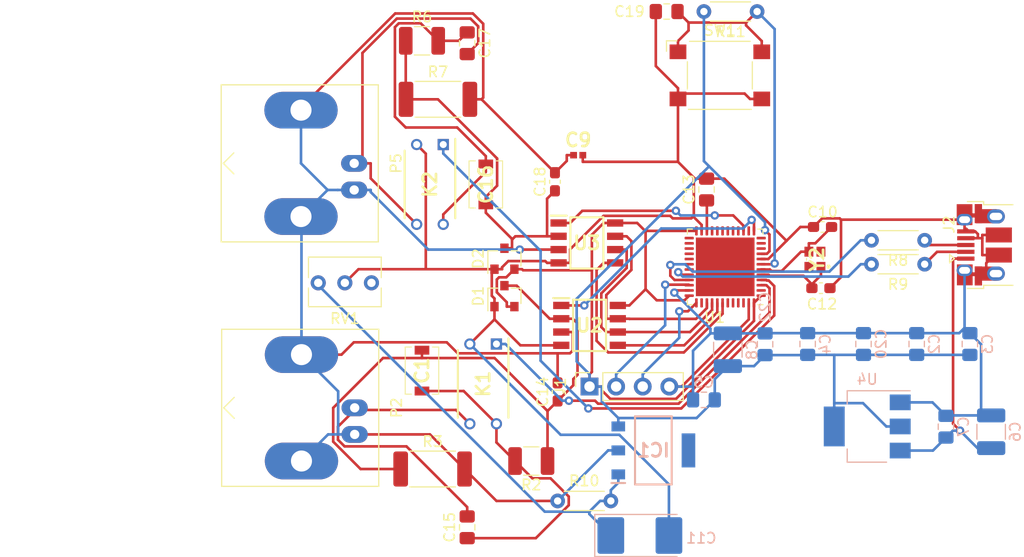
<source format=kicad_pcb>
(kicad_pcb (version 20171130) (host pcbnew "(5.1.9)-1")

  (general
    (thickness 1.6)
    (drawings 0)
    (tracks 480)
    (zones 0)
    (modules 45)
    (nets 57)
  )

  (page A4)
  (layers
    (0 F.Cu signal)
    (31 B.Cu signal)
    (32 B.Adhes user)
    (33 F.Adhes user)
    (34 B.Paste user)
    (35 F.Paste user)
    (36 B.SilkS user)
    (37 F.SilkS user)
    (38 B.Mask user)
    (39 F.Mask user)
    (40 Dwgs.User user)
    (41 Cmts.User user)
    (42 Eco1.User user)
    (43 Eco2.User user)
    (44 Edge.Cuts user)
    (45 Margin user)
    (46 B.CrtYd user)
    (47 F.CrtYd user)
    (48 B.Fab user)
    (49 F.Fab user)
  )

  (setup
    (last_trace_width 0.25)
    (user_trace_width 0.2)
    (user_trace_width 0.2032)
    (user_trace_width 0.254)
    (user_trace_width 0.381)
    (user_trace_width 0.508)
    (user_trace_width 1.016)
    (trace_clearance 0.2)
    (zone_clearance 0.508)
    (zone_45_only no)
    (trace_min 0.2)
    (via_size 0.8)
    (via_drill 0.4)
    (via_min_size 0.4)
    (via_min_drill 0.3)
    (user_via 1.016 0.508)
    (user_via 7.62 0.381)
    (uvia_size 0.3)
    (uvia_drill 0.1)
    (uvias_allowed no)
    (uvia_min_size 0.2)
    (uvia_min_drill 0.1)
    (edge_width 0.05)
    (segment_width 0.2)
    (pcb_text_width 0.3)
    (pcb_text_size 1.5 1.5)
    (mod_edge_width 0.12)
    (mod_text_size 1 1)
    (mod_text_width 0.15)
    (pad_size 1.524 1.524)
    (pad_drill 0.762)
    (pad_to_mask_clearance 0)
    (aux_axis_origin 0 0)
    (visible_elements 7FFFFFFF)
    (pcbplotparams
      (layerselection 0x010fc_ffffffff)
      (usegerberextensions false)
      (usegerberattributes true)
      (usegerberadvancedattributes true)
      (creategerberjobfile true)
      (excludeedgelayer true)
      (linewidth 0.100000)
      (plotframeref false)
      (viasonmask false)
      (mode 1)
      (useauxorigin false)
      (hpglpennumber 1)
      (hpglpenspeed 20)
      (hpglpendiameter 15.000000)
      (psnegative false)
      (psa4output false)
      (plotreference true)
      (plotvalue true)
      (plotinvisibletext false)
      (padsonsilk false)
      (subtractmaskfromsilk false)
      (outputformat 1)
      (mirror false)
      (drillshape 1)
      (scaleselection 1)
      (outputdirectory ""))
  )

  (net 0 "")
  (net 1 "Net-(C1-Pad2)")
  (net 2 "Net-(C1-Pad1)")
  (net 3 VDD)
  (net 4 GND)
  (net 5 +5V)
  (net 6 /PGND)
  (net 7 PH1)
  (net 8 "Net-(C11-Pad1)")
  (net 9 PH0)
  (net 10 VCAP1)
  (net 11 "Net-(C15-Pad2)")
  (net 12 "Net-(C16-Pad1)")
  (net 13 "Net-(C16-Pad2)")
  (net 14 "Net-(C17-Pad2)")
  (net 15 NRST)
  (net 16 "Net-(IC1-Pad4)")
  (net 17 /SWDIO)
  (net 18 /SWCLK)
  (net 19 /USB_FS_DM)
  (net 20 /USB_FS_DP)
  (net 21 C14)
  (net 22 C15)
  (net 23 PA12)
  (net 24 PA11)
  (net 25 "Net-(RV1-Pad3)")
  (net 26 "Net-(U1-Pad2)")
  (net 27 "Net-(U1-Pad10)")
  (net 28 "Net-(U1-Pad11)")
  (net 29 "Net-(U1-Pad12)")
  (net 30 /Analog_CH-1)
  (net 31 "Net-(U1-Pad14)")
  (net 32 /Analog_CH-2)
  (net 33 "Net-(U1-Pad16)")
  (net 34 "Net-(U1-Pad17)")
  (net 35 "Net-(U1-Pad18)")
  (net 36 "Net-(U1-Pad19)")
  (net 37 "Net-(U1-Pad20)")
  (net 38 "Net-(U1-Pad21)")
  (net 39 "Net-(U1-Pad25)")
  (net 40 "Net-(U1-Pad26)")
  (net 41 "Net-(U1-Pad27)")
  (net 42 "Net-(U1-Pad28)")
  (net 43 "Net-(U1-Pad29)")
  (net 44 "Net-(U1-Pad30)")
  (net 45 "Net-(U1-Pad31)")
  (net 46 "Net-(U1-Pad38)")
  (net 47 "Net-(U1-Pad39)")
  (net 48 "Net-(U1-Pad40)")
  (net 49 "Net-(U1-Pad41)")
  (net 50 "Net-(U1-Pad42)")
  (net 51 "Net-(U1-Pad43)")
  (net 52 "Net-(U1-Pad44)")
  (net 53 "Net-(U1-Pad45)")
  (net 54 "Net-(U1-Pad46)")
  (net 55 "Net-(Y2-Pad4)")
  (net 56 "Net-(Y2-Pad2)")

  (net_class Default "This is the default net class."
    (clearance 0.2)
    (trace_width 0.25)
    (via_dia 0.8)
    (via_drill 0.4)
    (uvia_dia 0.3)
    (uvia_drill 0.1)
    (add_net +5V)
    (add_net /Analog_CH-1)
    (add_net /Analog_CH-2)
    (add_net /PGND)
    (add_net /SWCLK)
    (add_net /SWDIO)
    (add_net /USB_FS_DM)
    (add_net /USB_FS_DP)
    (add_net C14)
    (add_net C15)
    (add_net GND)
    (add_net NRST)
    (add_net "Net-(C1-Pad1)")
    (add_net "Net-(C1-Pad2)")
    (add_net "Net-(C11-Pad1)")
    (add_net "Net-(C15-Pad2)")
    (add_net "Net-(C16-Pad1)")
    (add_net "Net-(C16-Pad2)")
    (add_net "Net-(C17-Pad2)")
    (add_net "Net-(IC1-Pad4)")
    (add_net "Net-(RV1-Pad3)")
    (add_net "Net-(U1-Pad10)")
    (add_net "Net-(U1-Pad11)")
    (add_net "Net-(U1-Pad12)")
    (add_net "Net-(U1-Pad14)")
    (add_net "Net-(U1-Pad16)")
    (add_net "Net-(U1-Pad17)")
    (add_net "Net-(U1-Pad18)")
    (add_net "Net-(U1-Pad19)")
    (add_net "Net-(U1-Pad2)")
    (add_net "Net-(U1-Pad20)")
    (add_net "Net-(U1-Pad21)")
    (add_net "Net-(U1-Pad25)")
    (add_net "Net-(U1-Pad26)")
    (add_net "Net-(U1-Pad27)")
    (add_net "Net-(U1-Pad28)")
    (add_net "Net-(U1-Pad29)")
    (add_net "Net-(U1-Pad30)")
    (add_net "Net-(U1-Pad31)")
    (add_net "Net-(U1-Pad38)")
    (add_net "Net-(U1-Pad39)")
    (add_net "Net-(U1-Pad40)")
    (add_net "Net-(U1-Pad41)")
    (add_net "Net-(U1-Pad42)")
    (add_net "Net-(U1-Pad43)")
    (add_net "Net-(U1-Pad44)")
    (add_net "Net-(U1-Pad45)")
    (add_net "Net-(U1-Pad46)")
    (add_net "Net-(Y2-Pad2)")
    (add_net "Net-(Y2-Pad4)")
    (add_net PA11)
    (add_net PA12)
    (add_net PH0)
    (add_net PH1)
    (add_net VCAP1)
    (add_net VDD)
  )

  (module footprints:SOIC127P600X175-8N (layer F.Cu) (tedit 60C64C2B) (tstamp 60AEA4B9)
    (at 114.3 94.488)
    (descr MCP6S21-I/SN)
    (tags "Integrated Circuit")
    (path /6098E2A0)
    (attr smd)
    (fp_text reference U2 (at 0 0) (layer F.SilkS)
      (effects (font (size 1.27 1.27) (thickness 0.254)))
    )
    (fp_text value MCP6S21-I_SN (at 0 0) (layer F.SilkS) hide
      (effects (font (size 1.27 1.27) (thickness 0.254)))
    )
    (fp_line (start -3.475 -2.605) (end -1.925 -2.605) (layer F.SilkS) (width 0.2))
    (fp_line (start -1.575 2.45) (end -1.575 -2.45) (layer F.SilkS) (width 0.2))
    (fp_line (start 1.575 2.45) (end -1.575 2.45) (layer F.SilkS) (width 0.2))
    (fp_line (start 1.575 -2.45) (end 1.575 2.45) (layer F.SilkS) (width 0.2))
    (fp_line (start -1.575 -2.45) (end 1.575 -2.45) (layer F.SilkS) (width 0.2))
    (fp_line (start -1.925 -1.18) (end -0.655 -2.45) (layer F.Fab) (width 0.1))
    (fp_line (start -1.925 2.45) (end -1.925 -2.45) (layer F.Fab) (width 0.1))
    (fp_line (start 1.925 2.45) (end -1.925 2.45) (layer F.Fab) (width 0.1))
    (fp_line (start 1.925 -2.45) (end 1.925 2.45) (layer F.Fab) (width 0.1))
    (fp_line (start -1.925 -2.45) (end 1.925 -2.45) (layer F.Fab) (width 0.1))
    (fp_line (start -3.725 2.75) (end -3.725 -2.75) (layer F.CrtYd) (width 0.05))
    (fp_line (start 3.725 2.75) (end -3.725 2.75) (layer F.CrtYd) (width 0.05))
    (fp_line (start 3.725 -2.75) (end 3.725 2.75) (layer F.CrtYd) (width 0.05))
    (fp_line (start -3.725 -2.75) (end 3.725 -2.75) (layer F.CrtYd) (width 0.05))
    (fp_text user %R (at 0 0) (layer F.Fab)
      (effects (font (size 1.27 1.27) (thickness 0.254)))
    )
    (pad 8 smd rect (at 2.7 -1.905 90) (size 0.7 1.55) (layers F.Cu F.Paste F.Mask)
      (net 3 VDD))
    (pad 7 smd rect (at 2.7 -0.635 90) (size 0.7 1.55) (layers F.Cu F.Paste F.Mask)
      (net 47 "Net-(U1-Pad39)"))
    (pad 6 smd rect (at 2.7 0.635 90) (size 0.7 1.55) (layers F.Cu F.Paste F.Mask)
      (net 48 "Net-(U1-Pad40)"))
    (pad 5 smd rect (at 2.7 1.905 90) (size 0.7 1.55) (layers F.Cu F.Paste F.Mask)
      (net 49 "Net-(U1-Pad41)"))
    (pad 4 smd rect (at -2.7 1.905 90) (size 0.7 1.55) (layers F.Cu F.Paste F.Mask)
      (net 4 GND))
    (pad 3 smd rect (at -2.7 0.635 90) (size 0.7 1.55) (layers F.Cu F.Paste F.Mask)
      (net 6 /PGND))
    (pad 2 smd rect (at -2.7 -0.635 90) (size 0.7 1.55) (layers F.Cu F.Paste F.Mask)
      (net 2 "Net-(C1-Pad1)"))
    (pad 1 smd rect (at -2.7 -1.905 90) (size 0.7 1.55) (layers F.Cu F.Paste F.Mask)
      (net 30 /Analog_CH-1))
    (model MCP6S21-I_SN.stp
      (at (xyz 0 0 0))
      (scale (xyz 1 1 1))
      (rotate (xyz 0 0 0))
    )
    (model ${DESKTOP}/MCP6S21-I_SN.stp
      (at (xyz 0 0 0))
      (scale (xyz 1 1 1))
      (rotate (xyz 0 0 0))
    )
  )

  (module footprints:SOIC127P600X175-8N (layer F.Cu) (tedit 60C64C02) (tstamp 60AEA4D4)
    (at 114.046 86.614)
    (descr MCP6S21-I/SN)
    (tags "Integrated Circuit")
    (path /609D3A42)
    (attr smd)
    (fp_text reference U3 (at 0 0) (layer F.SilkS)
      (effects (font (size 1.27 1.27) (thickness 0.254)))
    )
    (fp_text value MCP6S21-I_SN (at 0 0) (layer F.SilkS) hide
      (effects (font (size 1.27 1.27) (thickness 0.254)))
    )
    (fp_line (start -3.725 -2.75) (end 3.725 -2.75) (layer F.CrtYd) (width 0.05))
    (fp_line (start 3.725 -2.75) (end 3.725 2.75) (layer F.CrtYd) (width 0.05))
    (fp_line (start 3.725 2.75) (end -3.725 2.75) (layer F.CrtYd) (width 0.05))
    (fp_line (start -3.725 2.75) (end -3.725 -2.75) (layer F.CrtYd) (width 0.05))
    (fp_line (start -1.925 -2.45) (end 1.925 -2.45) (layer F.Fab) (width 0.1))
    (fp_line (start 1.925 -2.45) (end 1.925 2.45) (layer F.Fab) (width 0.1))
    (fp_line (start 1.925 2.45) (end -1.925 2.45) (layer F.Fab) (width 0.1))
    (fp_line (start -1.925 2.45) (end -1.925 -2.45) (layer F.Fab) (width 0.1))
    (fp_line (start -1.925 -1.18) (end -0.655 -2.45) (layer F.Fab) (width 0.1))
    (fp_line (start -1.575 -2.45) (end 1.575 -2.45) (layer F.SilkS) (width 0.2))
    (fp_line (start 1.575 -2.45) (end 1.575 2.45) (layer F.SilkS) (width 0.2))
    (fp_line (start 1.575 2.45) (end -1.575 2.45) (layer F.SilkS) (width 0.2))
    (fp_line (start -1.575 2.45) (end -1.575 -2.45) (layer F.SilkS) (width 0.2))
    (fp_line (start -3.475 -2.605) (end -1.925 -2.605) (layer F.SilkS) (width 0.2))
    (fp_text user %R (at 0 0) (layer F.Fab)
      (effects (font (size 1.27 1.27) (thickness 0.254)))
    )
    (pad 1 smd rect (at -2.7 -1.905 90) (size 0.7 1.55) (layers F.Cu F.Paste F.Mask)
      (net 32 /Analog_CH-2))
    (pad 2 smd rect (at -2.7 -0.635 90) (size 0.7 1.55) (layers F.Cu F.Paste F.Mask)
      (net 12 "Net-(C16-Pad1)"))
    (pad 3 smd rect (at -2.7 0.635 90) (size 0.7 1.55) (layers F.Cu F.Paste F.Mask)
      (net 6 /PGND))
    (pad 4 smd rect (at -2.7 1.905 90) (size 0.7 1.55) (layers F.Cu F.Paste F.Mask)
      (net 4 GND))
    (pad 5 smd rect (at 2.7 1.905 90) (size 0.7 1.55) (layers F.Cu F.Paste F.Mask)
      (net 50 "Net-(U1-Pad42)"))
    (pad 6 smd rect (at 2.7 0.635 90) (size 0.7 1.55) (layers F.Cu F.Paste F.Mask)
      (net 48 "Net-(U1-Pad40)"))
    (pad 7 smd rect (at 2.7 -0.635 90) (size 0.7 1.55) (layers F.Cu F.Paste F.Mask)
      (net 47 "Net-(U1-Pad39)"))
    (pad 8 smd rect (at 2.7 -1.905 90) (size 0.7 1.55) (layers F.Cu F.Paste F.Mask)
      (net 3 VDD))
    (model MCP6S21-I_SN.stp
      (at (xyz 0 0 0))
      (scale (xyz 1 1 1))
      (rotate (xyz 0 0 0))
    )
    (model ${DESKTOP}/MCP6S21-I_SN.stp
      (at (xyz 0 0 0))
      (scale (xyz 1 1 1))
      (rotate (xyz 0 0 0))
    )
  )

  (module footprints:SOT229P700X180-4N (layer B.Cu) (tedit 60C64B6F) (tstamp 60AEA2CF)
    (at 120.396 106.426)
    (descr "3 LEAD SOT-223")
    (tags "Integrated Circuit")
    (path /609B224B)
    (attr smd)
    (fp_text reference IC1 (at 0 0) (layer B.SilkS)
      (effects (font (size 1.27 1.27) (thickness 0.254)) (justify mirror))
    )
    (fp_text value AMS1117-1.2 (at 0 0) (layer B.SilkS) hide
      (effects (font (size 1.27 1.27) (thickness 0.254)) (justify mirror))
    )
    (fp_line (start -4.25 3.605) (end 4.25 3.605) (layer B.CrtYd) (width 0.05))
    (fp_line (start 4.25 3.605) (end 4.25 -3.605) (layer B.CrtYd) (width 0.05))
    (fp_line (start 4.25 -3.605) (end -4.25 -3.605) (layer B.CrtYd) (width 0.05))
    (fp_line (start -4.25 -3.605) (end -4.25 3.605) (layer B.CrtYd) (width 0.05))
    (fp_line (start -1.752 3.252) (end 1.752 3.252) (layer B.Fab) (width 0.1))
    (fp_line (start 1.752 3.252) (end 1.752 -3.252) (layer B.Fab) (width 0.1))
    (fp_line (start 1.752 -3.252) (end -1.752 -3.252) (layer B.Fab) (width 0.1))
    (fp_line (start -1.752 -3.252) (end -1.752 3.252) (layer B.Fab) (width 0.1))
    (fp_line (start -1.752 0.962) (end 0.538 3.252) (layer B.Fab) (width 0.1))
    (fp_line (start -1.752 3.252) (end 1.752 3.252) (layer B.SilkS) (width 0.2))
    (fp_line (start 1.752 3.252) (end 1.752 -3.252) (layer B.SilkS) (width 0.2))
    (fp_line (start 1.752 -3.252) (end -1.752 -3.252) (layer B.SilkS) (width 0.2))
    (fp_line (start -1.752 -3.252) (end -1.752 3.252) (layer B.SilkS) (width 0.2))
    (fp_line (start -4 3.115) (end -2.7 3.115) (layer B.SilkS) (width 0.2))
    (fp_text user %R (at 0 0) (layer B.Fab)
      (effects (font (size 1.27 1.27) (thickness 0.254)) (justify mirror))
    )
    (pad 4 smd rect (at 3.35 0) (size 1.3 3.25) (layers B.Cu B.Paste B.Mask)
      (net 16 "Net-(IC1-Pad4)"))
    (pad 3 smd rect (at -3.35 -2.29 270) (size 0.95 1.3) (layers B.Cu B.Paste B.Mask)
      (net 3 VDD))
    (pad 2 smd rect (at -3.35 0 270) (size 0.95 1.3) (layers B.Cu B.Paste B.Mask)
      (net 6 /PGND))
    (pad 1 smd rect (at -3.35 2.29 270) (size 0.95 1.3) (layers B.Cu B.Paste B.Mask)
      (net 8 "Net-(C11-Pad1)"))
    (model AMS1117-1.5.stp
      (at (xyz 0 0 0))
      (scale (xyz 1 1 1))
      (rotate (xyz 0 0 0))
    )
    (model AMS1117-1.5.stp
      (at (xyz 0 0 0))
      (scale (xyz 1 1 1))
      (rotate (xyz 0 0 0))
    )
    (model ${KISYS3DMOD}/AMS1117-1.5.3dshapes/AMS1117-1.5.stp
      (at (xyz 0 0 0))
      (scale (xyz 1 1 1))
      (rotate (xyz 0 0 0))
    )
  )

  (module Resistor_SMD:R_1210_3225Metric_Pad1.30x2.65mm_HandSolder (layer F.Cu) (tedit 5F68FEEE) (tstamp 60AEA394)
    (at 108.738 107.442 180)
    (descr "Resistor SMD 1210 (3225 Metric), square (rectangular) end terminal, IPC_7351 nominal with elongated pad for handsoldering. (Body size source: IPC-SM-782 page 72, https://www.pcb-3d.com/wordpress/wp-content/uploads/ipc-sm-782a_amendment_1_and_2.pdf), generated with kicad-footprint-generator")
    (tags "resistor handsolder")
    (path /609B538B)
    (attr smd)
    (fp_text reference R2 (at 0 -2.28) (layer F.SilkS)
      (effects (font (size 1 1) (thickness 0.15)))
    )
    (fp_text value 910K (at 0 2.28) (layer F.Fab)
      (effects (font (size 1 1) (thickness 0.15)))
    )
    (fp_line (start 2.45 1.58) (end -2.45 1.58) (layer F.CrtYd) (width 0.05))
    (fp_line (start 2.45 -1.58) (end 2.45 1.58) (layer F.CrtYd) (width 0.05))
    (fp_line (start -2.45 -1.58) (end 2.45 -1.58) (layer F.CrtYd) (width 0.05))
    (fp_line (start -2.45 1.58) (end -2.45 -1.58) (layer F.CrtYd) (width 0.05))
    (fp_line (start -0.723737 1.355) (end 0.723737 1.355) (layer F.SilkS) (width 0.12))
    (fp_line (start -0.723737 -1.355) (end 0.723737 -1.355) (layer F.SilkS) (width 0.12))
    (fp_line (start 1.6 1.245) (end -1.6 1.245) (layer F.Fab) (width 0.1))
    (fp_line (start 1.6 -1.245) (end 1.6 1.245) (layer F.Fab) (width 0.1))
    (fp_line (start -1.6 -1.245) (end 1.6 -1.245) (layer F.Fab) (width 0.1))
    (fp_line (start -1.6 1.245) (end -1.6 -1.245) (layer F.Fab) (width 0.1))
    (fp_text user %R (at 0 0) (layer F.Fab)
      (effects (font (size 0.8 0.8) (thickness 0.12)))
    )
    (pad 1 smd roundrect (at -1.55 0 180) (size 1.3 2.65) (layers F.Cu F.Paste F.Mask) (roundrect_rratio 0.192308)
      (net 2 "Net-(C1-Pad1)"))
    (pad 2 smd roundrect (at 1.55 0 180) (size 1.3 2.65) (layers F.Cu F.Paste F.Mask) (roundrect_rratio 0.192308)
      (net 1 "Net-(C1-Pad2)"))
    (model ${KISYS3DMOD}/Resistor_SMD.3dshapes/R_1210_3225Metric.wrl
      (at (xyz 0 0 0))
      (scale (xyz 1 1 1))
      (rotate (xyz 0 0 0))
    )
  )

  (module Resistor_SMD:R_1210_3225Metric_Pad1.30x2.65mm_HandSolder (layer F.Cu) (tedit 5F68FEEE) (tstamp 60AEA3B6)
    (at 98.298 67.31)
    (descr "Resistor SMD 1210 (3225 Metric), square (rectangular) end terminal, IPC_7351 nominal with elongated pad for handsoldering. (Body size source: IPC-SM-782 page 72, https://www.pcb-3d.com/wordpress/wp-content/uploads/ipc-sm-782a_amendment_1_and_2.pdf), generated with kicad-footprint-generator")
    (tags "resistor handsolder")
    (path /609D3A87)
    (attr smd)
    (fp_text reference R6 (at 0 -2.28) (layer F.SilkS)
      (effects (font (size 1 1) (thickness 0.15)))
    )
    (fp_text value 910K (at 0 2.28) (layer F.Fab)
      (effects (font (size 1 1) (thickness 0.15)))
    )
    (fp_line (start 2.45 1.58) (end -2.45 1.58) (layer F.CrtYd) (width 0.05))
    (fp_line (start 2.45 -1.58) (end 2.45 1.58) (layer F.CrtYd) (width 0.05))
    (fp_line (start -2.45 -1.58) (end 2.45 -1.58) (layer F.CrtYd) (width 0.05))
    (fp_line (start -2.45 1.58) (end -2.45 -1.58) (layer F.CrtYd) (width 0.05))
    (fp_line (start -0.723737 1.355) (end 0.723737 1.355) (layer F.SilkS) (width 0.12))
    (fp_line (start -0.723737 -1.355) (end 0.723737 -1.355) (layer F.SilkS) (width 0.12))
    (fp_line (start 1.6 1.245) (end -1.6 1.245) (layer F.Fab) (width 0.1))
    (fp_line (start 1.6 -1.245) (end 1.6 1.245) (layer F.Fab) (width 0.1))
    (fp_line (start -1.6 -1.245) (end 1.6 -1.245) (layer F.Fab) (width 0.1))
    (fp_line (start -1.6 1.245) (end -1.6 -1.245) (layer F.Fab) (width 0.1))
    (fp_text user %R (at 0 0) (layer F.Fab)
      (effects (font (size 0.8 0.8) (thickness 0.12)))
    )
    (pad 2 smd roundrect (at 1.55 0) (size 1.3 2.65) (layers F.Cu F.Paste F.Mask) (roundrect_rratio 0.192308)
      (net 13 "Net-(C16-Pad2)"))
    (pad 1 smd roundrect (at -1.55 0) (size 1.3 2.65) (layers F.Cu F.Paste F.Mask) (roundrect_rratio 0.192308)
      (net 12 "Net-(C16-Pad1)"))
    (model ${KISYS3DMOD}/Resistor_SMD.3dshapes/R_1210_3225Metric.wrl
      (at (xyz 0 0 0))
      (scale (xyz 1 1 1))
      (rotate (xyz 0 0 0))
    )
  )

  (module Package_TO_SOT_SMD:SOT-223-3_TabPin2 (layer B.Cu) (tedit 5A02FF57) (tstamp 60AEA4EA)
    (at 140.818 104.14 180)
    (descr "module CMS SOT223 4 pins")
    (tags "CMS SOT")
    (path /606559A7)
    (attr smd)
    (fp_text reference U4 (at 0 4.5 180) (layer B.SilkS)
      (effects (font (size 1 1) (thickness 0.15)) (justify mirror))
    )
    (fp_text value LM1117-3.3 (at 0 -4.5 180) (layer B.Fab)
      (effects (font (size 1 1) (thickness 0.15)) (justify mirror))
    )
    (fp_line (start 1.85 3.35) (end 1.85 -3.35) (layer B.Fab) (width 0.1))
    (fp_line (start -1.85 -3.35) (end 1.85 -3.35) (layer B.Fab) (width 0.1))
    (fp_line (start -4.1 3.41) (end 1.91 3.41) (layer B.SilkS) (width 0.12))
    (fp_line (start -0.85 3.35) (end 1.85 3.35) (layer B.Fab) (width 0.1))
    (fp_line (start -1.85 -3.41) (end 1.91 -3.41) (layer B.SilkS) (width 0.12))
    (fp_line (start -1.85 2.35) (end -1.85 -3.35) (layer B.Fab) (width 0.1))
    (fp_line (start -1.85 2.35) (end -0.85 3.35) (layer B.Fab) (width 0.1))
    (fp_line (start -4.4 3.6) (end -4.4 -3.6) (layer B.CrtYd) (width 0.05))
    (fp_line (start -4.4 -3.6) (end 4.4 -3.6) (layer B.CrtYd) (width 0.05))
    (fp_line (start 4.4 -3.6) (end 4.4 3.6) (layer B.CrtYd) (width 0.05))
    (fp_line (start 4.4 3.6) (end -4.4 3.6) (layer B.CrtYd) (width 0.05))
    (fp_line (start 1.91 3.41) (end 1.91 2.15) (layer B.SilkS) (width 0.12))
    (fp_line (start 1.91 -3.41) (end 1.91 -2.15) (layer B.SilkS) (width 0.12))
    (fp_text user %R (at 0 0 90) (layer B.Fab)
      (effects (font (size 0.8 0.8) (thickness 0.12)) (justify mirror))
    )
    (pad 1 smd rect (at -3.15 2.3 180) (size 2 1.5) (layers B.Cu B.Paste B.Mask)
      (net 4 GND))
    (pad 3 smd rect (at -3.15 -2.3 180) (size 2 1.5) (layers B.Cu B.Paste B.Mask)
      (net 5 +5V))
    (pad 2 smd rect (at -3.15 0 180) (size 2 1.5) (layers B.Cu B.Paste B.Mask)
      (net 3 VDD))
    (pad 2 smd rect (at 3.15 0 180) (size 2 3.8) (layers B.Cu B.Paste B.Mask)
      (net 3 VDD))
    (model ${KISYS3DMOD}/Package_TO_SOT_SMD.3dshapes/SOT-223.wrl
      (at (xyz 0 0 0))
      (scale (xyz 1 1 1))
      (rotate (xyz 0 0 0))
    )
  )

  (module footprints:JZ300 (layer F.Cu) (tedit 60AE3648) (tstamp 60AEA137)
    (at 98.298 98.806 270)
    (descr JZ300-3)
    (tags Capacitor)
    (path /609B84BE)
    (attr smd)
    (fp_text reference C1 (at 0 0 90) (layer F.SilkS)
      (effects (font (size 1.27 1.27) (thickness 0.254)))
    )
    (fp_text value "30pF var" (at 0 0 90) (layer F.SilkS) hide
      (effects (font (size 1.27 1.27) (thickness 0.254)))
    )
    (fp_line (start 2.25 1.6) (end 2.25 1) (layer F.SilkS) (width 0.1))
    (fp_line (start -2.25 1.6) (end 2.25 1.6) (layer F.SilkS) (width 0.1))
    (fp_line (start -2.25 1) (end -2.25 1.6) (layer F.SilkS) (width 0.1))
    (fp_line (start 2.25 -1.6) (end 2.25 -1) (layer F.SilkS) (width 0.1))
    (fp_line (start -2.25 -1.6) (end 2.25 -1.6) (layer F.SilkS) (width 0.1))
    (fp_line (start -2.25 -1) (end -2.25 -1.6) (layer F.SilkS) (width 0.1))
    (fp_line (start -3.375 2.6) (end -3.375 -2.6) (layer F.CrtYd) (width 0.1))
    (fp_line (start 3.375 2.6) (end -3.375 2.6) (layer F.CrtYd) (width 0.1))
    (fp_line (start 3.375 -2.6) (end 3.375 2.6) (layer F.CrtYd) (width 0.1))
    (fp_line (start -3.375 -2.6) (end 3.375 -2.6) (layer F.CrtYd) (width 0.1))
    (fp_line (start -2.25 1.6) (end -2.25 -1.6) (layer F.Fab) (width 0.2))
    (fp_line (start 2.25 1.6) (end -2.25 1.6) (layer F.Fab) (width 0.2))
    (fp_line (start 2.25 -1.6) (end 2.25 1.6) (layer F.Fab) (width 0.2))
    (fp_line (start -2.25 -1.6) (end 2.25 -1.6) (layer F.Fab) (width 0.2))
    (pad 2 smd rect (at 1.95 0 270) (size 0.85 1.4) (layers F.Cu F.Paste F.Mask)
      (net 1 "Net-(C1-Pad2)"))
    (pad 1 smd rect (at -1.95 0 270) (size 0.85 1.4) (layers F.Cu F.Paste F.Mask)
      (net 2 "Net-(C1-Pad1)"))
    (model JZ300.stp
      (at (xyz 0 0 0))
      (scale (xyz 1 1 1))
      (rotate (xyz 0 0 0))
    )
  )

  (module Capacitor_SMD:C_0805_2012Metric_Pad1.18x1.45mm_HandSolder (layer B.Cu) (tedit 5F68FEEF) (tstamp 60AEA148)
    (at 145.542 96.266 90)
    (descr "Capacitor SMD 0805 (2012 Metric), square (rectangular) end terminal, IPC_7351 nominal with elongated pad for handsoldering. (Body size source: IPC-SM-782 page 76, https://www.pcb-3d.com/wordpress/wp-content/uploads/ipc-sm-782a_amendment_1_and_2.pdf, https://docs.google.com/spreadsheets/d/1BsfQQcO9C6DZCsRaXUlFlo91Tg2WpOkGARC1WS5S8t0/edit?usp=sharing), generated with kicad-footprint-generator")
    (tags "capacitor handsolder")
    (path /605803F1)
    (attr smd)
    (fp_text reference C2 (at 0 1.68 270) (layer B.SilkS)
      (effects (font (size 1 1) (thickness 0.15)) (justify mirror))
    )
    (fp_text value 100n (at 0 -1.68 270) (layer B.Fab)
      (effects (font (size 1 1) (thickness 0.15)) (justify mirror))
    )
    (fp_line (start 1.88 -0.98) (end -1.88 -0.98) (layer B.CrtYd) (width 0.05))
    (fp_line (start 1.88 0.98) (end 1.88 -0.98) (layer B.CrtYd) (width 0.05))
    (fp_line (start -1.88 0.98) (end 1.88 0.98) (layer B.CrtYd) (width 0.05))
    (fp_line (start -1.88 -0.98) (end -1.88 0.98) (layer B.CrtYd) (width 0.05))
    (fp_line (start -0.261252 -0.735) (end 0.261252 -0.735) (layer B.SilkS) (width 0.12))
    (fp_line (start -0.261252 0.735) (end 0.261252 0.735) (layer B.SilkS) (width 0.12))
    (fp_line (start 1 -0.625) (end -1 -0.625) (layer B.Fab) (width 0.1))
    (fp_line (start 1 0.625) (end 1 -0.625) (layer B.Fab) (width 0.1))
    (fp_line (start -1 0.625) (end 1 0.625) (layer B.Fab) (width 0.1))
    (fp_line (start -1 -0.625) (end -1 0.625) (layer B.Fab) (width 0.1))
    (fp_text user %R (at 0 0 270) (layer B.Fab)
      (effects (font (size 0.5 0.5) (thickness 0.08)) (justify mirror))
    )
    (pad 1 smd roundrect (at -1.0375 0 90) (size 1.175 1.45) (layers B.Cu B.Paste B.Mask) (roundrect_rratio 0.212766)
      (net 3 VDD))
    (pad 2 smd roundrect (at 1.0375 0 90) (size 1.175 1.45) (layers B.Cu B.Paste B.Mask) (roundrect_rratio 0.212766)
      (net 4 GND))
    (model ${KISYS3DMOD}/Capacitor_SMD.3dshapes/C_0805_2012Metric.wrl
      (at (xyz 0 0 0))
      (scale (xyz 1 1 1))
      (rotate (xyz 0 0 0))
    )
  )

  (module Capacitor_SMD:C_0805_2012Metric_Pad1.18x1.45mm_HandSolder (layer B.Cu) (tedit 5F68FEEF) (tstamp 60AEA159)
    (at 150.622 96.266 90)
    (descr "Capacitor SMD 0805 (2012 Metric), square (rectangular) end terminal, IPC_7351 nominal with elongated pad for handsoldering. (Body size source: IPC-SM-782 page 76, https://www.pcb-3d.com/wordpress/wp-content/uploads/ipc-sm-782a_amendment_1_and_2.pdf, https://docs.google.com/spreadsheets/d/1BsfQQcO9C6DZCsRaXUlFlo91Tg2WpOkGARC1WS5S8t0/edit?usp=sharing), generated with kicad-footprint-generator")
    (tags "capacitor handsolder")
    (path /60581920)
    (attr smd)
    (fp_text reference C3 (at 0 1.68 270) (layer B.SilkS)
      (effects (font (size 1 1) (thickness 0.15)) (justify mirror))
    )
    (fp_text value 100n (at 0 -1.68 270) (layer B.Fab)
      (effects (font (size 1 1) (thickness 0.15)) (justify mirror))
    )
    (fp_line (start -1 -0.625) (end -1 0.625) (layer B.Fab) (width 0.1))
    (fp_line (start -1 0.625) (end 1 0.625) (layer B.Fab) (width 0.1))
    (fp_line (start 1 0.625) (end 1 -0.625) (layer B.Fab) (width 0.1))
    (fp_line (start 1 -0.625) (end -1 -0.625) (layer B.Fab) (width 0.1))
    (fp_line (start -0.261252 0.735) (end 0.261252 0.735) (layer B.SilkS) (width 0.12))
    (fp_line (start -0.261252 -0.735) (end 0.261252 -0.735) (layer B.SilkS) (width 0.12))
    (fp_line (start -1.88 -0.98) (end -1.88 0.98) (layer B.CrtYd) (width 0.05))
    (fp_line (start -1.88 0.98) (end 1.88 0.98) (layer B.CrtYd) (width 0.05))
    (fp_line (start 1.88 0.98) (end 1.88 -0.98) (layer B.CrtYd) (width 0.05))
    (fp_line (start 1.88 -0.98) (end -1.88 -0.98) (layer B.CrtYd) (width 0.05))
    (fp_text user %R (at 0 0 270) (layer B.Fab)
      (effects (font (size 0.5 0.5) (thickness 0.08)) (justify mirror))
    )
    (pad 2 smd roundrect (at 1.0375 0 90) (size 1.175 1.45) (layers B.Cu B.Paste B.Mask) (roundrect_rratio 0.212766)
      (net 4 GND))
    (pad 1 smd roundrect (at -1.0375 0 90) (size 1.175 1.45) (layers B.Cu B.Paste B.Mask) (roundrect_rratio 0.212766)
      (net 3 VDD))
    (model ${KISYS3DMOD}/Capacitor_SMD.3dshapes/C_0805_2012Metric.wrl
      (at (xyz 0 0 0))
      (scale (xyz 1 1 1))
      (rotate (xyz 0 0 0))
    )
  )

  (module Capacitor_SMD:C_0805_2012Metric_Pad1.18x1.45mm_HandSolder (layer B.Cu) (tedit 5F68FEEF) (tstamp 60AEA16A)
    (at 135.128 96.266 90)
    (descr "Capacitor SMD 0805 (2012 Metric), square (rectangular) end terminal, IPC_7351 nominal with elongated pad for handsoldering. (Body size source: IPC-SM-782 page 76, https://www.pcb-3d.com/wordpress/wp-content/uploads/ipc-sm-782a_amendment_1_and_2.pdf, https://docs.google.com/spreadsheets/d/1BsfQQcO9C6DZCsRaXUlFlo91Tg2WpOkGARC1WS5S8t0/edit?usp=sharing), generated with kicad-footprint-generator")
    (tags "capacitor handsolder")
    (path /60582E92)
    (attr smd)
    (fp_text reference C4 (at 0 1.68 270) (layer B.SilkS)
      (effects (font (size 1 1) (thickness 0.15)) (justify mirror))
    )
    (fp_text value 100n (at 0 -1.68 270) (layer B.Fab)
      (effects (font (size 1 1) (thickness 0.15)) (justify mirror))
    )
    (fp_line (start -1 -0.625) (end -1 0.625) (layer B.Fab) (width 0.1))
    (fp_line (start -1 0.625) (end 1 0.625) (layer B.Fab) (width 0.1))
    (fp_line (start 1 0.625) (end 1 -0.625) (layer B.Fab) (width 0.1))
    (fp_line (start 1 -0.625) (end -1 -0.625) (layer B.Fab) (width 0.1))
    (fp_line (start -0.261252 0.735) (end 0.261252 0.735) (layer B.SilkS) (width 0.12))
    (fp_line (start -0.261252 -0.735) (end 0.261252 -0.735) (layer B.SilkS) (width 0.12))
    (fp_line (start -1.88 -0.98) (end -1.88 0.98) (layer B.CrtYd) (width 0.05))
    (fp_line (start -1.88 0.98) (end 1.88 0.98) (layer B.CrtYd) (width 0.05))
    (fp_line (start 1.88 0.98) (end 1.88 -0.98) (layer B.CrtYd) (width 0.05))
    (fp_line (start 1.88 -0.98) (end -1.88 -0.98) (layer B.CrtYd) (width 0.05))
    (fp_text user %R (at 0 0 270) (layer B.Fab)
      (effects (font (size 0.5 0.5) (thickness 0.08)) (justify mirror))
    )
    (pad 2 smd roundrect (at 1.0375 0 90) (size 1.175 1.45) (layers B.Cu B.Paste B.Mask) (roundrect_rratio 0.212766)
      (net 4 GND))
    (pad 1 smd roundrect (at -1.0375 0 90) (size 1.175 1.45) (layers B.Cu B.Paste B.Mask) (roundrect_rratio 0.212766)
      (net 3 VDD))
    (model ${KISYS3DMOD}/Capacitor_SMD.3dshapes/C_0805_2012Metric.wrl
      (at (xyz 0 0 0))
      (scale (xyz 1 1 1))
      (rotate (xyz 0 0 0))
    )
  )

  (module Capacitor_SMD:C_0805_2012Metric_Pad1.18x1.45mm_HandSolder (layer B.Cu) (tedit 5F68FEEF) (tstamp 60AEA17B)
    (at 125.222 101.6 180)
    (descr "Capacitor SMD 0805 (2012 Metric), square (rectangular) end terminal, IPC_7351 nominal with elongated pad for handsoldering. (Body size source: IPC-SM-782 page 76, https://www.pcb-3d.com/wordpress/wp-content/uploads/ipc-sm-782a_amendment_1_and_2.pdf, https://docs.google.com/spreadsheets/d/1BsfQQcO9C6DZCsRaXUlFlo91Tg2WpOkGARC1WS5S8t0/edit?usp=sharing), generated with kicad-footprint-generator")
    (tags "capacitor handsolder")
    (path /60593149)
    (attr smd)
    (fp_text reference C5 (at 0 1.68) (layer B.SilkS)
      (effects (font (size 1 1) (thickness 0.15)) (justify mirror))
    )
    (fp_text value 4.7uF (at 0 -1.68) (layer B.Fab)
      (effects (font (size 1 1) (thickness 0.15)) (justify mirror))
    )
    (fp_line (start 1.88 -0.98) (end -1.88 -0.98) (layer B.CrtYd) (width 0.05))
    (fp_line (start 1.88 0.98) (end 1.88 -0.98) (layer B.CrtYd) (width 0.05))
    (fp_line (start -1.88 0.98) (end 1.88 0.98) (layer B.CrtYd) (width 0.05))
    (fp_line (start -1.88 -0.98) (end -1.88 0.98) (layer B.CrtYd) (width 0.05))
    (fp_line (start -0.261252 -0.735) (end 0.261252 -0.735) (layer B.SilkS) (width 0.12))
    (fp_line (start -0.261252 0.735) (end 0.261252 0.735) (layer B.SilkS) (width 0.12))
    (fp_line (start 1 -0.625) (end -1 -0.625) (layer B.Fab) (width 0.1))
    (fp_line (start 1 0.625) (end 1 -0.625) (layer B.Fab) (width 0.1))
    (fp_line (start -1 0.625) (end 1 0.625) (layer B.Fab) (width 0.1))
    (fp_line (start -1 -0.625) (end -1 0.625) (layer B.Fab) (width 0.1))
    (fp_text user %R (at 0 0) (layer B.Fab)
      (effects (font (size 0.5 0.5) (thickness 0.08)) (justify mirror))
    )
    (pad 1 smd roundrect (at -1.0375 0 180) (size 1.175 1.45) (layers B.Cu B.Paste B.Mask) (roundrect_rratio 0.212766)
      (net 3 VDD))
    (pad 2 smd roundrect (at 1.0375 0 180) (size 1.175 1.45) (layers B.Cu B.Paste B.Mask) (roundrect_rratio 0.212766)
      (net 4 GND))
    (model ${KISYS3DMOD}/Capacitor_SMD.3dshapes/C_0805_2012Metric.wrl
      (at (xyz 0 0 0))
      (scale (xyz 1 1 1))
      (rotate (xyz 0 0 0))
    )
  )

  (module Capacitor_SMD:C_1210_3225Metric_Pad1.33x2.70mm_HandSolder (layer B.Cu) (tedit 5F68FEEF) (tstamp 60AEA18C)
    (at 152.654 104.648 90)
    (descr "Capacitor SMD 1210 (3225 Metric), square (rectangular) end terminal, IPC_7351 nominal with elongated pad for handsoldering. (Body size source: IPC-SM-782 page 76, https://www.pcb-3d.com/wordpress/wp-content/uploads/ipc-sm-782a_amendment_1_and_2.pdf), generated with kicad-footprint-generator")
    (tags "capacitor handsolder")
    (path /606559C4)
    (attr smd)
    (fp_text reference C6 (at 0 2.3 90) (layer B.SilkS)
      (effects (font (size 1 1) (thickness 0.15)) (justify mirror))
    )
    (fp_text value 10u (at 0 -2.3 90) (layer B.Fab)
      (effects (font (size 1 1) (thickness 0.15)) (justify mirror))
    )
    (fp_line (start 2.48 -1.6) (end -2.48 -1.6) (layer B.CrtYd) (width 0.05))
    (fp_line (start 2.48 1.6) (end 2.48 -1.6) (layer B.CrtYd) (width 0.05))
    (fp_line (start -2.48 1.6) (end 2.48 1.6) (layer B.CrtYd) (width 0.05))
    (fp_line (start -2.48 -1.6) (end -2.48 1.6) (layer B.CrtYd) (width 0.05))
    (fp_line (start -0.711252 -1.36) (end 0.711252 -1.36) (layer B.SilkS) (width 0.12))
    (fp_line (start -0.711252 1.36) (end 0.711252 1.36) (layer B.SilkS) (width 0.12))
    (fp_line (start 1.6 -1.25) (end -1.6 -1.25) (layer B.Fab) (width 0.1))
    (fp_line (start 1.6 1.25) (end 1.6 -1.25) (layer B.Fab) (width 0.1))
    (fp_line (start -1.6 1.25) (end 1.6 1.25) (layer B.Fab) (width 0.1))
    (fp_line (start -1.6 -1.25) (end -1.6 1.25) (layer B.Fab) (width 0.1))
    (fp_text user %R (at 0 0 90) (layer B.Fab)
      (effects (font (size 0.8 0.8) (thickness 0.12)) (justify mirror))
    )
    (pad 1 smd roundrect (at -1.5625 0 90) (size 1.325 2.7) (layers B.Cu B.Paste B.Mask) (roundrect_rratio 0.188679)
      (net 5 +5V))
    (pad 2 smd roundrect (at 1.5625 0 90) (size 1.325 2.7) (layers B.Cu B.Paste B.Mask) (roundrect_rratio 0.188679)
      (net 4 GND))
    (model ${KISYS3DMOD}/Capacitor_SMD.3dshapes/C_1210_3225Metric.wrl
      (at (xyz 0 0 0))
      (scale (xyz 1 1 1))
      (rotate (xyz 0 0 0))
    )
  )

  (module Capacitor_SMD:C_0805_2012Metric_Pad1.18x1.45mm_HandSolder (layer B.Cu) (tedit 5F68FEEF) (tstamp 60AEA19D)
    (at 148.336 104.162 90)
    (descr "Capacitor SMD 0805 (2012 Metric), square (rectangular) end terminal, IPC_7351 nominal with elongated pad for handsoldering. (Body size source: IPC-SM-782 page 76, https://www.pcb-3d.com/wordpress/wp-content/uploads/ipc-sm-782a_amendment_1_and_2.pdf, https://docs.google.com/spreadsheets/d/1BsfQQcO9C6DZCsRaXUlFlo91Tg2WpOkGARC1WS5S8t0/edit?usp=sharing), generated with kicad-footprint-generator")
    (tags "capacitor handsolder")
    (path /606559B3)
    (attr smd)
    (fp_text reference C7 (at 0 1.68 90) (layer B.SilkS)
      (effects (font (size 1 1) (thickness 0.15)) (justify mirror))
    )
    (fp_text value 100n (at 0 -1.68 90) (layer B.Fab)
      (effects (font (size 1 1) (thickness 0.15)) (justify mirror))
    )
    (fp_line (start -1 -0.625) (end -1 0.625) (layer B.Fab) (width 0.1))
    (fp_line (start -1 0.625) (end 1 0.625) (layer B.Fab) (width 0.1))
    (fp_line (start 1 0.625) (end 1 -0.625) (layer B.Fab) (width 0.1))
    (fp_line (start 1 -0.625) (end -1 -0.625) (layer B.Fab) (width 0.1))
    (fp_line (start -0.261252 0.735) (end 0.261252 0.735) (layer B.SilkS) (width 0.12))
    (fp_line (start -0.261252 -0.735) (end 0.261252 -0.735) (layer B.SilkS) (width 0.12))
    (fp_line (start -1.88 -0.98) (end -1.88 0.98) (layer B.CrtYd) (width 0.05))
    (fp_line (start -1.88 0.98) (end 1.88 0.98) (layer B.CrtYd) (width 0.05))
    (fp_line (start 1.88 0.98) (end 1.88 -0.98) (layer B.CrtYd) (width 0.05))
    (fp_line (start 1.88 -0.98) (end -1.88 -0.98) (layer B.CrtYd) (width 0.05))
    (fp_text user %R (at 0 0 90) (layer B.Fab)
      (effects (font (size 0.5 0.5) (thickness 0.08)) (justify mirror))
    )
    (pad 2 smd roundrect (at 1.0375 0 90) (size 1.175 1.45) (layers B.Cu B.Paste B.Mask) (roundrect_rratio 0.212766)
      (net 4 GND))
    (pad 1 smd roundrect (at -1.0375 0 90) (size 1.175 1.45) (layers B.Cu B.Paste B.Mask) (roundrect_rratio 0.212766)
      (net 5 +5V))
    (model ${KISYS3DMOD}/Capacitor_SMD.3dshapes/C_0805_2012Metric.wrl
      (at (xyz 0 0 0))
      (scale (xyz 1 1 1))
      (rotate (xyz 0 0 0))
    )
  )

  (module Capacitor_SMD:C_1210_3225Metric_Pad1.33x2.70mm_HandSolder (layer B.Cu) (tedit 5F68FEEF) (tstamp 60AEA1AE)
    (at 127.508 96.8125 90)
    (descr "Capacitor SMD 1210 (3225 Metric), square (rectangular) end terminal, IPC_7351 nominal with elongated pad for handsoldering. (Body size source: IPC-SM-782 page 76, https://www.pcb-3d.com/wordpress/wp-content/uploads/ipc-sm-782a_amendment_1_and_2.pdf), generated with kicad-footprint-generator")
    (tags "capacitor handsolder")
    (path /606559AD)
    (attr smd)
    (fp_text reference C8 (at 0 2.3 90) (layer B.SilkS)
      (effects (font (size 1 1) (thickness 0.15)) (justify mirror))
    )
    (fp_text value 10u (at 0 -2.3 90) (layer B.Fab)
      (effects (font (size 1 1) (thickness 0.15)) (justify mirror))
    )
    (fp_line (start -1.6 -1.25) (end -1.6 1.25) (layer B.Fab) (width 0.1))
    (fp_line (start -1.6 1.25) (end 1.6 1.25) (layer B.Fab) (width 0.1))
    (fp_line (start 1.6 1.25) (end 1.6 -1.25) (layer B.Fab) (width 0.1))
    (fp_line (start 1.6 -1.25) (end -1.6 -1.25) (layer B.Fab) (width 0.1))
    (fp_line (start -0.711252 1.36) (end 0.711252 1.36) (layer B.SilkS) (width 0.12))
    (fp_line (start -0.711252 -1.36) (end 0.711252 -1.36) (layer B.SilkS) (width 0.12))
    (fp_line (start -2.48 -1.6) (end -2.48 1.6) (layer B.CrtYd) (width 0.05))
    (fp_line (start -2.48 1.6) (end 2.48 1.6) (layer B.CrtYd) (width 0.05))
    (fp_line (start 2.48 1.6) (end 2.48 -1.6) (layer B.CrtYd) (width 0.05))
    (fp_line (start 2.48 -1.6) (end -2.48 -1.6) (layer B.CrtYd) (width 0.05))
    (fp_text user %R (at 0 0 90) (layer B.Fab)
      (effects (font (size 0.8 0.8) (thickness 0.12)) (justify mirror))
    )
    (pad 2 smd roundrect (at 1.5625 0 90) (size 1.325 2.7) (layers B.Cu B.Paste B.Mask) (roundrect_rratio 0.188679)
      (net 4 GND))
    (pad 1 smd roundrect (at -1.5625 0 90) (size 1.325 2.7) (layers B.Cu B.Paste B.Mask) (roundrect_rratio 0.188679)
      (net 3 VDD))
    (model ${KISYS3DMOD}/Capacitor_SMD.3dshapes/C_1210_3225Metric.wrl
      (at (xyz 0 0 0))
      (scale (xyz 1 1 1))
      (rotate (xyz 0 0 0))
    )
  )

  (module footprints:CAPC1005X55N (layer F.Cu) (tedit 60AE2554) (tstamp 60AEA1BD)
    (at 113.216 78.232)
    (descr "C0402(BB)")
    (tags Capacitor)
    (path /60A08E72)
    (attr smd)
    (fp_text reference C9 (at 0 -1.45) (layer F.SilkS)
      (effects (font (size 1.27 1.27) (thickness 0.254)))
    )
    (fp_text value 470nF (at 0 -1.45) (layer F.SilkS) hide
      (effects (font (size 1.27 1.27) (thickness 0.254)))
    )
    (fp_line (start -0.915 -0.46) (end 0.915 -0.46) (layer F.CrtYd) (width 0.05))
    (fp_line (start 0.915 -0.46) (end 0.915 0.46) (layer F.CrtYd) (width 0.05))
    (fp_line (start 0.915 0.46) (end -0.915 0.46) (layer F.CrtYd) (width 0.05))
    (fp_line (start -0.915 0.46) (end -0.915 -0.46) (layer F.CrtYd) (width 0.05))
    (fp_line (start -0.5 -0.25) (end 0.5 -0.25) (layer F.Fab) (width 0.1))
    (fp_line (start 0.5 -0.25) (end 0.5 0.25) (layer F.Fab) (width 0.1))
    (fp_line (start 0.5 0.25) (end -0.5 0.25) (layer F.Fab) (width 0.1))
    (fp_line (start -0.5 0.25) (end -0.5 -0.25) (layer F.Fab) (width 0.1))
    (fp_text user %R (at 0 -1.45) (layer F.Fab)
      (effects (font (size 1.27 1.27) (thickness 0.254)))
    )
    (pad 2 smd rect (at 0.44 0 90) (size 0.62 0.65) (layers F.Cu F.Paste F.Mask)
      (net 4 GND))
    (pad 1 smd rect (at -0.44 0 90) (size 0.62 0.65) (layers F.Cu F.Paste F.Mask)
      (net 6 /PGND))
    (model C0402C474K9RACTU.stp
      (at (xyz 0 0 0))
      (scale (xyz 1 1 1))
      (rotate (xyz 0 0 0))
    )
  )

  (module Capacitor_SMD:C_0603_1608Metric_Pad1.08x0.95mm_HandSolder (layer F.Cu) (tedit 5F68FEEF) (tstamp 60AEA1CE)
    (at 136.552 85.09)
    (descr "Capacitor SMD 0603 (1608 Metric), square (rectangular) end terminal, IPC_7351 nominal with elongated pad for handsoldering. (Body size source: IPC-SM-782 page 76, https://www.pcb-3d.com/wordpress/wp-content/uploads/ipc-sm-782a_amendment_1_and_2.pdf), generated with kicad-footprint-generator")
    (tags "capacitor handsolder")
    (path /609C1CDB)
    (attr smd)
    (fp_text reference C10 (at 0 -1.43) (layer F.SilkS)
      (effects (font (size 1 1) (thickness 0.15)))
    )
    (fp_text value 12pF (at 0 1.43) (layer F.Fab)
      (effects (font (size 1 1) (thickness 0.15)))
    )
    (fp_line (start -0.8 0.4) (end -0.8 -0.4) (layer F.Fab) (width 0.1))
    (fp_line (start -0.8 -0.4) (end 0.8 -0.4) (layer F.Fab) (width 0.1))
    (fp_line (start 0.8 -0.4) (end 0.8 0.4) (layer F.Fab) (width 0.1))
    (fp_line (start 0.8 0.4) (end -0.8 0.4) (layer F.Fab) (width 0.1))
    (fp_line (start -0.146267 -0.51) (end 0.146267 -0.51) (layer F.SilkS) (width 0.12))
    (fp_line (start -0.146267 0.51) (end 0.146267 0.51) (layer F.SilkS) (width 0.12))
    (fp_line (start -1.65 0.73) (end -1.65 -0.73) (layer F.CrtYd) (width 0.05))
    (fp_line (start -1.65 -0.73) (end 1.65 -0.73) (layer F.CrtYd) (width 0.05))
    (fp_line (start 1.65 -0.73) (end 1.65 0.73) (layer F.CrtYd) (width 0.05))
    (fp_line (start 1.65 0.73) (end -1.65 0.73) (layer F.CrtYd) (width 0.05))
    (fp_text user %R (at 0 0) (layer F.Fab)
      (effects (font (size 0.4 0.4) (thickness 0.06)))
    )
    (pad 2 smd roundrect (at 0.8625 0) (size 1.075 0.95) (layers F.Cu F.Paste F.Mask) (roundrect_rratio 0.25)
      (net 7 PH1))
    (pad 1 smd roundrect (at -0.8625 0) (size 1.075 0.95) (layers F.Cu F.Paste F.Mask) (roundrect_rratio 0.25)
      (net 4 GND))
    (model ${KISYS3DMOD}/Capacitor_SMD.3dshapes/C_0603_1608Metric.wrl
      (at (xyz 0 0 0))
      (scale (xyz 1 1 1))
      (rotate (xyz 0 0 0))
    )
  )

  (module Capacitor_Tantalum_SMD:CP_EIA-7132-20_AVX-U (layer B.Cu) (tedit 5EBA9318) (tstamp 60AEA1E1)
    (at 119.107 114.554)
    (descr "Tantalum Capacitor SMD AVX-U (7132-20 Metric), IPC_7351 nominal, (Body size from: http://datasheets.avx.com/F72-F75.pdf), generated with kicad-footprint-generator")
    (tags "capacitor tantalum")
    (path /60A110DF)
    (attr smd)
    (fp_text reference C11 (at 5.861 0.254) (layer B.SilkS)
      (effects (font (size 1 1) (thickness 0.15)) (justify mirror))
    )
    (fp_text value 47uF (at 0 -2.7) (layer B.Fab)
      (effects (font (size 1 1) (thickness 0.15)) (justify mirror))
    )
    (fp_line (start 4.3 -2) (end -4.3 -2) (layer B.CrtYd) (width 0.05))
    (fp_line (start 4.3 2) (end 4.3 -2) (layer B.CrtYd) (width 0.05))
    (fp_line (start -4.3 2) (end 4.3 2) (layer B.CrtYd) (width 0.05))
    (fp_line (start -4.3 -2) (end -4.3 2) (layer B.CrtYd) (width 0.05))
    (fp_line (start -4.31 -2.01) (end 3.55 -2.01) (layer B.SilkS) (width 0.12))
    (fp_line (start -4.31 2.01) (end -4.31 -2.01) (layer B.SilkS) (width 0.12))
    (fp_line (start 3.55 2.01) (end -4.31 2.01) (layer B.SilkS) (width 0.12))
    (fp_line (start 3.55 -1.6) (end 3.55 1.6) (layer B.Fab) (width 0.1))
    (fp_line (start -3.55 -1.6) (end 3.55 -1.6) (layer B.Fab) (width 0.1))
    (fp_line (start -3.55 0.8) (end -3.55 -1.6) (layer B.Fab) (width 0.1))
    (fp_line (start -2.75 1.6) (end -3.55 0.8) (layer B.Fab) (width 0.1))
    (fp_line (start 3.55 1.6) (end -2.75 1.6) (layer B.Fab) (width 0.1))
    (fp_text user %R (at 0 0) (layer B.Fab)
      (effects (font (size 1 1) (thickness 0.15)) (justify mirror))
    )
    (pad 1 smd roundrect (at -2.775 0) (size 2.55 3.5) (layers B.Cu B.Paste B.Mask) (roundrect_rratio 0.098039)
      (net 8 "Net-(C11-Pad1)"))
    (pad 2 smd roundrect (at 2.775 0) (size 2.55 3.5) (layers B.Cu B.Paste B.Mask) (roundrect_rratio 0.098039)
      (net 4 GND))
    (model ${KISYS3DMOD}/Capacitor_Tantalum_SMD.3dshapes/CP_EIA-7132-20_AVX-U.wrl
      (at (xyz 0 0 0))
      (scale (xyz 1 1 1))
      (rotate (xyz 0 0 0))
    )
  )

  (module Capacitor_SMD:C_0603_1608Metric_Pad1.08x0.95mm_HandSolder (layer F.Cu) (tedit 5F68FEEF) (tstamp 60AEA1F2)
    (at 136.398 90.932 180)
    (descr "Capacitor SMD 0603 (1608 Metric), square (rectangular) end terminal, IPC_7351 nominal with elongated pad for handsoldering. (Body size source: IPC-SM-782 page 76, https://www.pcb-3d.com/wordpress/wp-content/uploads/ipc-sm-782a_amendment_1_and_2.pdf), generated with kicad-footprint-generator")
    (tags "capacitor handsolder")
    (path /609C32D5)
    (attr smd)
    (fp_text reference C12 (at -0.1005 -1.524) (layer F.SilkS)
      (effects (font (size 1 1) (thickness 0.15)))
    )
    (fp_text value 12pF (at -0.3545 -2.794) (layer F.Fab)
      (effects (font (size 1 1) (thickness 0.15)))
    )
    (fp_line (start 1.65 0.73) (end -1.65 0.73) (layer F.CrtYd) (width 0.05))
    (fp_line (start 1.65 -0.73) (end 1.65 0.73) (layer F.CrtYd) (width 0.05))
    (fp_line (start -1.65 -0.73) (end 1.65 -0.73) (layer F.CrtYd) (width 0.05))
    (fp_line (start -1.65 0.73) (end -1.65 -0.73) (layer F.CrtYd) (width 0.05))
    (fp_line (start -0.146267 0.51) (end 0.146267 0.51) (layer F.SilkS) (width 0.12))
    (fp_line (start -0.146267 -0.51) (end 0.146267 -0.51) (layer F.SilkS) (width 0.12))
    (fp_line (start 0.8 0.4) (end -0.8 0.4) (layer F.Fab) (width 0.1))
    (fp_line (start 0.8 -0.4) (end 0.8 0.4) (layer F.Fab) (width 0.1))
    (fp_line (start -0.8 -0.4) (end 0.8 -0.4) (layer F.Fab) (width 0.1))
    (fp_line (start -0.8 0.4) (end -0.8 -0.4) (layer F.Fab) (width 0.1))
    (fp_text user %R (at 0 0) (layer F.Fab)
      (effects (font (size 0.4 0.4) (thickness 0.06)))
    )
    (pad 1 smd roundrect (at -0.8625 0 180) (size 1.075 0.95) (layers F.Cu F.Paste F.Mask) (roundrect_rratio 0.25)
      (net 4 GND))
    (pad 2 smd roundrect (at 0.8625 0 180) (size 1.075 0.95) (layers F.Cu F.Paste F.Mask) (roundrect_rratio 0.25)
      (net 9 PH0))
    (model ${KISYS3DMOD}/Capacitor_SMD.3dshapes/C_0603_1608Metric.wrl
      (at (xyz 0 0 0))
      (scale (xyz 1 1 1))
      (rotate (xyz 0 0 0))
    )
  )

  (module Capacitor_SMD:C_0805_2012Metric_Pad1.18x1.45mm_HandSolder (layer F.Cu) (tedit 5F68FEEF) (tstamp 60AEA203)
    (at 125.476 81.5125 90)
    (descr "Capacitor SMD 0805 (2012 Metric), square (rectangular) end terminal, IPC_7351 nominal with elongated pad for handsoldering. (Body size source: IPC-SM-782 page 76, https://www.pcb-3d.com/wordpress/wp-content/uploads/ipc-sm-782a_amendment_1_and_2.pdf, https://docs.google.com/spreadsheets/d/1BsfQQcO9C6DZCsRaXUlFlo91Tg2WpOkGARC1WS5S8t0/edit?usp=sharing), generated with kicad-footprint-generator")
    (tags "capacitor handsolder")
    (path /60A80D4E)
    (attr smd)
    (fp_text reference C13 (at 0 -1.68 90) (layer F.SilkS)
      (effects (font (size 1 1) (thickness 0.15)))
    )
    (fp_text value 4.7uF (at 0 1.68 90) (layer F.Fab)
      (effects (font (size 1 1) (thickness 0.15)))
    )
    (fp_line (start 1.88 0.98) (end -1.88 0.98) (layer F.CrtYd) (width 0.05))
    (fp_line (start 1.88 -0.98) (end 1.88 0.98) (layer F.CrtYd) (width 0.05))
    (fp_line (start -1.88 -0.98) (end 1.88 -0.98) (layer F.CrtYd) (width 0.05))
    (fp_line (start -1.88 0.98) (end -1.88 -0.98) (layer F.CrtYd) (width 0.05))
    (fp_line (start -0.261252 0.735) (end 0.261252 0.735) (layer F.SilkS) (width 0.12))
    (fp_line (start -0.261252 -0.735) (end 0.261252 -0.735) (layer F.SilkS) (width 0.12))
    (fp_line (start 1 0.625) (end -1 0.625) (layer F.Fab) (width 0.1))
    (fp_line (start 1 -0.625) (end 1 0.625) (layer F.Fab) (width 0.1))
    (fp_line (start -1 -0.625) (end 1 -0.625) (layer F.Fab) (width 0.1))
    (fp_line (start -1 0.625) (end -1 -0.625) (layer F.Fab) (width 0.1))
    (fp_text user %R (at 0 0 90) (layer F.Fab)
      (effects (font (size 0.5 0.5) (thickness 0.08)))
    )
    (pad 1 smd roundrect (at -1.0375 0 90) (size 1.175 1.45) (layers F.Cu F.Paste F.Mask) (roundrect_rratio 0.212766)
      (net 10 VCAP1))
    (pad 2 smd roundrect (at 1.0375 0 90) (size 1.175 1.45) (layers F.Cu F.Paste F.Mask) (roundrect_rratio 0.212766)
      (net 4 GND))
    (model ${KISYS3DMOD}/Capacitor_SMD.3dshapes/C_0805_2012Metric.wrl
      (at (xyz 0 0 0))
      (scale (xyz 1 1 1))
      (rotate (xyz 0 0 0))
    )
  )

  (module Capacitor_SMD:C_0603_1608Metric_Pad1.08x0.95mm_HandSolder (layer F.Cu) (tedit 5F68FEEF) (tstamp 60AEA214)
    (at 111.252 100.838 90)
    (descr "Capacitor SMD 0603 (1608 Metric), square (rectangular) end terminal, IPC_7351 nominal with elongated pad for handsoldering. (Body size source: IPC-SM-782 page 76, https://www.pcb-3d.com/wordpress/wp-content/uploads/ipc-sm-782a_amendment_1_and_2.pdf), generated with kicad-footprint-generator")
    (tags "capacitor handsolder")
    (path /609B0E3F)
    (attr smd)
    (fp_text reference C14 (at 0 -1.43 90) (layer F.SilkS)
      (effects (font (size 1 1) (thickness 0.15)))
    )
    (fp_text value 47pF (at 0 1.43 90) (layer F.Fab)
      (effects (font (size 1 1) (thickness 0.15)))
    )
    (fp_line (start -0.8 0.4) (end -0.8 -0.4) (layer F.Fab) (width 0.1))
    (fp_line (start -0.8 -0.4) (end 0.8 -0.4) (layer F.Fab) (width 0.1))
    (fp_line (start 0.8 -0.4) (end 0.8 0.4) (layer F.Fab) (width 0.1))
    (fp_line (start 0.8 0.4) (end -0.8 0.4) (layer F.Fab) (width 0.1))
    (fp_line (start -0.146267 -0.51) (end 0.146267 -0.51) (layer F.SilkS) (width 0.12))
    (fp_line (start -0.146267 0.51) (end 0.146267 0.51) (layer F.SilkS) (width 0.12))
    (fp_line (start -1.65 0.73) (end -1.65 -0.73) (layer F.CrtYd) (width 0.05))
    (fp_line (start -1.65 -0.73) (end 1.65 -0.73) (layer F.CrtYd) (width 0.05))
    (fp_line (start 1.65 -0.73) (end 1.65 0.73) (layer F.CrtYd) (width 0.05))
    (fp_line (start 1.65 0.73) (end -1.65 0.73) (layer F.CrtYd) (width 0.05))
    (fp_text user %R (at 0 0 90) (layer F.Fab)
      (effects (font (size 0.4 0.4) (thickness 0.06)))
    )
    (pad 2 smd roundrect (at 0.8625 0 90) (size 1.075 0.95) (layers F.Cu F.Paste F.Mask) (roundrect_rratio 0.25)
      (net 6 /PGND))
    (pad 1 smd roundrect (at -0.8625 0 90) (size 1.075 0.95) (layers F.Cu F.Paste F.Mask) (roundrect_rratio 0.25)
      (net 2 "Net-(C1-Pad1)"))
    (model ${KISYS3DMOD}/Capacitor_SMD.3dshapes/C_0603_1608Metric.wrl
      (at (xyz 0 0 0))
      (scale (xyz 1 1 1))
      (rotate (xyz 0 0 0))
    )
  )

  (module Capacitor_SMD:C_0805_2012Metric_Pad1.18x1.45mm_HandSolder (layer F.Cu) (tedit 5F68FEEF) (tstamp 60AEA225)
    (at 102.616 113.77 90)
    (descr "Capacitor SMD 0805 (2012 Metric), square (rectangular) end terminal, IPC_7351 nominal with elongated pad for handsoldering. (Body size source: IPC-SM-782 page 76, https://www.pcb-3d.com/wordpress/wp-content/uploads/ipc-sm-782a_amendment_1_and_2.pdf, https://docs.google.com/spreadsheets/d/1BsfQQcO9C6DZCsRaXUlFlo91Tg2WpOkGARC1WS5S8t0/edit?usp=sharing), generated with kicad-footprint-generator")
    (tags "capacitor handsolder")
    (path /609B13B8)
    (attr smd)
    (fp_text reference C15 (at 0 -1.68 90) (layer F.SilkS)
      (effects (font (size 1 1) (thickness 0.15)))
    )
    (fp_text value 100nF (at 0 1.68 90) (layer F.Fab)
      (effects (font (size 1 1) (thickness 0.15)))
    )
    (fp_line (start -1 0.625) (end -1 -0.625) (layer F.Fab) (width 0.1))
    (fp_line (start -1 -0.625) (end 1 -0.625) (layer F.Fab) (width 0.1))
    (fp_line (start 1 -0.625) (end 1 0.625) (layer F.Fab) (width 0.1))
    (fp_line (start 1 0.625) (end -1 0.625) (layer F.Fab) (width 0.1))
    (fp_line (start -0.261252 -0.735) (end 0.261252 -0.735) (layer F.SilkS) (width 0.12))
    (fp_line (start -0.261252 0.735) (end 0.261252 0.735) (layer F.SilkS) (width 0.12))
    (fp_line (start -1.88 0.98) (end -1.88 -0.98) (layer F.CrtYd) (width 0.05))
    (fp_line (start -1.88 -0.98) (end 1.88 -0.98) (layer F.CrtYd) (width 0.05))
    (fp_line (start 1.88 -0.98) (end 1.88 0.98) (layer F.CrtYd) (width 0.05))
    (fp_line (start 1.88 0.98) (end -1.88 0.98) (layer F.CrtYd) (width 0.05))
    (fp_text user %R (at 0 0 90) (layer F.Fab)
      (effects (font (size 0.5 0.5) (thickness 0.08)))
    )
    (pad 2 smd roundrect (at 1.0375 0 90) (size 1.175 1.45) (layers F.Cu F.Paste F.Mask) (roundrect_rratio 0.212766)
      (net 11 "Net-(C15-Pad2)"))
    (pad 1 smd roundrect (at -1.0375 0 90) (size 1.175 1.45) (layers F.Cu F.Paste F.Mask) (roundrect_rratio 0.212766)
      (net 1 "Net-(C1-Pad2)"))
    (model ${KISYS3DMOD}/Capacitor_SMD.3dshapes/C_0805_2012Metric.wrl
      (at (xyz 0 0 0))
      (scale (xyz 1 1 1))
      (rotate (xyz 0 0 0))
    )
  )

  (module footprints:JZ300 (layer F.Cu) (tedit 60AE3648) (tstamp 60AEA239)
    (at 104.394 81.026 90)
    (descr JZ300-3)
    (tags Capacitor)
    (path /609D3A93)
    (attr smd)
    (fp_text reference C16 (at 0 0 90) (layer F.SilkS)
      (effects (font (size 1.27 1.27) (thickness 0.254)))
    )
    (fp_text value "30pF var" (at 0.134999 0.129999 270) (layer F.SilkS) hide
      (effects (font (size 1.27 1.27) (thickness 0.254)))
    )
    (fp_line (start -2.25 -1.6) (end 2.25 -1.6) (layer F.Fab) (width 0.2))
    (fp_line (start 2.25 -1.6) (end 2.25 1.6) (layer F.Fab) (width 0.2))
    (fp_line (start 2.25 1.6) (end -2.25 1.6) (layer F.Fab) (width 0.2))
    (fp_line (start -2.25 1.6) (end -2.25 -1.6) (layer F.Fab) (width 0.2))
    (fp_line (start -3.375 -2.6) (end 3.375 -2.6) (layer F.CrtYd) (width 0.1))
    (fp_line (start 3.375 -2.6) (end 3.375 2.6) (layer F.CrtYd) (width 0.1))
    (fp_line (start 3.375 2.6) (end -3.375 2.6) (layer F.CrtYd) (width 0.1))
    (fp_line (start -3.375 2.6) (end -3.375 -2.6) (layer F.CrtYd) (width 0.1))
    (fp_line (start -2.25 -1) (end -2.25 -1.6) (layer F.SilkS) (width 0.1))
    (fp_line (start -2.25 -1.6) (end 2.25 -1.6) (layer F.SilkS) (width 0.1))
    (fp_line (start 2.25 -1.6) (end 2.25 -1) (layer F.SilkS) (width 0.1))
    (fp_line (start -2.25 1) (end -2.25 1.6) (layer F.SilkS) (width 0.1))
    (fp_line (start -2.25 1.6) (end 2.25 1.6) (layer F.SilkS) (width 0.1))
    (fp_line (start 2.25 1.6) (end 2.25 1) (layer F.SilkS) (width 0.1))
    (pad 1 smd rect (at -1.95 0 90) (size 0.85 1.4) (layers F.Cu F.Paste F.Mask)
      (net 12 "Net-(C16-Pad1)"))
    (pad 2 smd rect (at 1.95 0 90) (size 0.85 1.4) (layers F.Cu F.Paste F.Mask)
      (net 13 "Net-(C16-Pad2)"))
    (model JZ300.stp
      (at (xyz 0 0 0))
      (scale (xyz 1 1 1))
      (rotate (xyz 0 0 0))
    )
  )

  (module Capacitor_SMD:C_0805_2012Metric_Pad1.18x1.45mm_HandSolder (layer F.Cu) (tedit 5F68FEEF) (tstamp 60AEA24A)
    (at 102.616 67.5425 270)
    (descr "Capacitor SMD 0805 (2012 Metric), square (rectangular) end terminal, IPC_7351 nominal with elongated pad for handsoldering. (Body size source: IPC-SM-782 page 76, https://www.pcb-3d.com/wordpress/wp-content/uploads/ipc-sm-782a_amendment_1_and_2.pdf, https://docs.google.com/spreadsheets/d/1BsfQQcO9C6DZCsRaXUlFlo91Tg2WpOkGARC1WS5S8t0/edit?usp=sharing), generated with kicad-footprint-generator")
    (tags "capacitor handsolder")
    (path /609D3A7B)
    (attr smd)
    (fp_text reference C17 (at 0 -1.68 90) (layer F.SilkS)
      (effects (font (size 1 1) (thickness 0.15)))
    )
    (fp_text value 100nF (at 0 1.68 90) (layer F.Fab)
      (effects (font (size 1 1) (thickness 0.15)))
    )
    (fp_line (start 1.88 0.98) (end -1.88 0.98) (layer F.CrtYd) (width 0.05))
    (fp_line (start 1.88 -0.98) (end 1.88 0.98) (layer F.CrtYd) (width 0.05))
    (fp_line (start -1.88 -0.98) (end 1.88 -0.98) (layer F.CrtYd) (width 0.05))
    (fp_line (start -1.88 0.98) (end -1.88 -0.98) (layer F.CrtYd) (width 0.05))
    (fp_line (start -0.261252 0.735) (end 0.261252 0.735) (layer F.SilkS) (width 0.12))
    (fp_line (start -0.261252 -0.735) (end 0.261252 -0.735) (layer F.SilkS) (width 0.12))
    (fp_line (start 1 0.625) (end -1 0.625) (layer F.Fab) (width 0.1))
    (fp_line (start 1 -0.625) (end 1 0.625) (layer F.Fab) (width 0.1))
    (fp_line (start -1 -0.625) (end 1 -0.625) (layer F.Fab) (width 0.1))
    (fp_line (start -1 0.625) (end -1 -0.625) (layer F.Fab) (width 0.1))
    (fp_text user %R (at 0 0 90) (layer F.Fab)
      (effects (font (size 0.5 0.5) (thickness 0.08)))
    )
    (pad 1 smd roundrect (at -1.0375 0 270) (size 1.175 1.45) (layers F.Cu F.Paste F.Mask) (roundrect_rratio 0.212766)
      (net 13 "Net-(C16-Pad2)"))
    (pad 2 smd roundrect (at 1.0375 0 270) (size 1.175 1.45) (layers F.Cu F.Paste F.Mask) (roundrect_rratio 0.212766)
      (net 14 "Net-(C17-Pad2)"))
    (model ${KISYS3DMOD}/Capacitor_SMD.3dshapes/C_0805_2012Metric.wrl
      (at (xyz 0 0 0))
      (scale (xyz 1 1 1))
      (rotate (xyz 0 0 0))
    )
  )

  (module Capacitor_SMD:C_0603_1608Metric_Pad1.08x0.95mm_HandSolder (layer F.Cu) (tedit 5F68FEEF) (tstamp 60AEA25B)
    (at 110.998 80.772 90)
    (descr "Capacitor SMD 0603 (1608 Metric), square (rectangular) end terminal, IPC_7351 nominal with elongated pad for handsoldering. (Body size source: IPC-SM-782 page 76, https://www.pcb-3d.com/wordpress/wp-content/uploads/ipc-sm-782a_amendment_1_and_2.pdf), generated with kicad-footprint-generator")
    (tags "capacitor handsolder")
    (path /609D3A75)
    (attr smd)
    (fp_text reference C18 (at 0 -1.43 90) (layer F.SilkS)
      (effects (font (size 1 1) (thickness 0.15)))
    )
    (fp_text value 47pF (at 0 1.43 90) (layer F.Fab)
      (effects (font (size 1 1) (thickness 0.15)))
    )
    (fp_line (start 1.65 0.73) (end -1.65 0.73) (layer F.CrtYd) (width 0.05))
    (fp_line (start 1.65 -0.73) (end 1.65 0.73) (layer F.CrtYd) (width 0.05))
    (fp_line (start -1.65 -0.73) (end 1.65 -0.73) (layer F.CrtYd) (width 0.05))
    (fp_line (start -1.65 0.73) (end -1.65 -0.73) (layer F.CrtYd) (width 0.05))
    (fp_line (start -0.146267 0.51) (end 0.146267 0.51) (layer F.SilkS) (width 0.12))
    (fp_line (start -0.146267 -0.51) (end 0.146267 -0.51) (layer F.SilkS) (width 0.12))
    (fp_line (start 0.8 0.4) (end -0.8 0.4) (layer F.Fab) (width 0.1))
    (fp_line (start 0.8 -0.4) (end 0.8 0.4) (layer F.Fab) (width 0.1))
    (fp_line (start -0.8 -0.4) (end 0.8 -0.4) (layer F.Fab) (width 0.1))
    (fp_line (start -0.8 0.4) (end -0.8 -0.4) (layer F.Fab) (width 0.1))
    (fp_text user %R (at 0 0 90) (layer F.Fab)
      (effects (font (size 0.4 0.4) (thickness 0.06)))
    )
    (pad 1 smd roundrect (at -0.8625 0 90) (size 1.075 0.95) (layers F.Cu F.Paste F.Mask) (roundrect_rratio 0.25)
      (net 12 "Net-(C16-Pad1)"))
    (pad 2 smd roundrect (at 0.8625 0 90) (size 1.075 0.95) (layers F.Cu F.Paste F.Mask) (roundrect_rratio 0.25)
      (net 6 /PGND))
    (model ${KISYS3DMOD}/Capacitor_SMD.3dshapes/C_0603_1608Metric.wrl
      (at (xyz 0 0 0))
      (scale (xyz 1 1 1))
      (rotate (xyz 0 0 0))
    )
  )

  (module Capacitor_SMD:C_0805_2012Metric_Pad1.18x1.45mm_HandSolder (layer F.Cu) (tedit 5F68FEEF) (tstamp 60AEA26C)
    (at 121.666 64.516)
    (descr "Capacitor SMD 0805 (2012 Metric), square (rectangular) end terminal, IPC_7351 nominal with elongated pad for handsoldering. (Body size source: IPC-SM-782 page 76, https://www.pcb-3d.com/wordpress/wp-content/uploads/ipc-sm-782a_amendment_1_and_2.pdf, https://docs.google.com/spreadsheets/d/1BsfQQcO9C6DZCsRaXUlFlo91Tg2WpOkGARC1WS5S8t0/edit?usp=sharing), generated with kicad-footprint-generator")
    (tags "capacitor handsolder")
    (path /60AA352B)
    (attr smd)
    (fp_text reference C19 (at -3.556 0) (layer F.SilkS)
      (effects (font (size 1 1) (thickness 0.15)))
    )
    (fp_text value 0.1uF (at 0 1.68) (layer F.Fab)
      (effects (font (size 1 1) (thickness 0.15)))
    )
    (fp_line (start 1.88 0.98) (end -1.88 0.98) (layer F.CrtYd) (width 0.05))
    (fp_line (start 1.88 -0.98) (end 1.88 0.98) (layer F.CrtYd) (width 0.05))
    (fp_line (start -1.88 -0.98) (end 1.88 -0.98) (layer F.CrtYd) (width 0.05))
    (fp_line (start -1.88 0.98) (end -1.88 -0.98) (layer F.CrtYd) (width 0.05))
    (fp_line (start -0.261252 0.735) (end 0.261252 0.735) (layer F.SilkS) (width 0.12))
    (fp_line (start -0.261252 -0.735) (end 0.261252 -0.735) (layer F.SilkS) (width 0.12))
    (fp_line (start 1 0.625) (end -1 0.625) (layer F.Fab) (width 0.1))
    (fp_line (start 1 -0.625) (end 1 0.625) (layer F.Fab) (width 0.1))
    (fp_line (start -1 -0.625) (end 1 -0.625) (layer F.Fab) (width 0.1))
    (fp_line (start -1 0.625) (end -1 -0.625) (layer F.Fab) (width 0.1))
    (fp_text user %R (at 0 0) (layer F.Fab)
      (effects (font (size 0.5 0.5) (thickness 0.08)))
    )
    (pad 1 smd roundrect (at -1.0375 0) (size 1.175 1.45) (layers F.Cu F.Paste F.Mask) (roundrect_rratio 0.212766)
      (net 4 GND))
    (pad 2 smd roundrect (at 1.0375 0) (size 1.175 1.45) (layers F.Cu F.Paste F.Mask) (roundrect_rratio 0.212766)
      (net 15 NRST))
    (model ${KISYS3DMOD}/Capacitor_SMD.3dshapes/C_0805_2012Metric.wrl
      (at (xyz 0 0 0))
      (scale (xyz 1 1 1))
      (rotate (xyz 0 0 0))
    )
  )

  (module Capacitor_SMD:C_0805_2012Metric_Pad1.18x1.45mm_HandSolder (layer B.Cu) (tedit 5F68FEEF) (tstamp 60AEA27D)
    (at 140.462 96.266 90)
    (descr "Capacitor SMD 0805 (2012 Metric), square (rectangular) end terminal, IPC_7351 nominal with elongated pad for handsoldering. (Body size source: IPC-SM-782 page 76, https://www.pcb-3d.com/wordpress/wp-content/uploads/ipc-sm-782a_amendment_1_and_2.pdf, https://docs.google.com/spreadsheets/d/1BsfQQcO9C6DZCsRaXUlFlo91Tg2WpOkGARC1WS5S8t0/edit?usp=sharing), generated with kicad-footprint-generator")
    (tags "capacitor handsolder")
    (path /60A4CC7C)
    (attr smd)
    (fp_text reference C20 (at 0 1.68 270) (layer B.SilkS)
      (effects (font (size 1 1) (thickness 0.15)) (justify mirror))
    )
    (fp_text value 100n (at 0 -1.68 270) (layer B.Fab)
      (effects (font (size 1 1) (thickness 0.15)) (justify mirror))
    )
    (fp_line (start 1.88 -0.98) (end -1.88 -0.98) (layer B.CrtYd) (width 0.05))
    (fp_line (start 1.88 0.98) (end 1.88 -0.98) (layer B.CrtYd) (width 0.05))
    (fp_line (start -1.88 0.98) (end 1.88 0.98) (layer B.CrtYd) (width 0.05))
    (fp_line (start -1.88 -0.98) (end -1.88 0.98) (layer B.CrtYd) (width 0.05))
    (fp_line (start -0.261252 -0.735) (end 0.261252 -0.735) (layer B.SilkS) (width 0.12))
    (fp_line (start -0.261252 0.735) (end 0.261252 0.735) (layer B.SilkS) (width 0.12))
    (fp_line (start 1 -0.625) (end -1 -0.625) (layer B.Fab) (width 0.1))
    (fp_line (start 1 0.625) (end 1 -0.625) (layer B.Fab) (width 0.1))
    (fp_line (start -1 0.625) (end 1 0.625) (layer B.Fab) (width 0.1))
    (fp_line (start -1 -0.625) (end -1 0.625) (layer B.Fab) (width 0.1))
    (fp_text user %R (at 0 0 270) (layer B.Fab)
      (effects (font (size 0.5 0.5) (thickness 0.08)) (justify mirror))
    )
    (pad 1 smd roundrect (at -1.0375 0 90) (size 1.175 1.45) (layers B.Cu B.Paste B.Mask) (roundrect_rratio 0.212766)
      (net 3 VDD))
    (pad 2 smd roundrect (at 1.0375 0 90) (size 1.175 1.45) (layers B.Cu B.Paste B.Mask) (roundrect_rratio 0.212766)
      (net 4 GND))
    (model ${KISYS3DMOD}/Capacitor_SMD.3dshapes/C_0805_2012Metric.wrl
      (at (xyz 0 0 0))
      (scale (xyz 1 1 1))
      (rotate (xyz 0 0 0))
    )
  )

  (module Capacitor_SMD:C_0805_2012Metric_Pad1.18x1.45mm_HandSolder (layer B.Cu) (tedit 5F68FEEF) (tstamp 60AEA28E)
    (at 131.064 96.2875 90)
    (descr "Capacitor SMD 0805 (2012 Metric), square (rectangular) end terminal, IPC_7351 nominal with elongated pad for handsoldering. (Body size source: IPC-SM-782 page 76, https://www.pcb-3d.com/wordpress/wp-content/uploads/ipc-sm-782a_amendment_1_and_2.pdf, https://docs.google.com/spreadsheets/d/1BsfQQcO9C6DZCsRaXUlFlo91Tg2WpOkGARC1WS5S8t0/edit?usp=sharing), generated with kicad-footprint-generator")
    (tags "capacitor handsolder")
    (path /60A52959)
    (attr smd)
    (fp_text reference C22 (at 3.556 0 270) (layer B.SilkS)
      (effects (font (size 1 1) (thickness 0.15)) (justify mirror))
    )
    (fp_text value 1uF (at 0 -1.68 270) (layer B.Fab)
      (effects (font (size 1 1) (thickness 0.15)) (justify mirror))
    )
    (fp_line (start -1 -0.625) (end -1 0.625) (layer B.Fab) (width 0.1))
    (fp_line (start -1 0.625) (end 1 0.625) (layer B.Fab) (width 0.1))
    (fp_line (start 1 0.625) (end 1 -0.625) (layer B.Fab) (width 0.1))
    (fp_line (start 1 -0.625) (end -1 -0.625) (layer B.Fab) (width 0.1))
    (fp_line (start -0.261252 0.735) (end 0.261252 0.735) (layer B.SilkS) (width 0.12))
    (fp_line (start -0.261252 -0.735) (end 0.261252 -0.735) (layer B.SilkS) (width 0.12))
    (fp_line (start -1.88 -0.98) (end -1.88 0.98) (layer B.CrtYd) (width 0.05))
    (fp_line (start -1.88 0.98) (end 1.88 0.98) (layer B.CrtYd) (width 0.05))
    (fp_line (start 1.88 0.98) (end 1.88 -0.98) (layer B.CrtYd) (width 0.05))
    (fp_line (start 1.88 -0.98) (end -1.88 -0.98) (layer B.CrtYd) (width 0.05))
    (fp_text user %R (at 0 0 270) (layer B.Fab)
      (effects (font (size 0.5 0.5) (thickness 0.08)) (justify mirror))
    )
    (pad 2 smd roundrect (at 1.0375 0 90) (size 1.175 1.45) (layers B.Cu B.Paste B.Mask) (roundrect_rratio 0.212766)
      (net 4 GND))
    (pad 1 smd roundrect (at -1.0375 0 90) (size 1.175 1.45) (layers B.Cu B.Paste B.Mask) (roundrect_rratio 0.212766)
      (net 3 VDD))
    (model ${KISYS3DMOD}/Capacitor_SMD.3dshapes/C_0805_2012Metric.wrl
      (at (xyz 0 0 0))
      (scale (xyz 1 1 1))
      (rotate (xyz 0 0 0))
    )
  )

  (module Package_TO_SOT_SMD:SOT-23 (layer F.Cu) (tedit 5A02FF57) (tstamp 60AEA2A3)
    (at 106.172 91.694 90)
    (descr "SOT-23, Standard")
    (tags SOT-23)
    (path /609902AF)
    (attr smd)
    (fp_text reference D1 (at 0 -2.5 90) (layer F.SilkS)
      (effects (font (size 1 1) (thickness 0.15)))
    )
    (fp_text value BAV99 (at 0 2.5 90) (layer F.Fab)
      (effects (font (size 1 1) (thickness 0.15)))
    )
    (fp_line (start 0.76 1.58) (end -0.7 1.58) (layer F.SilkS) (width 0.12))
    (fp_line (start 0.76 -1.58) (end -1.4 -1.58) (layer F.SilkS) (width 0.12))
    (fp_line (start -1.7 1.75) (end -1.7 -1.75) (layer F.CrtYd) (width 0.05))
    (fp_line (start 1.7 1.75) (end -1.7 1.75) (layer F.CrtYd) (width 0.05))
    (fp_line (start 1.7 -1.75) (end 1.7 1.75) (layer F.CrtYd) (width 0.05))
    (fp_line (start -1.7 -1.75) (end 1.7 -1.75) (layer F.CrtYd) (width 0.05))
    (fp_line (start 0.76 -1.58) (end 0.76 -0.65) (layer F.SilkS) (width 0.12))
    (fp_line (start 0.76 1.58) (end 0.76 0.65) (layer F.SilkS) (width 0.12))
    (fp_line (start -0.7 1.52) (end 0.7 1.52) (layer F.Fab) (width 0.1))
    (fp_line (start 0.7 -1.52) (end 0.7 1.52) (layer F.Fab) (width 0.1))
    (fp_line (start -0.7 -0.95) (end -0.15 -1.52) (layer F.Fab) (width 0.1))
    (fp_line (start -0.15 -1.52) (end 0.7 -1.52) (layer F.Fab) (width 0.1))
    (fp_line (start -0.7 -0.95) (end -0.7 1.5) (layer F.Fab) (width 0.1))
    (fp_text user %R (at 0 0) (layer F.Fab)
      (effects (font (size 0.5 0.5) (thickness 0.075)))
    )
    (pad 1 smd rect (at -1 -0.95 90) (size 0.9 0.8) (layers F.Cu F.Paste F.Mask)
      (net 4 GND))
    (pad 2 smd rect (at -1 0.95 90) (size 0.9 0.8) (layers F.Cu F.Paste F.Mask)
      (net 3 VDD))
    (pad 3 smd rect (at 1 0 90) (size 0.9 0.8) (layers F.Cu F.Paste F.Mask)
      (net 2 "Net-(C1-Pad1)"))
    (model ${KISYS3DMOD}/Package_TO_SOT_SMD.3dshapes/SOT-23.wrl
      (at (xyz 0 0 0))
      (scale (xyz 1 1 1))
      (rotate (xyz 0 0 0))
    )
  )

  (module Package_TO_SOT_SMD:SOT-23 (layer F.Cu) (tedit 5A02FF57) (tstamp 60AEA2B8)
    (at 106.172 88.122 90)
    (descr "SOT-23, Standard")
    (tags SOT-23)
    (path /609D3A62)
    (attr smd)
    (fp_text reference D2 (at 0 -2.5 90) (layer F.SilkS)
      (effects (font (size 1 1) (thickness 0.15)))
    )
    (fp_text value BAV99 (at 0 2.5 90) (layer F.Fab)
      (effects (font (size 1 1) (thickness 0.15)))
    )
    (fp_line (start -0.7 -0.95) (end -0.7 1.5) (layer F.Fab) (width 0.1))
    (fp_line (start -0.15 -1.52) (end 0.7 -1.52) (layer F.Fab) (width 0.1))
    (fp_line (start -0.7 -0.95) (end -0.15 -1.52) (layer F.Fab) (width 0.1))
    (fp_line (start 0.7 -1.52) (end 0.7 1.52) (layer F.Fab) (width 0.1))
    (fp_line (start -0.7 1.52) (end 0.7 1.52) (layer F.Fab) (width 0.1))
    (fp_line (start 0.76 1.58) (end 0.76 0.65) (layer F.SilkS) (width 0.12))
    (fp_line (start 0.76 -1.58) (end 0.76 -0.65) (layer F.SilkS) (width 0.12))
    (fp_line (start -1.7 -1.75) (end 1.7 -1.75) (layer F.CrtYd) (width 0.05))
    (fp_line (start 1.7 -1.75) (end 1.7 1.75) (layer F.CrtYd) (width 0.05))
    (fp_line (start 1.7 1.75) (end -1.7 1.75) (layer F.CrtYd) (width 0.05))
    (fp_line (start -1.7 1.75) (end -1.7 -1.75) (layer F.CrtYd) (width 0.05))
    (fp_line (start 0.76 -1.58) (end -1.4 -1.58) (layer F.SilkS) (width 0.12))
    (fp_line (start 0.76 1.58) (end -0.7 1.58) (layer F.SilkS) (width 0.12))
    (fp_text user %R (at 0 0) (layer F.Fab)
      (effects (font (size 0.5 0.5) (thickness 0.075)))
    )
    (pad 3 smd rect (at 1 0 90) (size 0.9 0.8) (layers F.Cu F.Paste F.Mask)
      (net 12 "Net-(C16-Pad1)"))
    (pad 2 smd rect (at -1 0.95 90) (size 0.9 0.8) (layers F.Cu F.Paste F.Mask)
      (net 3 VDD))
    (pad 1 smd rect (at -1 -0.95 90) (size 0.9 0.8) (layers F.Cu F.Paste F.Mask)
      (net 4 GND))
    (model ${KISYS3DMOD}/Package_TO_SOT_SMD.3dshapes/SOT-23.wrl
      (at (xyz 0 0 0))
      (scale (xyz 1 1 1))
      (rotate (xyz 0 0 0))
    )
  )

  (module Connector_PinSocket_2.54mm:PinSocket_1x04_P2.54mm_Vertical (layer F.Cu) (tedit 5A19A429) (tstamp 60AEA2E7)
    (at 114.3 100.33 90)
    (descr "Through hole straight socket strip, 1x04, 2.54mm pitch, single row (from Kicad 4.0.7), script generated")
    (tags "Through hole socket strip THT 1x04 2.54mm single row")
    (path /60557BB8)
    (fp_text reference J1 (at 0 -2.77 90) (layer F.SilkS)
      (effects (font (size 1 1) (thickness 0.15)))
    )
    (fp_text value SW (at 2.54 6.096 90) (layer F.Fab)
      (effects (font (size 1 1) (thickness 0.15)))
    )
    (fp_line (start -1.8 9.4) (end -1.8 -1.8) (layer F.CrtYd) (width 0.05))
    (fp_line (start 1.75 9.4) (end -1.8 9.4) (layer F.CrtYd) (width 0.05))
    (fp_line (start 1.75 -1.8) (end 1.75 9.4) (layer F.CrtYd) (width 0.05))
    (fp_line (start -1.8 -1.8) (end 1.75 -1.8) (layer F.CrtYd) (width 0.05))
    (fp_line (start 0 -1.33) (end 1.33 -1.33) (layer F.SilkS) (width 0.12))
    (fp_line (start 1.33 -1.33) (end 1.33 0) (layer F.SilkS) (width 0.12))
    (fp_line (start 1.33 1.27) (end 1.33 8.95) (layer F.SilkS) (width 0.12))
    (fp_line (start -1.33 8.95) (end 1.33 8.95) (layer F.SilkS) (width 0.12))
    (fp_line (start -1.33 1.27) (end -1.33 8.95) (layer F.SilkS) (width 0.12))
    (fp_line (start -1.33 1.27) (end 1.33 1.27) (layer F.SilkS) (width 0.12))
    (fp_line (start -1.27 8.89) (end -1.27 -1.27) (layer F.Fab) (width 0.1))
    (fp_line (start 1.27 8.89) (end -1.27 8.89) (layer F.Fab) (width 0.1))
    (fp_line (start 1.27 -0.635) (end 1.27 8.89) (layer F.Fab) (width 0.1))
    (fp_line (start 0.635 -1.27) (end 1.27 -0.635) (layer F.Fab) (width 0.1))
    (fp_line (start -1.27 -1.27) (end 0.635 -1.27) (layer F.Fab) (width 0.1))
    (fp_text user %R (at 0 3.81) (layer F.Fab)
      (effects (font (size 1 1) (thickness 0.15)))
    )
    (pad 1 thru_hole rect (at 0 0 90) (size 1.7 1.7) (drill 1) (layers *.Cu *.Mask)
      (net 3 VDD))
    (pad 2 thru_hole oval (at 0 2.54 90) (size 1.7 1.7) (drill 1) (layers *.Cu *.Mask)
      (net 17 /SWDIO))
    (pad 3 thru_hole oval (at 0 5.08 90) (size 1.7 1.7) (drill 1) (layers *.Cu *.Mask)
      (net 18 /SWCLK))
    (pad 4 thru_hole oval (at 0 7.62 90) (size 1.7 1.7) (drill 1) (layers *.Cu *.Mask)
      (net 4 GND))
    (model ${KISYS3DMOD}/Connector_PinSocket_2.54mm.3dshapes/PinSocket_1x04_P2.54mm_Vertical.wrl
      (at (xyz 0 0 0))
      (scale (xyz 1 1 1))
      (rotate (xyz 0 0 0))
    )
  )

  (module Connector_USB:USB_Micro-B_Amphenol_10103594-0001LF_Horizontal (layer F.Cu) (tedit 5A1DC0BD) (tstamp 60AEA311)
    (at 151.999 86.787 90)
    (descr "Micro USB Type B 10103594-0001LF, http://cdn.amphenol-icc.com/media/wysiwyg/files/drawing/10103594.pdf")
    (tags "USB USB_B USB_micro USB_OTG")
    (path /6062C531)
    (attr smd)
    (fp_text reference J2 (at 1.925 -3.365 90) (layer F.SilkS)
      (effects (font (size 1 1) (thickness 0.15)))
    )
    (fp_text value USB_B_Micro (at 9.825 -1.409 90) (layer F.Fab)
      (effects (font (size 1 1) (thickness 0.15)))
    )
    (fp_line (start 4.14 3.58) (end -4.13 3.58) (layer F.CrtYd) (width 0.05))
    (fp_line (start 4.14 3.58) (end 4.14 -2.88) (layer F.CrtYd) (width 0.05))
    (fp_line (start -4.13 -2.88) (end -4.13 3.58) (layer F.CrtYd) (width 0.05))
    (fp_line (start -4.13 -2.88) (end 4.14 -2.88) (layer F.CrtYd) (width 0.05))
    (fp_line (start -4.025 2.835) (end 3.975 2.835) (layer Dwgs.User) (width 0.1))
    (fp_line (start -3.775 3.335) (end -3.775 -0.865) (layer F.Fab) (width 0.12))
    (fp_line (start -2.975 -1.615) (end 3.725 -1.615) (layer F.Fab) (width 0.12))
    (fp_line (start 3.725 -1.615) (end 3.725 3.335) (layer F.Fab) (width 0.12))
    (fp_line (start 3.725 3.335) (end -3.775 3.335) (layer F.Fab) (width 0.12))
    (fp_line (start -3.775 -0.865) (end -2.975 -1.615) (layer F.Fab) (width 0.12))
    (fp_line (start -1.325 -2.865) (end -1.725 -3.315) (layer F.SilkS) (width 0.12))
    (fp_line (start -1.725 -3.315) (end -0.925 -3.315) (layer F.SilkS) (width 0.12))
    (fp_line (start -0.925 -3.315) (end -1.325 -2.865) (layer F.SilkS) (width 0.12))
    (fp_line (start 3.825 2.735) (end 3.825 -0.065) (layer F.SilkS) (width 0.12))
    (fp_line (start 3.825 -0.065) (end 4.125 -0.065) (layer F.SilkS) (width 0.12))
    (fp_line (start 4.125 -0.065) (end 4.125 -1.615) (layer F.SilkS) (width 0.12))
    (fp_line (start -3.875 2.735) (end -3.875 -0.065) (layer F.SilkS) (width 0.12))
    (fp_line (start -4.175 -0.065) (end -3.875 -0.065) (layer F.SilkS) (width 0.12))
    (fp_line (start -4.175 -0.065) (end -4.175 -1.615) (layer F.SilkS) (width 0.12))
    (fp_text user "PCB edge" (at -0.025 2.235 90) (layer Dwgs.User)
      (effects (font (size 0.5 0.5) (thickness 0.075)))
    )
    (fp_text user %R (at -0.025 -0.015 90) (layer F.Fab)
      (effects (font (size 1 1) (thickness 0.15)))
    )
    (pad 6 smd rect (at 2.725 0.185 90) (size 1.35 2) (layers F.Cu F.Paste F.Mask)
      (net 4 GND))
    (pad 6 smd rect (at -2.755 0.185 90) (size 1.35 2) (layers F.Cu F.Paste F.Mask)
      (net 4 GND))
    (pad 6 smd rect (at -2.975 -0.565 90) (size 1.825 0.7) (layers F.Cu F.Paste F.Mask)
      (net 4 GND))
    (pad 6 smd rect (at 2.975 -0.565 90) (size 1.825 0.7) (layers F.Cu F.Paste F.Mask)
      (net 4 GND))
    (pad 6 smd rect (at -2.875 -1.865 90) (size 2 1.5) (layers F.Cu F.Paste F.Mask)
      (net 4 GND))
    (pad 6 smd rect (at 2.875 -1.885 90) (size 2 1.5) (layers F.Cu F.Paste F.Mask)
      (net 4 GND))
    (pad 1 smd rect (at -1.325 -1.765 180) (size 1.65 0.4) (layers F.Cu F.Paste F.Mask)
      (net 5 +5V))
    (pad 2 smd rect (at -0.675 -1.765 180) (size 1.65 0.4) (layers F.Cu F.Paste F.Mask)
      (net 19 /USB_FS_DM))
    (pad 3 smd rect (at -0.025 -1.765 180) (size 1.65 0.4) (layers F.Cu F.Paste F.Mask)
      (net 20 /USB_FS_DP))
    (pad 4 smd rect (at 0.625 -1.765 180) (size 1.65 0.4) (layers F.Cu F.Paste F.Mask)
      (net 4 GND))
    (pad 5 smd rect (at 1.275 -1.765 180) (size 1.65 0.4) (layers F.Cu F.Paste F.Mask)
      (net 4 GND))
    (pad 6 thru_hole oval (at -2.445 -1.885 180) (size 1.5 1.1) (drill oval 1.05 0.65) (layers *.Cu *.Mask)
      (net 4 GND))
    (pad 6 thru_hole oval (at 2.395 -1.885 180) (size 1.5 1.1) (drill oval 1.05 0.65) (layers *.Cu *.Mask)
      (net 4 GND))
    (pad 6 thru_hole oval (at -2.755 1.115 180) (size 1.7 1.35) (drill oval 1.2 0.7) (layers *.Cu *.Mask)
      (net 4 GND))
    (pad 6 thru_hole oval (at 2.705 1.115 180) (size 1.7 1.35) (drill oval 1.2 0.7) (layers *.Cu *.Mask)
      (net 4 GND))
    (pad 6 smd rect (at -0.985 1.385 180) (size 2.5 1.43) (layers F.Cu F.Paste F.Mask)
      (net 4 GND))
    (pad 6 smd rect (at 0.935 1.385 180) (size 2.5 1.43) (layers F.Cu F.Paste F.Mask)
      (net 4 GND))
    (model ${KISYS3DMOD}/Connector_USB.3dshapes/USB_Micro-B_Amphenol_10103594-0001LF_Horizontal.wrl
      (at (xyz 0 0 0))
      (scale (xyz 1 1 1))
      (rotate (xyz 0 0 0))
    )
  )

  (module footprints:DIP762W47P254L478H340Q4N (layer F.Cu) (tedit 0) (tstamp 60AEA325)
    (at 104.14 100.076 270)
    (descr DIP4)
    (tags "Relay or Contactor")
    (path /60996360)
    (fp_text reference K1 (at 0 0 90) (layer F.SilkS)
      (effects (font (size 1.27 1.27) (thickness 0.254)))
    )
    (fp_text value AQY210EH (at -0.254 -0.762 90) (layer F.SilkS) hide
      (effects (font (size 1.27 1.27) (thickness 0.254)))
    )
    (fp_line (start -3.225 2.415) (end 3.225 2.415) (layer F.SilkS) (width 0.2))
    (fp_line (start -4.345 -2.415) (end 3.225 -2.415) (layer F.SilkS) (width 0.2))
    (fp_line (start -3.225 -1.145) (end -1.955 -2.415) (layer F.Fab) (width 0.1))
    (fp_line (start -3.225 2.415) (end -3.225 -2.415) (layer F.Fab) (width 0.1))
    (fp_line (start 3.225 2.415) (end -3.225 2.415) (layer F.Fab) (width 0.1))
    (fp_line (start 3.225 -2.415) (end 3.225 2.415) (layer F.Fab) (width 0.1))
    (fp_line (start -3.225 -2.415) (end 3.225 -2.415) (layer F.Fab) (width 0.1))
    (fp_line (start -4.62 2.665) (end -4.62 -2.665) (layer F.CrtYd) (width 0.05))
    (fp_line (start 4.62 2.665) (end -4.62 2.665) (layer F.CrtYd) (width 0.05))
    (fp_line (start 4.62 -2.665) (end 4.62 2.665) (layer F.CrtYd) (width 0.05))
    (fp_line (start -4.62 -2.665) (end 4.62 -2.665) (layer F.CrtYd) (width 0.05))
    (fp_text user %R (at 0 0 90) (layer F.Fab)
      (effects (font (size 1.27 1.27) (thickness 0.254)))
    )
    (pad 4 thru_hole circle (at 3.81 -1.27 270) (size 1.07 1.07) (drill 0.67) (layers *.Cu *.Mask)
      (net 1 "Net-(C1-Pad2)"))
    (pad 3 thru_hole circle (at 3.81 1.27 270) (size 1.07 1.07) (drill 0.67) (layers *.Cu *.Mask)
      (net 11 "Net-(C15-Pad2)"))
    (pad 2 thru_hole circle (at -3.81 1.27 270) (size 1.07 1.07) (drill 0.67) (layers *.Cu *.Mask)
      (net 4 GND))
    (pad 1 thru_hole rect (at -3.81 -1.27 270) (size 1.07 1.07) (drill 0.67) (layers *.Cu *.Mask)
      (net 21 C14))
    (model AQY210EH.stp
      (at (xyz 0 0 0))
      (scale (xyz 1 1 1))
      (rotate (xyz 0 0 0))
    )
  )

  (module footprints:DIP762W47P254L478H340Q4N (layer F.Cu) (tedit 0) (tstamp 60AEA339)
    (at 99.06 81.026 270)
    (descr DIP4)
    (tags "Relay or Contactor")
    (path /609D3A4E)
    (fp_text reference K2 (at 0 0 90) (layer F.SilkS)
      (effects (font (size 1.27 1.27) (thickness 0.254)))
    )
    (fp_text value AQY210EH (at 0 0 90) (layer F.SilkS) hide
      (effects (font (size 1.27 1.27) (thickness 0.254)))
    )
    (fp_line (start -4.62 -2.665) (end 4.62 -2.665) (layer F.CrtYd) (width 0.05))
    (fp_line (start 4.62 -2.665) (end 4.62 2.665) (layer F.CrtYd) (width 0.05))
    (fp_line (start 4.62 2.665) (end -4.62 2.665) (layer F.CrtYd) (width 0.05))
    (fp_line (start -4.62 2.665) (end -4.62 -2.665) (layer F.CrtYd) (width 0.05))
    (fp_line (start -3.225 -2.415) (end 3.225 -2.415) (layer F.Fab) (width 0.1))
    (fp_line (start 3.225 -2.415) (end 3.225 2.415) (layer F.Fab) (width 0.1))
    (fp_line (start 3.225 2.415) (end -3.225 2.415) (layer F.Fab) (width 0.1))
    (fp_line (start -3.225 2.415) (end -3.225 -2.415) (layer F.Fab) (width 0.1))
    (fp_line (start -3.225 -1.145) (end -1.955 -2.415) (layer F.Fab) (width 0.1))
    (fp_line (start -4.345 -2.415) (end 3.225 -2.415) (layer F.SilkS) (width 0.2))
    (fp_line (start -3.225 2.415) (end 3.225 2.415) (layer F.SilkS) (width 0.2))
    (fp_text user %R (at 0 0 90) (layer F.Fab)
      (effects (font (size 1.27 1.27) (thickness 0.254)))
    )
    (pad 1 thru_hole rect (at -3.81 -1.27 270) (size 1.07 1.07) (drill 0.67) (layers *.Cu *.Mask)
      (net 22 C15))
    (pad 2 thru_hole circle (at -3.81 1.27 270) (size 1.07 1.07) (drill 0.67) (layers *.Cu *.Mask)
      (net 4 GND))
    (pad 3 thru_hole circle (at 3.81 1.27 270) (size 1.07 1.07) (drill 0.67) (layers *.Cu *.Mask)
      (net 14 "Net-(C17-Pad2)"))
    (pad 4 thru_hole circle (at 3.81 -1.27 270) (size 1.07 1.07) (drill 0.67) (layers *.Cu *.Mask)
      (net 13 "Net-(C16-Pad2)"))
    (model AQY210EH.stp
      (at (xyz 0 0 0))
      (scale (xyz 1 1 1))
      (rotate (xyz 0 0 0))
    )
  )

  (module Connector_Coaxial:BNC_Amphenol_B6252HB-NPP3G-50_Horizontal (layer F.Cu) (tedit 5C13907B) (tstamp 60AEA35E)
    (at 91.87 102.36 90)
    (descr http://www.farnell.com/datasheets/612848.pdf)
    (tags "BNC Amphenol Horizontal")
    (path /6099A434)
    (fp_text reference P2 (at 0 4 90) (layer F.SilkS)
      (effects (font (size 1 1) (thickness 0.15)))
    )
    (fp_text value CH_1 (at 0 6 270) (layer F.Fab)
      (effects (font (size 1 1) (thickness 0.15)))
    )
    (fp_line (start -5 -20) (end 5 -21) (layer F.Fab) (width 0.1))
    (fp_line (start -5 -19) (end 5 -20) (layer F.Fab) (width 0.1))
    (fp_line (start -5 -18) (end 5 -19) (layer F.Fab) (width 0.1))
    (fp_line (start -5 -17) (end 5 -18) (layer F.Fab) (width 0.1))
    (fp_line (start -5 -16) (end 5 -17) (layer F.Fab) (width 0.1))
    (fp_line (start -5 -15) (end 5 -16) (layer F.Fab) (width 0.1))
    (fp_circle (center 0 -28.07) (end 1 -28.07) (layer F.Fab) (width 0.1))
    (fp_line (start 4.8 -21.4) (end 4.8 -33.3) (layer F.Fab) (width 0.1))
    (fp_line (start 4.8 -33.3) (end -4.8 -33.3) (layer F.Fab) (width 0.1))
    (fp_line (start -4.8 -33.3) (end -4.8 -21.4) (layer F.Fab) (width 0.1))
    (fp_line (start 6.35 -12.7) (end 6.35 -21.4) (layer F.Fab) (width 0.1))
    (fp_line (start 6.35 -21.4) (end -6.35 -21.4) (layer F.Fab) (width 0.1))
    (fp_line (start -6.35 -21.4) (end -6.35 -12.7) (layer F.Fab) (width 0.1))
    (fp_line (start -7.35 2.2) (end 7.35 2.2) (layer F.Fab) (width 0.1))
    (fp_line (start 7.35 2.2) (end 7.35 -12.7) (layer F.Fab) (width 0.1))
    (fp_line (start 7.35 -12.7) (end -7.35 -12.7) (layer F.Fab) (width 0.1))
    (fp_line (start -7.35 -12.7) (end -7.35 2.2) (layer F.Fab) (width 0.1))
    (fp_line (start -5 -14) (end 5 -15) (layer F.Fab) (width 0.1))
    (fp_line (start -7.5 -12.7) (end 7.5 -12.7) (layer F.SilkS) (width 0.12))
    (fp_line (start 7.5 -12.7) (end 7.5 2.3) (layer F.SilkS) (width 0.12))
    (fp_line (start 7.5 2.3) (end -7.5 2.3) (layer F.SilkS) (width 0.12))
    (fp_line (start -7.5 2.3) (end -7.5 -12.7) (layer F.SilkS) (width 0.12))
    (fp_line (start -7.85 2.7) (end 7.85 2.7) (layer F.CrtYd) (width 0.05))
    (fp_line (start -7.85 2.7) (end -7.85 -33.8) (layer F.CrtYd) (width 0.05))
    (fp_line (start 7.85 -33.8) (end -7.85 -33.8) (layer F.CrtYd) (width 0.05))
    (fp_line (start 7.85 2.7) (end 7.85 -33.8) (layer F.CrtYd) (width 0.05))
    (fp_line (start 0 -12.5) (end -1 -11.5) (layer F.SilkS) (width 0.12))
    (fp_line (start 0 -12.5) (end 1 -11.5) (layer F.SilkS) (width 0.12))
    (fp_text user %R (at 0 0 90) (layer F.Fab)
      (effects (font (size 1 1) (thickness 0.15)))
    )
    (pad 2 thru_hole oval (at -2.54 0 90) (size 1.6 2.5) (drill 0.89) (layers *.Cu *.Mask)
      (net 6 /PGND))
    (pad 1 thru_hole oval (at 0 0 90) (size 1.6 2.5) (drill 0.89) (layers *.Cu *.Mask)
      (net 11 "Net-(C15-Pad2)"))
    (pad 2 thru_hole oval (at 5.08 -5.08 90) (size 3.5 7) (drill 2.01) (layers *.Cu *.Mask)
      (net 6 /PGND))
    (pad 2 thru_hole oval (at -5.08 -5.08 90) (size 3.5 7) (drill 2.01) (layers *.Cu *.Mask)
      (net 6 /PGND))
    (model ${KISYS3DMOD}/Connector_Coaxial.3dshapes/BNC_Amphenol_B6252HB-NPP3G-50_Horizontal.wrl
      (at (xyz 0 0 0))
      (scale (xyz 1 1 1))
      (rotate (xyz 0 0 0))
    )
  )

  (module Connector_Coaxial:BNC_Amphenol_B6252HB-NPP3G-50_Horizontal (layer F.Cu) (tedit 5C13907B) (tstamp 60AEA383)
    (at 91.825 79.015 90)
    (descr http://www.farnell.com/datasheets/612848.pdf)
    (tags "BNC Amphenol Horizontal")
    (path /609D3A54)
    (fp_text reference P5 (at 0 4 90) (layer F.SilkS)
      (effects (font (size 1 1) (thickness 0.15)))
    )
    (fp_text value CH_2 (at 0 6 270) (layer F.Fab)
      (effects (font (size 1 1) (thickness 0.15)))
    )
    (fp_line (start 0 -12.5) (end 1 -11.5) (layer F.SilkS) (width 0.12))
    (fp_line (start 0 -12.5) (end -1 -11.5) (layer F.SilkS) (width 0.12))
    (fp_line (start 7.85 2.7) (end 7.85 -33.8) (layer F.CrtYd) (width 0.05))
    (fp_line (start 7.85 -33.8) (end -7.85 -33.8) (layer F.CrtYd) (width 0.05))
    (fp_line (start -7.85 2.7) (end -7.85 -33.8) (layer F.CrtYd) (width 0.05))
    (fp_line (start -7.85 2.7) (end 7.85 2.7) (layer F.CrtYd) (width 0.05))
    (fp_line (start -7.5 2.3) (end -7.5 -12.7) (layer F.SilkS) (width 0.12))
    (fp_line (start 7.5 2.3) (end -7.5 2.3) (layer F.SilkS) (width 0.12))
    (fp_line (start 7.5 -12.7) (end 7.5 2.3) (layer F.SilkS) (width 0.12))
    (fp_line (start -7.5 -12.7) (end 7.5 -12.7) (layer F.SilkS) (width 0.12))
    (fp_line (start -5 -14) (end 5 -15) (layer F.Fab) (width 0.1))
    (fp_line (start -7.35 -12.7) (end -7.35 2.2) (layer F.Fab) (width 0.1))
    (fp_line (start 7.35 -12.7) (end -7.35 -12.7) (layer F.Fab) (width 0.1))
    (fp_line (start 7.35 2.2) (end 7.35 -12.7) (layer F.Fab) (width 0.1))
    (fp_line (start -7.35 2.2) (end 7.35 2.2) (layer F.Fab) (width 0.1))
    (fp_line (start -6.35 -21.4) (end -6.35 -12.7) (layer F.Fab) (width 0.1))
    (fp_line (start 6.35 -21.4) (end -6.35 -21.4) (layer F.Fab) (width 0.1))
    (fp_line (start 6.35 -12.7) (end 6.35 -21.4) (layer F.Fab) (width 0.1))
    (fp_line (start -4.8 -33.3) (end -4.8 -21.4) (layer F.Fab) (width 0.1))
    (fp_line (start 4.8 -33.3) (end -4.8 -33.3) (layer F.Fab) (width 0.1))
    (fp_line (start 4.8 -21.4) (end 4.8 -33.3) (layer F.Fab) (width 0.1))
    (fp_circle (center 0 -28.07) (end 1 -28.07) (layer F.Fab) (width 0.1))
    (fp_line (start -5 -15) (end 5 -16) (layer F.Fab) (width 0.1))
    (fp_line (start -5 -16) (end 5 -17) (layer F.Fab) (width 0.1))
    (fp_line (start -5 -17) (end 5 -18) (layer F.Fab) (width 0.1))
    (fp_line (start -5 -18) (end 5 -19) (layer F.Fab) (width 0.1))
    (fp_line (start -5 -19) (end 5 -20) (layer F.Fab) (width 0.1))
    (fp_line (start -5 -20) (end 5 -21) (layer F.Fab) (width 0.1))
    (fp_text user %R (at 0 0 90) (layer F.Fab)
      (effects (font (size 1 1) (thickness 0.15)))
    )
    (pad 2 thru_hole oval (at -5.08 -5.08 90) (size 3.5 7) (drill 2.01) (layers *.Cu *.Mask)
      (net 6 /PGND))
    (pad 2 thru_hole oval (at 5.08 -5.08 90) (size 3.5 7) (drill 2.01) (layers *.Cu *.Mask)
      (net 6 /PGND))
    (pad 1 thru_hole oval (at 0 0 90) (size 1.6 2.5) (drill 0.89) (layers *.Cu *.Mask)
      (net 14 "Net-(C17-Pad2)"))
    (pad 2 thru_hole oval (at -2.54 0 90) (size 1.6 2.5) (drill 0.89) (layers *.Cu *.Mask)
      (net 6 /PGND))
    (model ${KISYS3DMOD}/Connector_Coaxial.3dshapes/BNC_Amphenol_B6252HB-NPP3G-50_Horizontal.wrl
      (at (xyz 0 0 0))
      (scale (xyz 1 1 1))
      (rotate (xyz 0 0 0))
    )
  )

  (module Resistor_SMD:R_2512_6332Metric_Pad1.40x3.35mm_HandSolder (layer F.Cu) (tedit 5F68FEEE) (tstamp 60AEA3A5)
    (at 99.314 108.204)
    (descr "Resistor SMD 2512 (6332 Metric), square (rectangular) end terminal, IPC_7351 nominal with elongated pad for handsoldering. (Body size source: IPC-SM-782 page 72, https://www.pcb-3d.com/wordpress/wp-content/uploads/ipc-sm-782a_amendment_1_and_2.pdf), generated with kicad-footprint-generator")
    (tags "resistor handsolder")
    (path /609B4C4C)
    (attr smd)
    (fp_text reference R3 (at 0 -2.62) (layer F.SilkS)
      (effects (font (size 1 1) (thickness 0.15)))
    )
    (fp_text value 100K (at 0 2.62) (layer F.Fab)
      (effects (font (size 1 1) (thickness 0.15)))
    )
    (fp_line (start -3.15 1.6) (end -3.15 -1.6) (layer F.Fab) (width 0.1))
    (fp_line (start -3.15 -1.6) (end 3.15 -1.6) (layer F.Fab) (width 0.1))
    (fp_line (start 3.15 -1.6) (end 3.15 1.6) (layer F.Fab) (width 0.1))
    (fp_line (start 3.15 1.6) (end -3.15 1.6) (layer F.Fab) (width 0.1))
    (fp_line (start -2.177064 -1.71) (end 2.177064 -1.71) (layer F.SilkS) (width 0.12))
    (fp_line (start -2.177064 1.71) (end 2.177064 1.71) (layer F.SilkS) (width 0.12))
    (fp_line (start -4 1.92) (end -4 -1.92) (layer F.CrtYd) (width 0.05))
    (fp_line (start -4 -1.92) (end 4 -1.92) (layer F.CrtYd) (width 0.05))
    (fp_line (start 4 -1.92) (end 4 1.92) (layer F.CrtYd) (width 0.05))
    (fp_line (start 4 1.92) (end -4 1.92) (layer F.CrtYd) (width 0.05))
    (fp_text user %R (at 0 0) (layer F.Fab)
      (effects (font (size 1 1) (thickness 0.15)))
    )
    (pad 2 smd roundrect (at 3.05 0) (size 1.4 3.35) (layers F.Cu F.Paste F.Mask) (roundrect_rratio 0.178571)
      (net 6 /PGND))
    (pad 1 smd roundrect (at -3.05 0) (size 1.4 3.35) (layers F.Cu F.Paste F.Mask) (roundrect_rratio 0.178571)
      (net 2 "Net-(C1-Pad1)"))
    (model ${KISYS3DMOD}/Resistor_SMD.3dshapes/R_2512_6332Metric.wrl
      (at (xyz 0 0 0))
      (scale (xyz 1 1 1))
      (rotate (xyz 0 0 0))
    )
  )

  (module Resistor_SMD:R_2512_6332Metric_Pad1.40x3.35mm_HandSolder (layer F.Cu) (tedit 5F68FEEE) (tstamp 60AEA3C7)
    (at 99.822 72.898)
    (descr "Resistor SMD 2512 (6332 Metric), square (rectangular) end terminal, IPC_7351 nominal with elongated pad for handsoldering. (Body size source: IPC-SM-782 page 72, https://www.pcb-3d.com/wordpress/wp-content/uploads/ipc-sm-782a_amendment_1_and_2.pdf), generated with kicad-footprint-generator")
    (tags "resistor handsolder")
    (path /609D3A81)
    (attr smd)
    (fp_text reference R7 (at 0 -2.62) (layer F.SilkS)
      (effects (font (size 1 1) (thickness 0.15)))
    )
    (fp_text value 100K (at 0 2.62) (layer F.Fab)
      (effects (font (size 1 1) (thickness 0.15)))
    )
    (fp_line (start 4 1.92) (end -4 1.92) (layer F.CrtYd) (width 0.05))
    (fp_line (start 4 -1.92) (end 4 1.92) (layer F.CrtYd) (width 0.05))
    (fp_line (start -4 -1.92) (end 4 -1.92) (layer F.CrtYd) (width 0.05))
    (fp_line (start -4 1.92) (end -4 -1.92) (layer F.CrtYd) (width 0.05))
    (fp_line (start -2.177064 1.71) (end 2.177064 1.71) (layer F.SilkS) (width 0.12))
    (fp_line (start -2.177064 -1.71) (end 2.177064 -1.71) (layer F.SilkS) (width 0.12))
    (fp_line (start 3.15 1.6) (end -3.15 1.6) (layer F.Fab) (width 0.1))
    (fp_line (start 3.15 -1.6) (end 3.15 1.6) (layer F.Fab) (width 0.1))
    (fp_line (start -3.15 -1.6) (end 3.15 -1.6) (layer F.Fab) (width 0.1))
    (fp_line (start -3.15 1.6) (end -3.15 -1.6) (layer F.Fab) (width 0.1))
    (fp_text user %R (at 0 0) (layer F.Fab)
      (effects (font (size 1 1) (thickness 0.15)))
    )
    (pad 1 smd roundrect (at -3.05 0) (size 1.4 3.35) (layers F.Cu F.Paste F.Mask) (roundrect_rratio 0.178571)
      (net 12 "Net-(C16-Pad1)"))
    (pad 2 smd roundrect (at 3.05 0) (size 1.4 3.35) (layers F.Cu F.Paste F.Mask) (roundrect_rratio 0.178571)
      (net 6 /PGND))
    (model ${KISYS3DMOD}/Resistor_SMD.3dshapes/R_2512_6332Metric.wrl
      (at (xyz 0 0 0))
      (scale (xyz 1 1 1))
      (rotate (xyz 0 0 0))
    )
  )

  (module Resistor_THT:R_Axial_DIN0204_L3.6mm_D1.6mm_P5.08mm_Horizontal (layer F.Cu) (tedit 5AE5139B) (tstamp 60AEA3DA)
    (at 146.304 86.36 180)
    (descr "Resistor, Axial_DIN0204 series, Axial, Horizontal, pin pitch=5.08mm, 0.167W, length*diameter=3.6*1.6mm^2, http://cdn-reichelt.de/documents/datenblatt/B400/1_4W%23YAG.pdf")
    (tags "Resistor Axial_DIN0204 series Axial Horizontal pin pitch 5.08mm 0.167W length 3.6mm diameter 1.6mm")
    (path /6096324F)
    (fp_text reference R8 (at 2.54 -1.92) (layer F.SilkS)
      (effects (font (size 1 1) (thickness 0.15)))
    )
    (fp_text value 10 (at 2.54 1.92) (layer F.Fab)
      (effects (font (size 1 1) (thickness 0.15)))
    )
    (fp_line (start 0.74 -0.8) (end 0.74 0.8) (layer F.Fab) (width 0.1))
    (fp_line (start 0.74 0.8) (end 4.34 0.8) (layer F.Fab) (width 0.1))
    (fp_line (start 4.34 0.8) (end 4.34 -0.8) (layer F.Fab) (width 0.1))
    (fp_line (start 4.34 -0.8) (end 0.74 -0.8) (layer F.Fab) (width 0.1))
    (fp_line (start 0 0) (end 0.74 0) (layer F.Fab) (width 0.1))
    (fp_line (start 5.08 0) (end 4.34 0) (layer F.Fab) (width 0.1))
    (fp_line (start 0.62 -0.92) (end 4.46 -0.92) (layer F.SilkS) (width 0.12))
    (fp_line (start 0.62 0.92) (end 4.46 0.92) (layer F.SilkS) (width 0.12))
    (fp_line (start -0.95 -1.05) (end -0.95 1.05) (layer F.CrtYd) (width 0.05))
    (fp_line (start -0.95 1.05) (end 6.03 1.05) (layer F.CrtYd) (width 0.05))
    (fp_line (start 6.03 1.05) (end 6.03 -1.05) (layer F.CrtYd) (width 0.05))
    (fp_line (start 6.03 -1.05) (end -0.95 -1.05) (layer F.CrtYd) (width 0.05))
    (fp_text user %R (at 2.54 0) (layer F.Fab)
      (effects (font (size 0.72 0.72) (thickness 0.108)))
    )
    (pad 2 thru_hole oval (at 5.08 0 180) (size 1.4 1.4) (drill 0.7) (layers *.Cu *.Mask)
      (net 23 PA12))
    (pad 1 thru_hole circle (at 0 0 180) (size 1.4 1.4) (drill 0.7) (layers *.Cu *.Mask)
      (net 20 /USB_FS_DP))
    (model ${KISYS3DMOD}/Resistor_THT.3dshapes/R_Axial_DIN0204_L3.6mm_D1.6mm_P5.08mm_Horizontal.wrl
      (at (xyz 0 0 0))
      (scale (xyz 1 1 1))
      (rotate (xyz 0 0 0))
    )
  )

  (module Resistor_THT:R_Axial_DIN0204_L3.6mm_D1.6mm_P5.08mm_Horizontal (layer F.Cu) (tedit 5AE5139B) (tstamp 60AEA3ED)
    (at 146.304 88.646 180)
    (descr "Resistor, Axial_DIN0204 series, Axial, Horizontal, pin pitch=5.08mm, 0.167W, length*diameter=3.6*1.6mm^2, http://cdn-reichelt.de/documents/datenblatt/B400/1_4W%23YAG.pdf")
    (tags "Resistor Axial_DIN0204 series Axial Horizontal pin pitch 5.08mm 0.167W length 3.6mm diameter 1.6mm")
    (path /609644C4)
    (fp_text reference R9 (at 2.54 -1.92) (layer F.SilkS)
      (effects (font (size 1 1) (thickness 0.15)))
    )
    (fp_text value 10 (at 2.54 1.92) (layer F.Fab)
      (effects (font (size 1 1) (thickness 0.15)))
    )
    (fp_line (start 6.03 -1.05) (end -0.95 -1.05) (layer F.CrtYd) (width 0.05))
    (fp_line (start 6.03 1.05) (end 6.03 -1.05) (layer F.CrtYd) (width 0.05))
    (fp_line (start -0.95 1.05) (end 6.03 1.05) (layer F.CrtYd) (width 0.05))
    (fp_line (start -0.95 -1.05) (end -0.95 1.05) (layer F.CrtYd) (width 0.05))
    (fp_line (start 0.62 0.92) (end 4.46 0.92) (layer F.SilkS) (width 0.12))
    (fp_line (start 0.62 -0.92) (end 4.46 -0.92) (layer F.SilkS) (width 0.12))
    (fp_line (start 5.08 0) (end 4.34 0) (layer F.Fab) (width 0.1))
    (fp_line (start 0 0) (end 0.74 0) (layer F.Fab) (width 0.1))
    (fp_line (start 4.34 -0.8) (end 0.74 -0.8) (layer F.Fab) (width 0.1))
    (fp_line (start 4.34 0.8) (end 4.34 -0.8) (layer F.Fab) (width 0.1))
    (fp_line (start 0.74 0.8) (end 4.34 0.8) (layer F.Fab) (width 0.1))
    (fp_line (start 0.74 -0.8) (end 0.74 0.8) (layer F.Fab) (width 0.1))
    (fp_text user %R (at 2.54 0) (layer F.Fab)
      (effects (font (size 0.72 0.72) (thickness 0.108)))
    )
    (pad 1 thru_hole circle (at 0 0 180) (size 1.4 1.4) (drill 0.7) (layers *.Cu *.Mask)
      (net 19 /USB_FS_DM))
    (pad 2 thru_hole oval (at 5.08 0 180) (size 1.4 1.4) (drill 0.7) (layers *.Cu *.Mask)
      (net 24 PA11))
    (model ${KISYS3DMOD}/Resistor_THT.3dshapes/R_Axial_DIN0204_L3.6mm_D1.6mm_P5.08mm_Horizontal.wrl
      (at (xyz 0 0 0))
      (scale (xyz 1 1 1))
      (rotate (xyz 0 0 0))
    )
  )

  (module Resistor_THT:R_Axial_DIN0204_L3.6mm_D1.6mm_P5.08mm_Horizontal (layer F.Cu) (tedit 5AE5139B) (tstamp 60AEA400)
    (at 111.252 111.252)
    (descr "Resistor, Axial_DIN0204 series, Axial, Horizontal, pin pitch=5.08mm, 0.167W, length*diameter=3.6*1.6mm^2, http://cdn-reichelt.de/documents/datenblatt/B400/1_4W%23YAG.pdf")
    (tags "Resistor Axial_DIN0204 series Axial Horizontal pin pitch 5.08mm 0.167W length 3.6mm diameter 1.6mm")
    (path /609B942C)
    (fp_text reference R10 (at 2.54 -1.92 180) (layer F.SilkS)
      (effects (font (size 1 1) (thickness 0.15)))
    )
    (fp_text value 1K (at 2.54 1.92 180) (layer F.Fab)
      (effects (font (size 1 1) (thickness 0.15)))
    )
    (fp_line (start 6.03 -1.05) (end -0.95 -1.05) (layer F.CrtYd) (width 0.05))
    (fp_line (start 6.03 1.05) (end 6.03 -1.05) (layer F.CrtYd) (width 0.05))
    (fp_line (start -0.95 1.05) (end 6.03 1.05) (layer F.CrtYd) (width 0.05))
    (fp_line (start -0.95 -1.05) (end -0.95 1.05) (layer F.CrtYd) (width 0.05))
    (fp_line (start 0.62 0.92) (end 4.46 0.92) (layer F.SilkS) (width 0.12))
    (fp_line (start 0.62 -0.92) (end 4.46 -0.92) (layer F.SilkS) (width 0.12))
    (fp_line (start 5.08 0) (end 4.34 0) (layer F.Fab) (width 0.1))
    (fp_line (start 0 0) (end 0.74 0) (layer F.Fab) (width 0.1))
    (fp_line (start 4.34 -0.8) (end 0.74 -0.8) (layer F.Fab) (width 0.1))
    (fp_line (start 4.34 0.8) (end 4.34 -0.8) (layer F.Fab) (width 0.1))
    (fp_line (start 0.74 0.8) (end 4.34 0.8) (layer F.Fab) (width 0.1))
    (fp_line (start 0.74 -0.8) (end 0.74 0.8) (layer F.Fab) (width 0.1))
    (fp_text user %R (at 2.54 0 180) (layer F.Fab)
      (effects (font (size 0.72 0.72) (thickness 0.108)))
    )
    (pad 1 thru_hole circle (at 0 0) (size 1.4 1.4) (drill 0.7) (layers *.Cu *.Mask)
      (net 6 /PGND))
    (pad 2 thru_hole oval (at 5.08 0) (size 1.4 1.4) (drill 0.7) (layers *.Cu *.Mask)
      (net 8 "Net-(C11-Pad1)"))
    (model ${KISYS3DMOD}/Resistor_THT.3dshapes/R_Axial_DIN0204_L3.6mm_D1.6mm_P5.08mm_Horizontal.wrl
      (at (xyz 0 0 0))
      (scale (xyz 1 1 1))
      (rotate (xyz 0 0 0))
    )
  )

  (module Potentiometer_THT:Potentiometer_Bourns_3266Y_Vertical (layer F.Cu) (tedit 5A3D4994) (tstamp 60AEA428)
    (at 88.392 90.424 180)
    (descr "Potentiometer, vertical, Bourns 3266Y, https://www.bourns.com/docs/Product-Datasheets/3266.pdf")
    (tags "Potentiometer vertical Bourns 3266Y")
    (path /609BC043)
    (fp_text reference RV1 (at -2.54 -3.41) (layer F.SilkS)
      (effects (font (size 1 1) (thickness 0.15)))
    )
    (fp_text value 1K (at -2.54 3.59) (layer F.Fab)
      (effects (font (size 1 1) (thickness 0.15)))
    )
    (fp_line (start 1.1 -2.45) (end -6.15 -2.45) (layer F.CrtYd) (width 0.05))
    (fp_line (start 1.1 2.6) (end 1.1 -2.45) (layer F.CrtYd) (width 0.05))
    (fp_line (start -6.15 2.6) (end 1.1 2.6) (layer F.CrtYd) (width 0.05))
    (fp_line (start -6.15 -2.45) (end -6.15 2.6) (layer F.CrtYd) (width 0.05))
    (fp_line (start 0.935 0.496) (end 0.935 2.46) (layer F.SilkS) (width 0.12))
    (fp_line (start 0.935 -2.28) (end 0.935 -0.494) (layer F.SilkS) (width 0.12))
    (fp_line (start -6.015 0.496) (end -6.015 2.46) (layer F.SilkS) (width 0.12))
    (fp_line (start -6.015 -2.28) (end -6.015 -0.494) (layer F.SilkS) (width 0.12))
    (fp_line (start -6.015 2.46) (end 0.935 2.46) (layer F.SilkS) (width 0.12))
    (fp_line (start -6.015 -2.28) (end 0.935 -2.28) (layer F.SilkS) (width 0.12))
    (fp_line (start -0.405 1.952) (end -0.404 0.189) (layer F.Fab) (width 0.1))
    (fp_line (start -0.405 1.952) (end -0.404 0.189) (layer F.Fab) (width 0.1))
    (fp_line (start 0.815 -2.16) (end -5.895 -2.16) (layer F.Fab) (width 0.1))
    (fp_line (start 0.815 2.34) (end 0.815 -2.16) (layer F.Fab) (width 0.1))
    (fp_line (start -5.895 2.34) (end 0.815 2.34) (layer F.Fab) (width 0.1))
    (fp_line (start -5.895 -2.16) (end -5.895 2.34) (layer F.Fab) (width 0.1))
    (fp_circle (center -0.405 1.07) (end 0.485 1.07) (layer F.Fab) (width 0.1))
    (fp_text user %R (at -3.15 0.09) (layer F.Fab)
      (effects (font (size 0.92 0.92) (thickness 0.15)))
    )
    (pad 1 thru_hole circle (at 0 0 180) (size 1.44 1.44) (drill 0.8) (layers *.Cu *.Mask)
      (net 8 "Net-(C11-Pad1)"))
    (pad 2 thru_hole circle (at -2.54 0 180) (size 1.44 1.44) (drill 0.8) (layers *.Cu *.Mask)
      (net 4 GND))
    (pad 3 thru_hole circle (at -5.08 0 180) (size 1.44 1.44) (drill 0.8) (layers *.Cu *.Mask)
      (net 25 "Net-(RV1-Pad3)"))
    (model ${KISYS3DMOD}/Potentiometer_THT.3dshapes/Potentiometer_Bourns_3266Y_Vertical.wrl
      (at (xyz 0 0 0))
      (scale (xyz 1 1 1))
      (rotate (xyz 0 0 0))
    )
  )

  (module Button_Switch_SMD:SW_SPST_Omron_B3FS-100xP (layer F.Cu) (tedit 5E6E8EA9) (tstamp 60AEA448)
    (at 126.746 70.612)
    (descr "Surface Mount Tactile Switch for High-Density Mounting, 3.1mm height, https://omronfs.omron.com/en_US/ecb/products/pdf/en-b3fs.pdf")
    (tags "Tactile Switch")
    (path /60A8CAEB)
    (attr smd)
    (fp_text reference SW1 (at 0 -4.3) (layer F.SilkS)
      (effects (font (size 1 1) (thickness 0.15)))
    )
    (fp_text value SW_MEC_5E (at 0 4.2) (layer F.Fab)
      (effects (font (size 1 1) (thickness 0.15)))
    )
    (fp_line (start -5.1 -3.3) (end -4.1 -3.3) (layer F.SilkS) (width 0.12))
    (fp_line (start -5.1 -2.3) (end -5.1 -3.3) (layer F.SilkS) (width 0.12))
    (fp_circle (center 0 0) (end 1.5 0) (layer F.Fab) (width 0.1))
    (fp_line (start -5.05 -1.3) (end -5.05 -3.4) (layer F.CrtYd) (width 0.05))
    (fp_line (start -3.25 -1.3) (end -5.05 -1.3) (layer F.CrtYd) (width 0.05))
    (fp_line (start -3.25 1.3) (end -3.25 -1.3) (layer F.CrtYd) (width 0.05))
    (fp_line (start -5.05 1.3) (end -3.25 1.3) (layer F.CrtYd) (width 0.05))
    (fp_line (start -5.05 3.4) (end -5.05 1.3) (layer F.CrtYd) (width 0.05))
    (fp_line (start 5.05 3.4) (end -5.05 3.4) (layer F.CrtYd) (width 0.05))
    (fp_line (start 5.05 1.3) (end 5.05 3.4) (layer F.CrtYd) (width 0.05))
    (fp_line (start 3.25 1.3) (end 5.05 1.3) (layer F.CrtYd) (width 0.05))
    (fp_line (start 3.25 -1.3) (end 3.25 1.3) (layer F.CrtYd) (width 0.05))
    (fp_line (start 5.05 -1.3) (end 3.25 -1.3) (layer F.CrtYd) (width 0.05))
    (fp_line (start 5.05 -3.4) (end 5.05 -1.3) (layer F.CrtYd) (width 0.05))
    (fp_line (start -5.05 -3.4) (end 5.05 -3.4) (layer F.CrtYd) (width 0.05))
    (fp_line (start -3 3.15) (end -3 -3.15) (layer F.Fab) (width 0.1))
    (fp_line (start 3 3.15) (end -3 3.15) (layer F.Fab) (width 0.1))
    (fp_line (start 3 -3.15) (end 3 3.15) (layer F.Fab) (width 0.1))
    (fp_line (start -3 -3.15) (end 3 -3.15) (layer F.Fab) (width 0.1))
    (fp_line (start -3.1 -1.3) (end -3.1 1.3) (layer F.SilkS) (width 0.12))
    (fp_line (start 3.1 -1.3) (end 3.1 1.3) (layer F.SilkS) (width 0.12))
    (fp_line (start 3 3.25) (end -3 3.25) (layer F.SilkS) (width 0.12))
    (fp_line (start 2.9 -3.25) (end -2.9 -3.25) (layer F.SilkS) (width 0.12))
    (fp_text user %R (at 0 -2.2) (layer F.Fab)
      (effects (font (size 1 1) (thickness 0.15)))
    )
    (pad 2 smd rect (at 4 -2.25 180) (size 1.6 1.4) (layers F.Cu F.Paste F.Mask)
      (net 15 NRST))
    (pad 1 smd rect (at -4 -2.25 180) (size 1.6 1.4) (layers F.Cu F.Paste F.Mask)
      (net 15 NRST))
    (pad 4 smd rect (at 4 2.25 180) (size 1.6 1.4) (layers F.Cu F.Paste F.Mask)
      (net 4 GND))
    (pad 3 smd rect (at -4 2.25 180) (size 1.6 1.4) (layers F.Cu F.Paste F.Mask)
      (net 4 GND))
    (model ${KISYS3DMOD}/Button_Switch_SMD.3dshapes/SW_SPST_Omron_B3FS-100xP.wrl
      (at (xyz 0 0 0))
      (scale (xyz 1 1 1))
      (rotate (xyz 0 0 0))
    )
  )

  (module Package_DFN_QFN:QFN-48-1EP_7x7mm_P0.5mm_EP5.6x5.6mm (layer F.Cu) (tedit 5DC5F6A5) (tstamp 60AEA49E)
    (at 127.254 88.9 180)
    (descr "QFN, 48 Pin (http://www.st.com/resource/en/datasheet/stm32f042k6.pdf#page=94), generated with kicad-footprint-generator ipc_noLead_generator.py")
    (tags "QFN NoLead")
    (path /6098BD73)
    (attr smd)
    (fp_text reference U1 (at 1.016 -4.826) (layer F.SilkS)
      (effects (font (size 1 1) (thickness 0.15)))
    )
    (fp_text value STM32F411CEU6_-_UFQFPN48 (at 0 4.82) (layer F.Fab)
      (effects (font (size 1 1) (thickness 0.15)))
    )
    (fp_line (start 4.12 -4.12) (end -4.12 -4.12) (layer F.CrtYd) (width 0.05))
    (fp_line (start 4.12 4.12) (end 4.12 -4.12) (layer F.CrtYd) (width 0.05))
    (fp_line (start -4.12 4.12) (end 4.12 4.12) (layer F.CrtYd) (width 0.05))
    (fp_line (start -4.12 -4.12) (end -4.12 4.12) (layer F.CrtYd) (width 0.05))
    (fp_line (start -3.5 -2.5) (end -2.5 -3.5) (layer F.Fab) (width 0.1))
    (fp_line (start -3.5 3.5) (end -3.5 -2.5) (layer F.Fab) (width 0.1))
    (fp_line (start 3.5 3.5) (end -3.5 3.5) (layer F.Fab) (width 0.1))
    (fp_line (start 3.5 -3.5) (end 3.5 3.5) (layer F.Fab) (width 0.1))
    (fp_line (start -2.5 -3.5) (end 3.5 -3.5) (layer F.Fab) (width 0.1))
    (fp_line (start -3.135 -3.61) (end -3.61 -3.61) (layer F.SilkS) (width 0.12))
    (fp_line (start 3.61 3.61) (end 3.61 3.135) (layer F.SilkS) (width 0.12))
    (fp_line (start 3.135 3.61) (end 3.61 3.61) (layer F.SilkS) (width 0.12))
    (fp_line (start -3.61 3.61) (end -3.61 3.135) (layer F.SilkS) (width 0.12))
    (fp_line (start -3.135 3.61) (end -3.61 3.61) (layer F.SilkS) (width 0.12))
    (fp_line (start 3.61 -3.61) (end 3.61 -3.135) (layer F.SilkS) (width 0.12))
    (fp_line (start 3.135 -3.61) (end 3.61 -3.61) (layer F.SilkS) (width 0.12))
    (fp_text user %R (at 0 0) (layer F.Fab)
      (effects (font (size 1 1) (thickness 0.15)))
    )
    (pad 1 smd roundrect (at -3.4375 -2.75 180) (size 0.875 0.25) (layers F.Cu F.Paste F.Mask) (roundrect_rratio 0.25)
      (net 3 VDD))
    (pad 2 smd roundrect (at -3.4375 -2.25 180) (size 0.875 0.25) (layers F.Cu F.Paste F.Mask) (roundrect_rratio 0.25)
      (net 26 "Net-(U1-Pad2)"))
    (pad 3 smd roundrect (at -3.4375 -1.75 180) (size 0.875 0.25) (layers F.Cu F.Paste F.Mask) (roundrect_rratio 0.25)
      (net 21 C14))
    (pad 4 smd roundrect (at -3.4375 -1.25 180) (size 0.875 0.25) (layers F.Cu F.Paste F.Mask) (roundrect_rratio 0.25)
      (net 22 C15))
    (pad 5 smd roundrect (at -3.4375 -0.75 180) (size 0.875 0.25) (layers F.Cu F.Paste F.Mask) (roundrect_rratio 0.25)
      (net 9 PH0))
    (pad 6 smd roundrect (at -3.4375 -0.25 180) (size 0.875 0.25) (layers F.Cu F.Paste F.Mask) (roundrect_rratio 0.25)
      (net 7 PH1))
    (pad 7 smd roundrect (at -3.4375 0.25 180) (size 0.875 0.25) (layers F.Cu F.Paste F.Mask) (roundrect_rratio 0.25)
      (net 15 NRST))
    (pad 8 smd roundrect (at -3.4375 0.75 180) (size 0.875 0.25) (layers F.Cu F.Paste F.Mask) (roundrect_rratio 0.25)
      (net 4 GND))
    (pad 9 smd roundrect (at -3.4375 1.25 180) (size 0.875 0.25) (layers F.Cu F.Paste F.Mask) (roundrect_rratio 0.25)
      (net 3 VDD))
    (pad 10 smd roundrect (at -3.4375 1.75 180) (size 0.875 0.25) (layers F.Cu F.Paste F.Mask) (roundrect_rratio 0.25)
      (net 27 "Net-(U1-Pad10)"))
    (pad 11 smd roundrect (at -3.4375 2.25 180) (size 0.875 0.25) (layers F.Cu F.Paste F.Mask) (roundrect_rratio 0.25)
      (net 28 "Net-(U1-Pad11)"))
    (pad 12 smd roundrect (at -3.4375 2.75 180) (size 0.875 0.25) (layers F.Cu F.Paste F.Mask) (roundrect_rratio 0.25)
      (net 29 "Net-(U1-Pad12)"))
    (pad 13 smd roundrect (at -2.75 3.4375 180) (size 0.25 0.875) (layers F.Cu F.Paste F.Mask) (roundrect_rratio 0.25)
      (net 30 /Analog_CH-1))
    (pad 14 smd roundrect (at -2.25 3.4375 180) (size 0.25 0.875) (layers F.Cu F.Paste F.Mask) (roundrect_rratio 0.25)
      (net 31 "Net-(U1-Pad14)"))
    (pad 15 smd roundrect (at -1.75 3.4375 180) (size 0.25 0.875) (layers F.Cu F.Paste F.Mask) (roundrect_rratio 0.25)
      (net 32 /Analog_CH-2))
    (pad 16 smd roundrect (at -1.25 3.4375 180) (size 0.25 0.875) (layers F.Cu F.Paste F.Mask) (roundrect_rratio 0.25)
      (net 33 "Net-(U1-Pad16)"))
    (pad 17 smd roundrect (at -0.75 3.4375 180) (size 0.25 0.875) (layers F.Cu F.Paste F.Mask) (roundrect_rratio 0.25)
      (net 34 "Net-(U1-Pad17)"))
    (pad 18 smd roundrect (at -0.25 3.4375 180) (size 0.25 0.875) (layers F.Cu F.Paste F.Mask) (roundrect_rratio 0.25)
      (net 35 "Net-(U1-Pad18)"))
    (pad 19 smd roundrect (at 0.25 3.4375 180) (size 0.25 0.875) (layers F.Cu F.Paste F.Mask) (roundrect_rratio 0.25)
      (net 36 "Net-(U1-Pad19)"))
    (pad 20 smd roundrect (at 0.75 3.4375 180) (size 0.25 0.875) (layers F.Cu F.Paste F.Mask) (roundrect_rratio 0.25)
      (net 37 "Net-(U1-Pad20)"))
    (pad 21 smd roundrect (at 1.25 3.4375 180) (size 0.25 0.875) (layers F.Cu F.Paste F.Mask) (roundrect_rratio 0.25)
      (net 38 "Net-(U1-Pad21)"))
    (pad 22 smd roundrect (at 1.75 3.4375 180) (size 0.25 0.875) (layers F.Cu F.Paste F.Mask) (roundrect_rratio 0.25)
      (net 10 VCAP1))
    (pad 23 smd roundrect (at 2.25 3.4375 180) (size 0.25 0.875) (layers F.Cu F.Paste F.Mask) (roundrect_rratio 0.25)
      (net 4 GND))
    (pad 24 smd roundrect (at 2.75 3.4375 180) (size 0.25 0.875) (layers F.Cu F.Paste F.Mask) (roundrect_rratio 0.25)
      (net 3 VDD))
    (pad 25 smd roundrect (at 3.4375 2.75 180) (size 0.875 0.25) (layers F.Cu F.Paste F.Mask) (roundrect_rratio 0.25)
      (net 39 "Net-(U1-Pad25)"))
    (pad 26 smd roundrect (at 3.4375 2.25 180) (size 0.875 0.25) (layers F.Cu F.Paste F.Mask) (roundrect_rratio 0.25)
      (net 40 "Net-(U1-Pad26)"))
    (pad 27 smd roundrect (at 3.4375 1.75 180) (size 0.875 0.25) (layers F.Cu F.Paste F.Mask) (roundrect_rratio 0.25)
      (net 41 "Net-(U1-Pad27)"))
    (pad 28 smd roundrect (at 3.4375 1.25 180) (size 0.875 0.25) (layers F.Cu F.Paste F.Mask) (roundrect_rratio 0.25)
      (net 42 "Net-(U1-Pad28)"))
    (pad 29 smd roundrect (at 3.4375 0.75 180) (size 0.875 0.25) (layers F.Cu F.Paste F.Mask) (roundrect_rratio 0.25)
      (net 43 "Net-(U1-Pad29)"))
    (pad 30 smd roundrect (at 3.4375 0.25 180) (size 0.875 0.25) (layers F.Cu F.Paste F.Mask) (roundrect_rratio 0.25)
      (net 44 "Net-(U1-Pad30)"))
    (pad 31 smd roundrect (at 3.4375 -0.25 180) (size 0.875 0.25) (layers F.Cu F.Paste F.Mask) (roundrect_rratio 0.25)
      (net 45 "Net-(U1-Pad31)"))
    (pad 32 smd roundrect (at 3.4375 -0.75 180) (size 0.875 0.25) (layers F.Cu F.Paste F.Mask) (roundrect_rratio 0.25)
      (net 24 PA11))
    (pad 33 smd roundrect (at 3.4375 -1.25 180) (size 0.875 0.25) (layers F.Cu F.Paste F.Mask) (roundrect_rratio 0.25)
      (net 23 PA12))
    (pad 34 smd roundrect (at 3.4375 -1.75 180) (size 0.875 0.25) (layers F.Cu F.Paste F.Mask) (roundrect_rratio 0.25)
      (net 17 /SWDIO))
    (pad 35 smd roundrect (at 3.4375 -2.25 180) (size 0.875 0.25) (layers F.Cu F.Paste F.Mask) (roundrect_rratio 0.25)
      (net 4 GND))
    (pad 36 smd roundrect (at 3.4375 -2.75 180) (size 0.875 0.25) (layers F.Cu F.Paste F.Mask) (roundrect_rratio 0.25)
      (net 3 VDD))
    (pad 37 smd roundrect (at 2.75 -3.4375 180) (size 0.25 0.875) (layers F.Cu F.Paste F.Mask) (roundrect_rratio 0.25)
      (net 18 /SWCLK))
    (pad 38 smd roundrect (at 2.25 -3.4375 180) (size 0.25 0.875) (layers F.Cu F.Paste F.Mask) (roundrect_rratio 0.25)
      (net 46 "Net-(U1-Pad38)"))
    (pad 39 smd roundrect (at 1.75 -3.4375 180) (size 0.25 0.875) (layers F.Cu F.Paste F.Mask) (roundrect_rratio 0.25)
      (net 47 "Net-(U1-Pad39)"))
    (pad 40 smd roundrect (at 1.25 -3.4375 180) (size 0.25 0.875) (layers F.Cu F.Paste F.Mask) (roundrect_rratio 0.25)
      (net 48 "Net-(U1-Pad40)"))
    (pad 41 smd roundrect (at 0.75 -3.4375 180) (size 0.25 0.875) (layers F.Cu F.Paste F.Mask) (roundrect_rratio 0.25)
      (net 49 "Net-(U1-Pad41)"))
    (pad 42 smd roundrect (at 0.25 -3.4375 180) (size 0.25 0.875) (layers F.Cu F.Paste F.Mask) (roundrect_rratio 0.25)
      (net 50 "Net-(U1-Pad42)"))
    (pad 43 smd roundrect (at -0.25 -3.4375 180) (size 0.25 0.875) (layers F.Cu F.Paste F.Mask) (roundrect_rratio 0.25)
      (net 51 "Net-(U1-Pad43)"))
    (pad 44 smd roundrect (at -0.75 -3.4375 180) (size 0.25 0.875) (layers F.Cu F.Paste F.Mask) (roundrect_rratio 0.25)
      (net 52 "Net-(U1-Pad44)"))
    (pad 45 smd roundrect (at -1.25 -3.4375 180) (size 0.25 0.875) (layers F.Cu F.Paste F.Mask) (roundrect_rratio 0.25)
      (net 53 "Net-(U1-Pad45)"))
    (pad 46 smd roundrect (at -1.75 -3.4375 180) (size 0.25 0.875) (layers F.Cu F.Paste F.Mask) (roundrect_rratio 0.25)
      (net 54 "Net-(U1-Pad46)"))
    (pad 47 smd roundrect (at -2.25 -3.4375 180) (size 0.25 0.875) (layers F.Cu F.Paste F.Mask) (roundrect_rratio 0.25)
      (net 4 GND))
    (pad 48 smd roundrect (at -2.75 -3.4375 180) (size 0.25 0.875) (layers F.Cu F.Paste F.Mask) (roundrect_rratio 0.25)
      (net 3 VDD))
    (pad 49 smd rect (at 0 0 180) (size 5.6 5.6) (layers F.Cu F.Mask))
    (pad "" smd roundrect (at -2.1 -2.1 180) (size 1.13 1.13) (layers F.Paste) (roundrect_rratio 0.221239))
    (pad "" smd roundrect (at -2.1 -0.7 180) (size 1.13 1.13) (layers F.Paste) (roundrect_rratio 0.221239))
    (pad "" smd roundrect (at -2.1 0.7 180) (size 1.13 1.13) (layers F.Paste) (roundrect_rratio 0.221239))
    (pad "" smd roundrect (at -2.1 2.1 180) (size 1.13 1.13) (layers F.Paste) (roundrect_rratio 0.221239))
    (pad "" smd roundrect (at -0.7 -2.1 180) (size 1.13 1.13) (layers F.Paste) (roundrect_rratio 0.221239))
    (pad "" smd roundrect (at -0.7 -0.7 180) (size 1.13 1.13) (layers F.Paste) (roundrect_rratio 0.221239))
    (pad "" smd roundrect (at -0.7 0.7 180) (size 1.13 1.13) (layers F.Paste) (roundrect_rratio 0.221239))
    (pad "" smd roundrect (at -0.7 2.1 180) (size 1.13 1.13) (layers F.Paste) (roundrect_rratio 0.221239))
    (pad "" smd roundrect (at 0.7 -2.1 180) (size 1.13 1.13) (layers F.Paste) (roundrect_rratio 0.221239))
    (pad "" smd roundrect (at 0.7 -0.7 180) (size 1.13 1.13) (layers F.Paste) (roundrect_rratio 0.221239))
    (pad "" smd roundrect (at 0.7 0.7 180) (size 1.13 1.13) (layers F.Paste) (roundrect_rratio 0.221239))
    (pad "" smd roundrect (at 0.7 2.1 180) (size 1.13 1.13) (layers F.Paste) (roundrect_rratio 0.221239))
    (pad "" smd roundrect (at 2.1 -2.1 180) (size 1.13 1.13) (layers F.Paste) (roundrect_rratio 0.221239))
    (pad "" smd roundrect (at 2.1 -0.7 180) (size 1.13 1.13) (layers F.Paste) (roundrect_rratio 0.221239))
    (pad "" smd roundrect (at 2.1 0.7 180) (size 1.13 1.13) (layers F.Paste) (roundrect_rratio 0.221239))
    (pad "" smd roundrect (at 2.1 2.1 180) (size 1.13 1.13) (layers F.Paste) (roundrect_rratio 0.221239))
    (model ${KISYS3DMOD}/Package_DFN_QFN.3dshapes/QFN-48-1EP_7x7mm_P0.5mm_EP5.6x5.6mm.wrl
      (at (xyz 0 0 0))
      (scale (xyz 1 1 1))
      (rotate (xyz 0 0 0))
    )
  )

  (module footprints:CrystalSMD (layer F.Cu) (tedit 60AE39D0) (tstamp 60AEA501)
    (at 135.823 88.175 90)
    (descr "FA-128 24.0000MB-W0")
    (tags "Crystal or Oscillator")
    (path /60CDEB35)
    (attr smd)
    (fp_text reference Y2 (at 0 0.2 90) (layer F.SilkS)
      (effects (font (size 1.27 1.27) (thickness 0.254)))
    )
    (fp_text value "25MHz 9PF" (at 7.583 0.575 90) (layer F.SilkS) hide
      (effects (font (size 1.27 1.27) (thickness 0.254)))
    )
    (fp_line (start -0.6 1.3) (end -0.6 1.3) (layer F.SilkS) (width 0.2))
    (fp_line (start -0.8 1.3) (end -0.8 1.3) (layer F.SilkS) (width 0.2))
    (fp_line (start -0.1 0.8) (end 0.1 0.8) (layer F.SilkS) (width 0.1))
    (fp_line (start -0.1 -0.8) (end 0.1 -0.8) (layer F.SilkS) (width 0.1))
    (fp_line (start -1.7 1.9) (end -1.7 -1.5) (layer F.CrtYd) (width 0.1))
    (fp_line (start 1.7 1.9) (end -1.7 1.9) (layer F.CrtYd) (width 0.1))
    (fp_line (start 1.7 -1.5) (end 1.7 1.9) (layer F.CrtYd) (width 0.1))
    (fp_line (start -1.7 -1.5) (end 1.7 -1.5) (layer F.CrtYd) (width 0.1))
    (fp_line (start -1 0.8) (end -1 -0.8) (layer F.Fab) (width 0.2))
    (fp_line (start 1 0.8) (end -1 0.8) (layer F.Fab) (width 0.2))
    (fp_line (start 1 -0.8) (end 1 0.8) (layer F.Fab) (width 0.2))
    (fp_line (start -1 -0.8) (end 1 -0.8) (layer F.Fab) (width 0.2))
    (fp_arc (start -0.7 1.3) (end -0.6 1.3) (angle 180) (layer F.SilkS) (width 0.2))
    (fp_arc (start -0.7 1.3) (end -0.8 1.3) (angle 180) (layer F.SilkS) (width 0.2))
    (fp_text user %R (at 3.519 -0.949 90) (layer F.Fab)
      (effects (font (size 1.27 1.27) (thickness 0.254)))
    )
    (pad 4 smd rect (at -0.725 -0.575 90) (size 0.95 0.85) (layers F.Cu F.Paste F.Mask)
      (net 55 "Net-(Y2-Pad4)"))
    (pad 3 smd rect (at 0.725 -0.575 90) (size 0.95 0.85) (layers F.Cu F.Paste F.Mask)
      (net 7 PH1))
    (pad 2 smd rect (at 0.725 0.575 90) (size 0.95 0.85) (layers F.Cu F.Paste F.Mask)
      (net 56 "Net-(Y2-Pad2)"))
    (pad 1 smd rect (at -0.725 0.575 90) (size 0.95 0.85) (layers F.Cu F.Paste F.Mask)
      (net 9 PH0))
  )

  (module Resistor_THT:R_Axial_DIN0204_L3.6mm_D1.6mm_P5.08mm_Horizontal (layer F.Cu) (tedit 5AE5139B) (tstamp 60AEB029)
    (at 130.302 64.516 180)
    (descr "Resistor, Axial_DIN0204 series, Axial, Horizontal, pin pitch=5.08mm, 0.167W, length*diameter=3.6*1.6mm^2, http://cdn-reichelt.de/documents/datenblatt/B400/1_4W%23YAG.pdf")
    (tags "Resistor Axial_DIN0204 series Axial Horizontal pin pitch 5.08mm 0.167W length 3.6mm diameter 1.6mm")
    (path /60A23DBD)
    (fp_text reference R11 (at 2.54 -1.92) (layer F.SilkS)
      (effects (font (size 1 1) (thickness 0.15)))
    )
    (fp_text value 10k (at -3.048 0.254) (layer F.Fab)
      (effects (font (size 1 1) (thickness 0.15)))
    )
    (fp_line (start 6.03 -1.05) (end -0.95 -1.05) (layer F.CrtYd) (width 0.05))
    (fp_line (start 6.03 1.05) (end 6.03 -1.05) (layer F.CrtYd) (width 0.05))
    (fp_line (start -0.95 1.05) (end 6.03 1.05) (layer F.CrtYd) (width 0.05))
    (fp_line (start -0.95 -1.05) (end -0.95 1.05) (layer F.CrtYd) (width 0.05))
    (fp_line (start 0.62 0.92) (end 4.46 0.92) (layer F.SilkS) (width 0.12))
    (fp_line (start 0.62 -0.92) (end 4.46 -0.92) (layer F.SilkS) (width 0.12))
    (fp_line (start 5.08 0) (end 4.34 0) (layer F.Fab) (width 0.1))
    (fp_line (start 0 0) (end 0.74 0) (layer F.Fab) (width 0.1))
    (fp_line (start 4.34 -0.8) (end 0.74 -0.8) (layer F.Fab) (width 0.1))
    (fp_line (start 4.34 0.8) (end 4.34 -0.8) (layer F.Fab) (width 0.1))
    (fp_line (start 0.74 0.8) (end 4.34 0.8) (layer F.Fab) (width 0.1))
    (fp_line (start 0.74 -0.8) (end 0.74 0.8) (layer F.Fab) (width 0.1))
    (fp_text user %R (at 2.54 0) (layer F.Fab)
      (effects (font (size 0.72 0.72) (thickness 0.108)))
    )
    (pad 1 thru_hole circle (at 0 0 180) (size 1.4 1.4) (drill 0.7) (layers *.Cu *.Mask)
      (net 15 NRST))
    (pad 2 thru_hole oval (at 5.08 0 180) (size 1.4 1.4) (drill 0.7) (layers *.Cu *.Mask)
      (net 3 VDD))
    (model ${KISYS3DMOD}/Resistor_THT.3dshapes/R_Axial_DIN0204_L3.6mm_D1.6mm_P5.08mm_Horizontal.wrl
      (at (xyz 0 0 0))
      (scale (xyz 1 1 1))
      (rotate (xyz 0 0 0))
    )
  )

  (segment (start 105.41 103.886) (end 105.41 105.664) (width 0.25) (layer F.Cu) (net 1))
  (segment (start 105.41 105.664) (end 107.188 107.442) (width 0.25) (layer F.Cu) (net 1))
  (segment (start 98.298 100.756) (end 102.28 100.756) (width 0.25) (layer F.Cu) (net 1))
  (segment (start 102.28 100.756) (end 105.41 103.886) (width 0.25) (layer F.Cu) (net 1))
  (segment (start 102.616 114.8075) (end 109.1675 114.8075) (width 0.25) (layer F.Cu) (net 1))
  (segment (start 109.1675 114.8075) (end 112.3146 111.6604) (width 0.25) (layer F.Cu) (net 1))
  (segment (start 112.3146 111.6604) (end 112.3146 110.8306) (width 0.25) (layer F.Cu) (net 1))
  (segment (start 112.3146 110.8306) (end 110.5774 109.0934) (width 0.25) (layer F.Cu) (net 1))
  (segment (start 110.5774 109.0934) (end 108.8394 109.0934) (width 0.25) (layer F.Cu) (net 1))
  (segment (start 108.8394 109.0934) (end 107.188 107.442) (width 0.25) (layer F.Cu) (net 1))
  (segment (start 111.6 93.853) (end 112.7003 93.853) (width 0.25) (layer F.Cu) (net 2))
  (segment (start 112.7003 93.853) (end 113.1525 94.3052) (width 0.25) (layer F.Cu) (net 2))
  (segment (start 113.1525 94.3052) (end 113.1525 99.2117) (width 0.25) (layer F.Cu) (net 2))
  (segment (start 113.1525 99.2117) (end 112.7483 99.6159) (width 0.25) (layer F.Cu) (net 2))
  (segment (start 112.7483 99.6159) (end 112.7483 100.2042) (width 0.25) (layer F.Cu) (net 2))
  (segment (start 112.7483 100.2042) (end 111.252 101.7005) (width 0.25) (layer F.Cu) (net 2))
  (segment (start 111.1625 93.853) (end 111.6 93.853) (width 0.25) (layer F.Cu) (net 2))
  (segment (start 96.264 108.204) (end 92.4328 108.204) (width 0.25) (layer F.Cu) (net 2))
  (segment (start 92.4328 108.204) (end 89.8197 105.5909) (width 0.25) (layer F.Cu) (net 2))
  (segment (start 89.8197 105.5909) (end 89.8197 102.3641) (width 0.25) (layer F.Cu) (net 2))
  (segment (start 89.8197 102.3641) (end 94.5775 97.6063) (width 0.25) (layer F.Cu) (net 2))
  (segment (start 94.5775 97.6063) (end 98.298 97.6063) (width 0.25) (layer F.Cu) (net 2))
  (segment (start 110.288 102.6645) (end 110.288 107.442) (width 0.25) (layer F.Cu) (net 2))
  (segment (start 111.252 101.7005) (end 110.288 102.6645) (width 0.25) (layer F.Cu) (net 2))
  (segment (start 110.288 102.6645) (end 105.2298 97.6063) (width 0.25) (layer F.Cu) (net 2))
  (segment (start 105.2298 97.6063) (end 98.298 97.6063) (width 0.25) (layer F.Cu) (net 2))
  (segment (start 98.298 96.856) (end 98.298 97.6063) (width 0.25) (layer F.Cu) (net 2))
  (segment (start 111.1625 93.853) (end 110.4997 93.853) (width 0.25) (layer F.Cu) (net 2))
  (segment (start 110.4997 93.853) (end 107.3407 90.694) (width 0.25) (layer F.Cu) (net 2))
  (segment (start 107.3407 90.694) (end 106.172 90.694) (width 0.25) (layer F.Cu) (net 2))
  (segment (start 114.5225 89.2235) (end 114.5225 98.9322) (width 0.25) (layer F.Cu) (net 3))
  (segment (start 114.5225 98.9322) (end 114.3 99.1547) (width 0.25) (layer F.Cu) (net 3))
  (segment (start 125.72 79.2977) (end 113.0718 91.9459) (width 0.25) (layer B.Cu) (net 3))
  (segment (start 113.0718 91.9459) (end 113.0718 97.9265) (width 0.25) (layer B.Cu) (net 3))
  (segment (start 113.0718 97.9265) (end 114.3 99.1547) (width 0.25) (layer B.Cu) (net 3))
  (segment (start 131.064 97.325) (end 135.1065 97.325) (width 0.25) (layer B.Cu) (net 3))
  (segment (start 135.1065 97.325) (end 135.128 97.3035) (width 0.25) (layer B.Cu) (net 3))
  (segment (start 127.508 98.375) (end 130.014 98.375) (width 0.25) (layer B.Cu) (net 3))
  (segment (start 130.014 98.375) (end 131.064 97.325) (width 0.25) (layer B.Cu) (net 3))
  (segment (start 125.72 79.2977) (end 131.0583 84.6361) (width 0.25) (layer B.Cu) (net 3))
  (segment (start 131.0583 84.6361) (end 131.0583 85.3893) (width 0.25) (layer B.Cu) (net 3))
  (segment (start 125.222 65.5413) (end 125.222 78.7998) (width 0.25) (layer B.Cu) (net 3))
  (segment (start 125.222 78.7998) (end 125.72 79.2977) (width 0.25) (layer B.Cu) (net 3))
  (segment (start 131.0583 85.3893) (end 131.482 85.813) (width 0.25) (layer F.Cu) (net 3))
  (segment (start 131.482 85.813) (end 131.482 87.405) (width 0.25) (layer F.Cu) (net 3))
  (segment (start 131.482 87.405) (end 131.237 87.65) (width 0.25) (layer F.Cu) (net 3))
  (segment (start 131.237 87.65) (end 130.6915 87.65) (width 0.25) (layer F.Cu) (net 3))
  (segment (start 130.004 92.3375) (end 130.004 94.0582) (width 0.25) (layer F.Cu) (net 3))
  (segment (start 130.004 94.0582) (end 122.5569 101.5053) (width 0.25) (layer F.Cu) (net 3))
  (segment (start 122.5569 101.5053) (end 116.2832 101.5053) (width 0.25) (layer F.Cu) (net 3))
  (segment (start 116.2832 101.5053) (end 115.4753 100.6974) (width 0.25) (layer F.Cu) (net 3))
  (segment (start 115.4753 100.6974) (end 115.4753 100.33) (width 0.25) (layer F.Cu) (net 3))
  (segment (start 130.6915 91.65) (end 130.004 92.3375) (width 0.25) (layer F.Cu) (net 3))
  (segment (start 114.3 100.33) (end 115.4753 100.33) (width 0.25) (layer F.Cu) (net 3))
  (segment (start 115.6457 84.709) (end 114.5225 85.8322) (width 0.25) (layer F.Cu) (net 3))
  (segment (start 114.5225 85.8322) (end 114.5225 89.2235) (width 0.25) (layer F.Cu) (net 3))
  (segment (start 114.5225 89.2235) (end 107.9488 89.2235) (width 0.25) (layer F.Cu) (net 3))
  (segment (start 107.9488 89.2235) (end 107.8473 89.122) (width 0.25) (layer F.Cu) (net 3))
  (segment (start 114.3 100.33) (end 114.3 99.1547) (width 0.25) (layer F.Cu) (net 3))
  (segment (start 119.6532 91.0301) (end 120.7134 92.0903) (width 0.25) (layer F.Cu) (net 3))
  (segment (start 120.7134 92.0903) (end 123.3762 92.0903) (width 0.25) (layer F.Cu) (net 3))
  (segment (start 123.3762 92.0903) (end 123.8165 91.65) (width 0.25) (layer F.Cu) (net 3))
  (segment (start 107.122 92.694) (end 106.3967 92.694) (width 0.25) (layer F.Cu) (net 3))
  (segment (start 137.668 97.3035) (end 137.668 101.9147) (width 0.25) (layer B.Cu) (net 3))
  (segment (start 137.668 104.14) (end 137.668 101.9147) (width 0.25) (layer B.Cu) (net 3))
  (segment (start 137.668 101.9147) (end 140.4174 101.9147) (width 0.25) (layer B.Cu) (net 3))
  (segment (start 140.4174 101.9147) (end 142.6427 104.14) (width 0.25) (layer B.Cu) (net 3))
  (segment (start 143.968 104.14) (end 142.6427 104.14) (width 0.25) (layer B.Cu) (net 3))
  (segment (start 137.668 97.3035) (end 140.462 97.3035) (width 0.25) (layer B.Cu) (net 3))
  (segment (start 135.128 97.3035) (end 137.668 97.3035) (width 0.25) (layer B.Cu) (net 3))
  (segment (start 126.2595 101.6) (end 126.2595 99.6235) (width 0.25) (layer B.Cu) (net 3))
  (segment (start 126.2595 99.6235) (end 127.508 98.375) (width 0.25) (layer B.Cu) (net 3))
  (segment (start 117.046 103.3357) (end 124.5238 103.3357) (width 0.25) (layer B.Cu) (net 3))
  (segment (start 124.5238 103.3357) (end 126.2595 101.6) (width 0.25) (layer B.Cu) (net 3))
  (segment (start 119.6532 91.0301) (end 118.1003 92.583) (width 0.25) (layer F.Cu) (net 3))
  (segment (start 119.6532 85.5094) (end 119.6532 91.0301) (width 0.25) (layer F.Cu) (net 3))
  (segment (start 117 92.583) (end 118.1003 92.583) (width 0.25) (layer F.Cu) (net 3))
  (segment (start 119.6532 85.5094) (end 118.8528 84.709) (width 0.25) (layer F.Cu) (net 3))
  (segment (start 118.8528 84.709) (end 116.746 84.709) (width 0.25) (layer F.Cu) (net 3))
  (segment (start 124.504 85.4625) (end 119.7001 85.4625) (width 0.25) (layer F.Cu) (net 3))
  (segment (start 119.7001 85.4625) (end 119.6532 85.5094) (width 0.25) (layer F.Cu) (net 3))
  (segment (start 116.746 84.709) (end 115.6457 84.709) (width 0.25) (layer F.Cu) (net 3))
  (segment (start 107.122 89.122) (end 107.8473 89.122) (width 0.25) (layer F.Cu) (net 3))
  (segment (start 107.122 89.122) (end 106.3466 89.8974) (width 0.25) (layer F.Cu) (net 3))
  (segment (start 106.3466 89.8974) (end 105.6575 89.8974) (width 0.25) (layer F.Cu) (net 3))
  (segment (start 105.6575 89.8974) (end 105.4466 90.1083) (width 0.25) (layer F.Cu) (net 3))
  (segment (start 105.4466 90.1083) (end 105.4466 91.3265) (width 0.25) (layer F.Cu) (net 3))
  (segment (start 105.4466 91.3265) (end 106.3967 92.2766) (width 0.25) (layer F.Cu) (net 3))
  (segment (start 106.3967 92.2766) (end 106.3967 92.694) (width 0.25) (layer F.Cu) (net 3))
  (segment (start 117.046 103.3357) (end 115.4753 101.765) (width 0.25) (layer B.Cu) (net 3))
  (segment (start 115.4753 101.765) (end 115.4753 100.33) (width 0.25) (layer B.Cu) (net 3))
  (segment (start 114.3 100.33) (end 115.4753 100.33) (width 0.25) (layer B.Cu) (net 3))
  (segment (start 114.3 100.33) (end 114.3 99.1547) (width 0.25) (layer B.Cu) (net 3))
  (segment (start 125.222 64.516) (end 125.222 65.5413) (width 0.25) (layer B.Cu) (net 3))
  (segment (start 140.462 97.3035) (end 145.542 97.3035) (width 0.25) (layer B.Cu) (net 3))
  (segment (start 150.622 97.3035) (end 145.542 97.3035) (width 0.25) (layer B.Cu) (net 3))
  (segment (start 117.046 104.136) (end 117.046 103.3357) (width 0.25) (layer B.Cu) (net 3))
  (via (at 131.0583 85.3893) (size 0.8) (layers F.Cu B.Cu) (net 3))
  (segment (start 102.87 96.266) (end 111.5404 104.9364) (width 0.25) (layer B.Cu) (net 4))
  (segment (start 111.5404 104.9364) (end 117.1425 104.9364) (width 0.25) (layer B.Cu) (net 4))
  (segment (start 117.1425 104.9364) (end 121.882 109.6759) (width 0.25) (layer B.Cu) (net 4))
  (segment (start 121.882 109.6759) (end 121.882 114.554) (width 0.25) (layer B.Cu) (net 4))
  (segment (start 138.3157 84.392) (end 138.3157 89.8768) (width 0.25) (layer F.Cu) (net 4))
  (segment (start 138.3157 89.8768) (end 137.2605 90.932) (width 0.25) (layer F.Cu) (net 4))
  (segment (start 135.6895 85.09) (end 136.5097 84.2698) (width 0.25) (layer F.Cu) (net 4))
  (segment (start 136.5097 84.2698) (end 138.1935 84.2698) (width 0.25) (layer F.Cu) (net 4))
  (segment (start 138.1935 84.2698) (end 138.3157 84.392) (width 0.25) (layer F.Cu) (net 4))
  (segment (start 138.3157 84.392) (end 149.0387 84.392) (width 0.25) (layer F.Cu) (net 4))
  (segment (start 135.6895 85.09) (end 134.4339 85.09) (width 0.25) (layer F.Cu) (net 4))
  (segment (start 134.4339 85.09) (end 133.1102 86.4137) (width 0.25) (layer F.Cu) (net 4))
  (segment (start 150.114 84.392) (end 149.0387 84.392) (width 0.25) (layer F.Cu) (net 4))
  (segment (start 133.1102 86.4137) (end 131.3739 88.15) (width 0.25) (layer F.Cu) (net 4))
  (segment (start 131.3739 88.15) (end 130.6915 88.15) (width 0.25) (layer F.Cu) (net 4))
  (segment (start 133.1102 86.4137) (end 127.1714 80.475) (width 0.25) (layer F.Cu) (net 4))
  (segment (start 127.1714 80.475) (end 125.476 80.475) (width 0.25) (layer F.Cu) (net 4))
  (segment (start 121.92 100.33) (end 123.0953 100.33) (width 0.25) (layer F.Cu) (net 4))
  (segment (start 123.0953 100.33) (end 129.504 93.9213) (width 0.25) (layer F.Cu) (net 4))
  (segment (start 129.504 93.9213) (end 129.504 92.3375) (width 0.25) (layer F.Cu) (net 4))
  (segment (start 150.134 89.662) (end 150.134 89.252) (width 0.25) (layer F.Cu) (net 4))
  (segment (start 150.134 89.252) (end 150.114 89.232) (width 0.25) (layer F.Cu) (net 4))
  (segment (start 150.134 89.662) (end 150.734 89.662) (width 0.25) (layer F.Cu) (net 4))
  (segment (start 124.1982 84.0869) (end 124.2591 84.026) (width 0.25) (layer F.Cu) (net 4))
  (segment (start 124.2591 84.026) (end 124.2591 80.475) (width 0.25) (layer F.Cu) (net 4))
  (segment (start 112.4463 88.519) (end 112.4463 87.2217) (width 0.25) (layer F.Cu) (net 4))
  (segment (start 112.4463 87.2217) (end 115.642 84.026) (width 0.25) (layer F.Cu) (net 4))
  (segment (start 115.642 84.026) (end 122.0042 84.026) (width 0.25) (layer F.Cu) (net 4))
  (segment (start 122.0042 84.026) (end 122.2478 84.2696) (width 0.25) (layer F.Cu) (net 4))
  (segment (start 122.2478 84.2696) (end 124.0155 84.2696) (width 0.25) (layer F.Cu) (net 4))
  (segment (start 124.0155 84.2696) (end 124.1982 84.0869) (width 0.25) (layer F.Cu) (net 4))
  (segment (start 124.1982 84.0869) (end 125.004 84.8927) (width 0.25) (layer F.Cu) (net 4))
  (segment (start 125.004 84.8927) (end 125.004 85.4625) (width 0.25) (layer F.Cu) (net 4))
  (segment (start 105.222 92.694) (end 105.222 91.9187) (width 0.25) (layer F.Cu) (net 4))
  (segment (start 105.222 91.9187) (end 104.9654 91.6621) (width 0.25) (layer F.Cu) (net 4))
  (segment (start 104.9654 91.6621) (end 104.9654 89.3786) (width 0.25) (layer F.Cu) (net 4))
  (segment (start 104.9654 89.3786) (end 105.222 89.122) (width 0.25) (layer F.Cu) (net 4))
  (segment (start 105.222 92.694) (end 105.222 93.914) (width 0.25) (layer F.Cu) (net 4))
  (segment (start 98.6631 89.122) (end 92.234 89.122) (width 0.25) (layer F.Cu) (net 4))
  (segment (start 92.234 89.122) (end 90.932 90.424) (width 0.25) (layer F.Cu) (net 4))
  (segment (start 97.79 77.216) (end 98.6631 78.0891) (width 0.25) (layer F.Cu) (net 4))
  (segment (start 98.6631 78.0891) (end 98.6631 89.122) (width 0.25) (layer F.Cu) (net 4))
  (segment (start 105.222 89.122) (end 98.6631 89.122) (width 0.25) (layer F.Cu) (net 4))
  (segment (start 105.2487 89.122) (end 105.222 89.122) (width 0.25) (layer F.Cu) (net 4))
  (segment (start 105.2487 89.122) (end 105.9473 89.122) (width 0.25) (layer F.Cu) (net 4))
  (segment (start 151.8087 86.162) (end 151.8087 87.772) (width 0.25) (layer F.Cu) (net 4))
  (segment (start 151.8087 85.852) (end 151.8087 86.162) (width 0.25) (layer F.Cu) (net 4))
  (segment (start 151.8087 86.162) (end 151.3843 86.162) (width 0.25) (layer F.Cu) (net 4))
  (segment (start 150.5216 85.512) (end 150.2769 85.2673) (width 0.25) (layer F.Cu) (net 4))
  (segment (start 150.2769 85.2673) (end 150.114 85.2673) (width 0.25) (layer F.Cu) (net 4))
  (segment (start 150.5216 85.512) (end 151.1283 85.512) (width 0.25) (layer F.Cu) (net 4))
  (segment (start 151.1283 85.512) (end 151.3843 85.768) (width 0.25) (layer F.Cu) (net 4))
  (segment (start 151.3843 85.768) (end 151.3843 86.162) (width 0.25) (layer F.Cu) (net 4))
  (segment (start 150.234 86.162) (end 151.3843 86.162) (width 0.25) (layer F.Cu) (net 4))
  (segment (start 150.234 85.512) (end 150.5216 85.512) (width 0.25) (layer F.Cu) (net 4))
  (segment (start 150.114 84.392) (end 150.114 85.2673) (width 0.25) (layer F.Cu) (net 4))
  (segment (start 150.114 94.7205) (end 150.622 95.2285) (width 0.25) (layer B.Cu) (net 4))
  (segment (start 150.114 89.232) (end 150.114 94.7205) (width 0.25) (layer B.Cu) (net 4))
  (segment (start 145.542 95.2285) (end 149.606 95.2285) (width 0.25) (layer B.Cu) (net 4))
  (segment (start 149.606 95.2285) (end 150.114 94.7205) (width 0.25) (layer B.Cu) (net 4))
  (segment (start 140.462 95.2285) (end 145.542 95.2285) (width 0.25) (layer B.Cu) (net 4))
  (segment (start 105.222 93.914) (end 102.87 96.266) (width 0.25) (layer F.Cu) (net 4))
  (segment (start 111.6 96.393) (end 107.701 96.393) (width 0.25) (layer F.Cu) (net 4))
  (segment (start 107.701 96.393) (end 105.222 93.914) (width 0.25) (layer F.Cu) (net 4))
  (segment (start 152.184 89.542) (end 152.184 88.5417) (width 0.25) (layer F.Cu) (net 4))
  (segment (start 152.5964 87.772) (end 152.5964 88.1293) (width 0.25) (layer F.Cu) (net 4))
  (segment (start 152.5964 88.1293) (end 152.184 88.5417) (width 0.25) (layer F.Cu) (net 4))
  (segment (start 152.5964 87.772) (end 151.8087 87.772) (width 0.25) (layer F.Cu) (net 4))
  (segment (start 153.384 87.772) (end 152.5964 87.772) (width 0.25) (layer F.Cu) (net 4))
  (segment (start 153.384 85.852) (end 151.8087 85.852) (width 0.25) (layer F.Cu) (net 4))
  (segment (start 148.336 103.1245) (end 147.0515 101.84) (width 0.25) (layer B.Cu) (net 4))
  (segment (start 147.0515 101.84) (end 143.968 101.84) (width 0.25) (layer B.Cu) (net 4))
  (segment (start 151.6938 103.0855) (end 148.375 103.0855) (width 0.25) (layer B.Cu) (net 4))
  (segment (start 148.375 103.0855) (end 148.336 103.1245) (width 0.25) (layer B.Cu) (net 4))
  (segment (start 122.746 78.8673) (end 124.2591 80.3804) (width 0.25) (layer F.Cu) (net 4))
  (segment (start 124.2591 80.3804) (end 124.2591 80.475) (width 0.25) (layer F.Cu) (net 4))
  (segment (start 125.476 80.475) (end 124.2591 80.475) (width 0.25) (layer F.Cu) (net 4))
  (segment (start 122.746 78.8673) (end 122.746 72.862) (width 0.25) (layer F.Cu) (net 4))
  (segment (start 122.746 78.8673) (end 113.656 78.8673) (width 0.25) (layer F.Cu) (net 4))
  (segment (start 113.656 78.232) (end 113.656 78.8673) (width 0.25) (layer F.Cu) (net 4))
  (segment (start 152.654 103.0855) (end 151.6938 103.0855) (width 0.25) (layer B.Cu) (net 4))
  (segment (start 151.6938 103.0855) (end 151.6938 96.3003) (width 0.25) (layer B.Cu) (net 4))
  (segment (start 151.6938 96.3003) (end 150.622 95.2285) (width 0.25) (layer B.Cu) (net 4))
  (segment (start 150.8587 83.912) (end 151.334 83.912) (width 0.25) (layer F.Cu) (net 4))
  (segment (start 151.334 83.912) (end 151.434 83.812) (width 0.25) (layer F.Cu) (net 4))
  (segment (start 150.114 83.912) (end 150.8587 83.912) (width 0.25) (layer F.Cu) (net 4))
  (segment (start 150.8587 83.912) (end 150.8587 84.062) (width 0.25) (layer F.Cu) (net 4))
  (segment (start 152.184 84.062) (end 150.8587 84.062) (width 0.25) (layer F.Cu) (net 4))
  (segment (start 153.114 84.082) (end 152.204 84.082) (width 0.25) (layer F.Cu) (net 4))
  (segment (start 152.204 84.082) (end 152.184 84.062) (width 0.25) (layer F.Cu) (net 4))
  (segment (start 130.746 72.862) (end 129.6207 72.862) (width 0.25) (layer F.Cu) (net 4))
  (segment (start 122.746 72.3493) (end 129.108 72.3493) (width 0.25) (layer F.Cu) (net 4))
  (segment (start 129.108 72.3493) (end 129.6207 72.862) (width 0.25) (layer F.Cu) (net 4))
  (segment (start 122.746 72.3493) (end 122.746 71.8367) (width 0.25) (layer F.Cu) (net 4))
  (segment (start 122.746 72.862) (end 122.746 72.3493) (width 0.25) (layer F.Cu) (net 4))
  (segment (start 124.1845 100.33) (end 124.1845 96.9118) (width 0.25) (layer B.Cu) (net 4))
  (segment (start 124.1845 96.9118) (end 125.8463 95.25) (width 0.25) (layer B.Cu) (net 4))
  (segment (start 124.1845 101.6) (end 124.1845 100.33) (width 0.25) (layer B.Cu) (net 4))
  (segment (start 124.1845 100.33) (end 123.0953 100.33) (width 0.25) (layer B.Cu) (net 4))
  (segment (start 121.92 100.33) (end 123.0953 100.33) (width 0.25) (layer B.Cu) (net 4))
  (segment (start 122.746 71.8367) (end 120.6285 69.7192) (width 0.25) (layer F.Cu) (net 4))
  (segment (start 120.6285 69.7192) (end 120.6285 64.516) (width 0.25) (layer F.Cu) (net 4))
  (segment (start 125.8463 95.25) (end 125.8463 94.808) (width 0.25) (layer B.Cu) (net 4))
  (segment (start 125.8463 94.808) (end 122.3955 91.3572) (width 0.25) (layer B.Cu) (net 4))
  (segment (start 127.508 95.25) (end 125.8463 95.25) (width 0.25) (layer B.Cu) (net 4))
  (segment (start 122.3955 91.3572) (end 122.6027 91.15) (width 0.25) (layer F.Cu) (net 4))
  (segment (start 122.6027 91.15) (end 123.8165 91.15) (width 0.25) (layer F.Cu) (net 4))
  (segment (start 111.346 88.519) (end 112.4463 88.519) (width 0.25) (layer F.Cu) (net 4))
  (segment (start 111.346 88.519) (end 110.2457 88.519) (width 0.25) (layer F.Cu) (net 4))
  (segment (start 110.2457 88.519) (end 110.0733 88.3466) (width 0.25) (layer F.Cu) (net 4))
  (segment (start 110.0733 88.3466) (end 106.5414 88.3466) (width 0.25) (layer F.Cu) (net 4))
  (segment (start 106.5414 88.3466) (end 105.9473 88.9407) (width 0.25) (layer F.Cu) (net 4))
  (segment (start 105.9473 88.9407) (end 105.9473 89.122) (width 0.25) (layer F.Cu) (net 4))
  (segment (start 135.128 95.2285) (end 140.462 95.2285) (width 0.25) (layer B.Cu) (net 4))
  (segment (start 131.064 95.25) (end 131.0855 95.2285) (width 0.25) (layer B.Cu) (net 4))
  (segment (start 131.0855 95.2285) (end 135.128 95.2285) (width 0.25) (layer B.Cu) (net 4))
  (segment (start 131.064 95.25) (end 127.508 95.25) (width 0.25) (layer B.Cu) (net 4))
  (segment (start 152.184 89.542) (end 150.8587 89.542) (width 0.25) (layer F.Cu) (net 4))
  (segment (start 150.734 89.662) (end 150.7387 89.662) (width 0.25) (layer F.Cu) (net 4))
  (segment (start 150.7387 89.662) (end 150.8587 89.542) (width 0.25) (layer F.Cu) (net 4))
  (segment (start 150.734 89.662) (end 151.334 89.662) (width 0.25) (layer F.Cu) (net 4))
  (segment (start 151.334 89.662) (end 151.434 89.762) (width 0.25) (layer F.Cu) (net 4))
  (segment (start 150.114 84.392) (end 150.114 83.912) (width 0.25) (layer F.Cu) (net 4))
  (segment (start 153.114 89.542) (end 152.184 89.542) (width 0.25) (layer F.Cu) (net 4))
  (via (at 122.3955 91.3572) (size 0.8) (layers F.Cu B.Cu) (net 4))
  (segment (start 148.336 105.1995) (end 147.0955 106.44) (width 0.25) (layer B.Cu) (net 5))
  (segment (start 147.0955 106.44) (end 143.968 106.44) (width 0.25) (layer B.Cu) (net 5))
  (segment (start 149.6818 104.5399) (end 148.9956 104.5399) (width 0.25) (layer B.Cu) (net 5))
  (segment (start 148.9956 104.5399) (end 148.336 105.1995) (width 0.25) (layer B.Cu) (net 5))
  (segment (start 149.6818 104.5399) (end 149.6818 104.5398) (width 0.25) (layer B.Cu) (net 5))
  (segment (start 152.654 106.2105) (end 151.3524 106.2105) (width 0.25) (layer B.Cu) (net 5))
  (segment (start 151.3524 106.2105) (end 149.6818 104.5399) (width 0.25) (layer B.Cu) (net 5))
  (segment (start 150.234 88.112) (end 149.0837 88.112) (width 0.25) (layer F.Cu) (net 5))
  (segment (start 149.0837 88.112) (end 149.0156 88.1801) (width 0.25) (layer F.Cu) (net 5))
  (segment (start 149.0156 88.1801) (end 149.0156 103.8736) (width 0.25) (layer F.Cu) (net 5))
  (segment (start 149.0156 103.8736) (end 149.6818 104.5398) (width 0.25) (layer F.Cu) (net 5))
  (via (at 149.6818 104.5398) (size 0.8) (layers F.Cu B.Cu) (net 5))
  (segment (start 112.776 78.232) (end 112.1257 78.232) (width 0.25) (layer F.Cu) (net 6))
  (segment (start 112.1257 78.232) (end 112.1257 78.7818) (width 0.25) (layer F.Cu) (net 6))
  (segment (start 112.1257 78.7818) (end 110.998 79.9095) (width 0.25) (layer F.Cu) (net 6))
  (segment (start 103.9865 72.898) (end 110.998 79.9095) (width 0.25) (layer F.Cu) (net 6))
  (segment (start 111.346 87.249) (end 107.6364 87.249) (width 0.25) (layer F.Cu) (net 6))
  (segment (start 93.4003 81.555) (end 93.4003 81.7519) (width 0.25) (layer B.Cu) (net 6))
  (segment (start 93.4003 81.7519) (end 98.8974 87.249) (width 0.25) (layer B.Cu) (net 6))
  (segment (start 98.8974 87.249) (end 107.6364 87.249) (width 0.25) (layer B.Cu) (net 6))
  (segment (start 91.825 81.555) (end 93.4003 81.555) (width 0.25) (layer B.Cu) (net 6))
  (segment (start 102.872 72.898) (end 103.9865 72.898) (width 0.25) (layer F.Cu) (net 6))
  (segment (start 86.745 73.935) (end 86.745 73.6939) (width 0.25) (layer F.Cu) (net 6))
  (segment (start 86.745 73.6939) (end 95.7375 64.7014) (width 0.25) (layer F.Cu) (net 6))
  (segment (start 95.7375 64.7014) (end 103.1611 64.7014) (width 0.25) (layer F.Cu) (net 6))
  (segment (start 103.1611 64.7014) (end 104.1483 65.6886) (width 0.25) (layer F.Cu) (net 6))
  (segment (start 104.1483 65.6886) (end 104.1483 72.7362) (width 0.25) (layer F.Cu) (net 6))
  (segment (start 104.1483 72.7362) (end 103.9865 72.898) (width 0.25) (layer F.Cu) (net 6))
  (segment (start 117.046 106.426) (end 116.0707 106.426) (width 0.25) (layer B.Cu) (net 6))
  (segment (start 111.252 111.252) (end 116.0707 106.4333) (width 0.25) (layer B.Cu) (net 6))
  (segment (start 116.0707 106.4333) (end 116.0707 106.426) (width 0.25) (layer B.Cu) (net 6))
  (segment (start 90.2947 104.9) (end 89.33 104.9) (width 0.25) (layer B.Cu) (net 6))
  (segment (start 89.33 104.9) (end 86.79 107.44) (width 0.25) (layer B.Cu) (net 6))
  (segment (start 86.79 97.28) (end 90.2947 100.7847) (width 0.25) (layer B.Cu) (net 6))
  (segment (start 90.2947 100.7847) (end 90.2947 104.9) (width 0.25) (layer B.Cu) (net 6))
  (segment (start 86.79 84.095) (end 86.79 97.28) (width 0.25) (layer B.Cu) (net 6))
  (segment (start 91.87 104.9) (end 90.2947 104.9) (width 0.25) (layer B.Cu) (net 6))
  (segment (start 86.79 84.095) (end 86.745 84.095) (width 0.25) (layer B.Cu) (net 6))
  (segment (start 89.285 81.555) (end 86.79 84.05) (width 0.25) (layer B.Cu) (net 6))
  (segment (start 86.79 84.05) (end 86.79 84.095) (width 0.25) (layer B.Cu) (net 6))
  (segment (start 89.285 81.555) (end 86.745 79.015) (width 0.25) (layer B.Cu) (net 6))
  (segment (start 86.745 79.015) (end 86.745 73.935) (width 0.25) (layer B.Cu) (net 6))
  (segment (start 90.2497 81.555) (end 89.285 81.555) (width 0.25) (layer B.Cu) (net 6))
  (segment (start 91.825 81.555) (end 90.2497 81.555) (width 0.25) (layer B.Cu) (net 6))
  (segment (start 111.252 97.1531) (end 101.714 97.1531) (width 0.25) (layer F.Cu) (net 6))
  (segment (start 101.714 97.1531) (end 100.663 96.1021) (width 0.25) (layer F.Cu) (net 6))
  (segment (start 100.663 96.1021) (end 91.7932 96.1021) (width 0.25) (layer F.Cu) (net 6))
  (segment (start 91.7932 96.1021) (end 90.6153 97.28) (width 0.25) (layer F.Cu) (net 6))
  (segment (start 112.7003 95.123) (end 112.7003 96.8816) (width 0.25) (layer F.Cu) (net 6))
  (segment (start 112.7003 96.8816) (end 112.4288 97.1531) (width 0.25) (layer F.Cu) (net 6))
  (segment (start 112.4288 97.1531) (end 111.252 97.1531) (width 0.25) (layer F.Cu) (net 6))
  (segment (start 111.252 97.1531) (end 111.252 99.9755) (width 0.25) (layer F.Cu) (net 6))
  (segment (start 86.79 97.28) (end 90.6153 97.28) (width 0.25) (layer F.Cu) (net 6))
  (segment (start 102.364 108.204) (end 99.06 104.9) (width 0.25) (layer F.Cu) (net 6))
  (segment (start 99.06 104.9) (end 91.87 104.9) (width 0.25) (layer F.Cu) (net 6))
  (segment (start 111.252 111.252) (end 105.412 111.252) (width 0.25) (layer F.Cu) (net 6))
  (segment (start 105.412 111.252) (end 102.364 108.204) (width 0.25) (layer F.Cu) (net 6))
  (segment (start 111.6 95.123) (end 112.7003 95.123) (width 0.25) (layer F.Cu) (net 6))
  (via (at 107.6364 87.249) (size 0.8) (layers F.Cu B.Cu) (net 6))
  (segment (start 130.6915 89.15) (end 131.5249 89.15) (width 0.25) (layer F.Cu) (net 7))
  (segment (start 131.5249 89.15) (end 131.6747 89.2998) (width 0.25) (layer F.Cu) (net 7))
  (segment (start 131.6747 89.2998) (end 132.6479 89.2998) (width 0.25) (layer F.Cu) (net 7))
  (segment (start 132.6479 89.2998) (end 134.4977 87.45) (width 0.25) (layer F.Cu) (net 7))
  (segment (start 135.248 87.45) (end 134.4977 87.45) (width 0.25) (layer F.Cu) (net 7))
  (segment (start 135.248 87.45) (end 135.248 86.6497) (width 0.25) (layer F.Cu) (net 7))
  (segment (start 135.248 86.6497) (end 135.8548 86.6497) (width 0.25) (layer F.Cu) (net 7))
  (segment (start 135.8548 86.6497) (end 137.4145 85.09) (width 0.25) (layer F.Cu) (net 7))
  (segment (start 114.2814 112.2773) (end 115.3067 111.252) (width 0.25) (layer B.Cu) (net 8))
  (segment (start 88.392 90.424) (end 88.392 90.6473) (width 0.25) (layer B.Cu) (net 8))
  (segment (start 88.392 90.6473) (end 110.022 112.2773) (width 0.25) (layer B.Cu) (net 8))
  (segment (start 110.022 112.2773) (end 114.2814 112.2773) (width 0.25) (layer B.Cu) (net 8))
  (segment (start 114.2814 112.2773) (end 114.2814 112.5034) (width 0.25) (layer B.Cu) (net 8))
  (segment (start 114.2814 112.5034) (end 116.332 114.554) (width 0.25) (layer B.Cu) (net 8))
  (segment (start 116.332 111.252) (end 115.3067 111.252) (width 0.25) (layer B.Cu) (net 8))
  (segment (start 117.046 108.716) (end 117.046 109.5163) (width 0.25) (layer B.Cu) (net 8))
  (segment (start 116.332 111.252) (end 116.332 110.2267) (width 0.25) (layer B.Cu) (net 8))
  (segment (start 116.332 110.2267) (end 117.0424 109.5163) (width 0.25) (layer B.Cu) (net 8))
  (segment (start 117.0424 109.5163) (end 117.046 109.5163) (width 0.25) (layer B.Cu) (net 8))
  (segment (start 130.6915 89.65) (end 131.388 89.65) (width 0.25) (layer F.Cu) (net 9))
  (segment (start 131.388 89.65) (end 131.4881 89.7501) (width 0.25) (layer F.Cu) (net 9))
  (segment (start 131.4881 89.7501) (end 134.7228 89.7501) (width 0.25) (layer F.Cu) (net 9))
  (segment (start 134.7228 89.7501) (end 135.5355 90.5628) (width 0.25) (layer F.Cu) (net 9))
  (segment (start 135.5355 90.5628) (end 135.5355 90.932) (width 0.25) (layer F.Cu) (net 9))
  (segment (start 136.398 89.7003) (end 135.5355 90.5628) (width 0.25) (layer F.Cu) (net 9))
  (segment (start 136.398 88.9) (end 136.398 89.7003) (width 0.25) (layer F.Cu) (net 9))
  (segment (start 125.504 85.4625) (end 125.504 82.578) (width 0.25) (layer F.Cu) (net 10))
  (segment (start 125.504 82.578) (end 125.476 82.55) (width 0.25) (layer F.Cu) (net 10))
  (segment (start 91.87 102.5642) (end 101.5482 102.5642) (width 0.25) (layer F.Cu) (net 11))
  (segment (start 101.5482 102.5642) (end 102.87 103.886) (width 0.25) (layer F.Cu) (net 11))
  (segment (start 102.616 112.7325) (end 102.616 111.8416) (width 0.25) (layer F.Cu) (net 11))
  (segment (start 102.616 111.8416) (end 96.8171 106.0427) (width 0.25) (layer F.Cu) (net 11))
  (segment (start 96.8171 106.0427) (end 90.9088 106.0427) (width 0.25) (layer F.Cu) (net 11))
  (segment (start 90.9088 106.0427) (end 90.2771 105.411) (width 0.25) (layer F.Cu) (net 11))
  (segment (start 90.2771 105.411) (end 90.2771 104.1571) (width 0.25) (layer F.Cu) (net 11))
  (segment (start 90.2771 104.1571) (end 91.87 102.5642) (width 0.25) (layer F.Cu) (net 11))
  (segment (start 91.87 102.36) (end 91.87 102.5642) (width 0.25) (layer F.Cu) (net 11))
  (segment (start 106.9302 86.2624) (end 106.8973 86.2953) (width 0.25) (layer F.Cu) (net 12))
  (segment (start 106.8973 86.2953) (end 106.8973 87.122) (width 0.25) (layer F.Cu) (net 12))
  (segment (start 110.2457 85.979) (end 107.2136 85.979) (width 0.25) (layer F.Cu) (net 12))
  (segment (start 107.2136 85.979) (end 106.9302 86.2624) (width 0.25) (layer F.Cu) (net 12))
  (segment (start 104.394 83.7263) (end 106.9302 86.2624) (width 0.25) (layer F.Cu) (net 12))
  (segment (start 110.2457 85.979) (end 110.2457 82.3868) (width 0.25) (layer F.Cu) (net 12))
  (segment (start 110.2457 82.3868) (end 110.998 81.6345) (width 0.25) (layer F.Cu) (net 12))
  (segment (start 111.346 85.979) (end 110.2457 85.979) (width 0.25) (layer F.Cu) (net 12))
  (segment (start 96.772 72.898) (end 99.8222 72.898) (width 0.25) (layer F.Cu) (net 12))
  (segment (start 99.8222 72.898) (end 105.474 78.5498) (width 0.25) (layer F.Cu) (net 12))
  (segment (start 105.474 78.5498) (end 105.474 81.1457) (width 0.25) (layer F.Cu) (net 12))
  (segment (start 105.474 81.1457) (end 104.394 82.2257) (width 0.25) (layer F.Cu) (net 12))
  (segment (start 96.748 67.31) (end 96.748 72.874) (width 0.25) (layer F.Cu) (net 12))
  (segment (start 96.748 72.874) (end 96.772 72.898) (width 0.25) (layer F.Cu) (net 12))
  (segment (start 104.394 82.976) (end 104.394 82.2257) (width 0.25) (layer F.Cu) (net 12))
  (segment (start 104.394 82.976) (end 104.394 83.7263) (width 0.25) (layer F.Cu) (net 12))
  (segment (start 106.172 87.122) (end 106.8973 87.122) (width 0.25) (layer F.Cu) (net 12))
  (segment (start 99.848 67.31) (end 98.1775 65.6395) (width 0.25) (layer F.Cu) (net 13))
  (segment (start 98.1775 65.6395) (end 96.086 65.6395) (width 0.25) (layer F.Cu) (net 13))
  (segment (start 96.086 65.6395) (end 95.7139 66.0116) (width 0.25) (layer F.Cu) (net 13))
  (segment (start 95.7139 66.0116) (end 95.7139 74.5555) (width 0.25) (layer F.Cu) (net 13))
  (segment (start 95.7139 74.5555) (end 96.7476 75.5892) (width 0.25) (layer F.Cu) (net 13))
  (segment (start 96.7476 75.5892) (end 101.6575 75.5892) (width 0.25) (layer F.Cu) (net 13))
  (segment (start 101.6575 75.5892) (end 104.394 78.3257) (width 0.25) (layer F.Cu) (net 13))
  (segment (start 104.394 79.076) (end 104.394 79.8263) (width 0.25) (layer F.Cu) (net 13))
  (segment (start 100.33 84.836) (end 100.33 83.8903) (width 0.25) (layer F.Cu) (net 13))
  (segment (start 100.33 83.8903) (end 104.394 79.8263) (width 0.25) (layer F.Cu) (net 13))
  (segment (start 104.394 79.076) (end 104.394 78.3257) (width 0.25) (layer F.Cu) (net 13))
  (segment (start 102.616 66.505) (end 101.811 67.31) (width 0.25) (layer F.Cu) (net 13))
  (segment (start 101.811 67.31) (end 99.848 67.31) (width 0.25) (layer F.Cu) (net 13))
  (segment (start 92.6127 79.015) (end 92.6127 68.4714) (width 0.25) (layer F.Cu) (net 14))
  (segment (start 92.6127 68.4714) (end 95.895 65.1891) (width 0.25) (layer F.Cu) (net 14))
  (segment (start 95.895 65.1891) (end 102.9276 65.1891) (width 0.25) (layer F.Cu) (net 14))
  (segment (start 102.9276 65.1891) (end 103.6674 65.9289) (width 0.25) (layer F.Cu) (net 14))
  (segment (start 103.6674 65.9289) (end 103.6674 67.5286) (width 0.25) (layer F.Cu) (net 14))
  (segment (start 103.6674 67.5286) (end 102.616 68.58) (width 0.25) (layer F.Cu) (net 14))
  (segment (start 92.6127 79.015) (end 93.4003 79.015) (width 0.25) (layer F.Cu) (net 14))
  (segment (start 91.825 79.015) (end 92.6127 79.015) (width 0.25) (layer F.Cu) (net 14))
  (segment (start 93.4003 79.015) (end 93.4003 80.4463) (width 0.25) (layer F.Cu) (net 14))
  (segment (start 93.4003 80.4463) (end 97.79 84.836) (width 0.25) (layer F.Cu) (net 14))
  (segment (start 122.746 68.362) (end 122.746 67.3367) (width 0.25) (layer F.Cu) (net 15))
  (segment (start 123.7549 65.5674) (end 122.7035 64.516) (width 0.25) (layer F.Cu) (net 15))
  (segment (start 129.2506 65.5674) (end 123.7549 65.5674) (width 0.25) (layer F.Cu) (net 15))
  (segment (start 122.746 67.3367) (end 123.7549 66.3278) (width 0.25) (layer F.Cu) (net 15))
  (segment (start 123.7549 66.3278) (end 123.7549 65.5674) (width 0.25) (layer F.Cu) (net 15))
  (segment (start 130.302 64.516) (end 129.2506 65.5674) (width 0.25) (layer F.Cu) (net 15))
  (segment (start 129.2506 65.5674) (end 129.2506 65.8413) (width 0.25) (layer F.Cu) (net 15))
  (segment (start 129.2506 65.8413) (end 130.746 67.3367) (width 0.25) (layer F.Cu) (net 15))
  (segment (start 131.9751 88.5745) (end 131.9751 66.1891) (width 0.25) (layer B.Cu) (net 15))
  (segment (start 131.9751 66.1891) (end 130.302 64.516) (width 0.25) (layer B.Cu) (net 15))
  (segment (start 130.6915 88.65) (end 131.8996 88.65) (width 0.25) (layer F.Cu) (net 15))
  (segment (start 131.8996 88.65) (end 131.9751 88.5745) (width 0.25) (layer F.Cu) (net 15))
  (segment (start 130.746 68.362) (end 130.746 67.3367) (width 0.25) (layer F.Cu) (net 15))
  (via (at 131.9751 88.5745) (size 0.8) (layers F.Cu B.Cu) (net 15))
  (segment (start 116.84 100.33) (end 116.84 99.1547) (width 0.25) (layer B.Cu) (net 17))
  (segment (start 121.5232 90.6006) (end 123.7671 90.6006) (width 0.25) (layer F.Cu) (net 17))
  (segment (start 123.7671 90.6006) (end 123.8165 90.65) (width 0.25) (layer F.Cu) (net 17))
  (segment (start 116.84 99.1547) (end 121.5232 94.4715) (width 0.25) (layer B.Cu) (net 17))
  (segment (start 121.5232 94.4715) (end 121.5232 90.6006) (width 0.25) (layer B.Cu) (net 17))
  (via (at 121.5232 90.6006) (size 0.8) (layers F.Cu B.Cu) (net 17))
  (segment (start 119.38 100.33) (end 119.38 99.1547) (width 0.25) (layer B.Cu) (net 18))
  (segment (start 122.8707 93.141) (end 122.8707 95.664) (width 0.25) (layer B.Cu) (net 18))
  (segment (start 122.8707 95.664) (end 119.38 99.1547) (width 0.25) (layer B.Cu) (net 18))
  (segment (start 124.504 92.3375) (end 123.7005 93.141) (width 0.25) (layer F.Cu) (net 18))
  (segment (start 123.7005 93.141) (end 122.8707 93.141) (width 0.25) (layer F.Cu) (net 18))
  (via (at 122.8707 93.141) (size 0.8) (layers F.Cu B.Cu) (net 18))
  (segment (start 146.304 88.646) (end 147.488 87.462) (width 0.25) (layer F.Cu) (net 19))
  (segment (start 147.488 87.462) (end 150.234 87.462) (width 0.25) (layer F.Cu) (net 19))
  (segment (start 146.304 86.36) (end 146.756 86.812) (width 0.25) (layer F.Cu) (net 20))
  (segment (start 146.756 86.812) (end 150.234 86.812) (width 0.25) (layer F.Cu) (net 20))
  (segment (start 130.6915 90.65) (end 130.6923 90.6508) (width 0.25) (layer F.Cu) (net 21))
  (segment (start 130.6923 90.6508) (end 131.1899 90.6508) (width 0.25) (layer F.Cu) (net 21))
  (segment (start 131.1899 90.6508) (end 131.4876 90.9485) (width 0.25) (layer F.Cu) (net 21))
  (segment (start 131.4876 90.9485) (end 131.4876 93.2837) (width 0.25) (layer F.Cu) (net 21))
  (segment (start 131.4876 93.2837) (end 122.8085 101.9628) (width 0.25) (layer F.Cu) (net 21))
  (segment (start 122.8085 101.9628) (end 115.1109 101.9628) (width 0.25) (layer F.Cu) (net 21))
  (segment (start 115.1109 101.9628) (end 114.8277 101.6796) (width 0.25) (layer F.Cu) (net 21))
  (segment (start 114.8277 101.6796) (end 112.3292 101.6796) (width 0.25) (layer F.Cu) (net 21))
  (segment (start 106.2703 96.266) (end 111.6839 101.6796) (width 0.25) (layer B.Cu) (net 21))
  (segment (start 111.6839 101.6796) (end 112.3292 101.6796) (width 0.25) (layer B.Cu) (net 21))
  (segment (start 105.41 96.266) (end 106.2703 96.266) (width 0.25) (layer B.Cu) (net 21))
  (via (at 112.3292 101.6796) (size 0.8) (layers F.Cu B.Cu) (net 21))
  (segment (start 100.33 77.216) (end 100.33 78.0763) (width 0.25) (layer B.Cu) (net 22))
  (segment (start 130.6915 90.15) (end 131.1775 90.15) (width 0.25) (layer F.Cu) (net 22))
  (segment (start 131.1775 90.15) (end 131.228 90.2005) (width 0.25) (layer F.Cu) (net 22))
  (segment (start 131.228 90.2005) (end 131.4056 90.2005) (width 0.25) (layer F.Cu) (net 22))
  (segment (start 131.4056 90.2005) (end 131.938 90.7329) (width 0.25) (layer F.Cu) (net 22))
  (segment (start 131.938 90.7329) (end 131.938 93.5393) (width 0.25) (layer F.Cu) (net 22))
  (segment (start 131.938 93.5393) (end 123.0579 102.4194) (width 0.25) (layer F.Cu) (net 22))
  (segment (start 123.0579 102.4194) (end 114.1865 102.4194) (width 0.25) (layer F.Cu) (net 22))
  (segment (start 100.33 78.0763) (end 109.6261 87.3724) (width 0.25) (layer B.Cu) (net 22))
  (segment (start 109.6261 87.3724) (end 109.6261 97.859) (width 0.25) (layer B.Cu) (net 22))
  (segment (start 109.6261 97.859) (end 114.1865 102.4194) (width 0.25) (layer B.Cu) (net 22))
  (via (at 114.1865 102.4194) (size 0.8) (layers F.Cu B.Cu) (net 22))
  (segment (start 141.224 86.36) (end 140.1987 86.36) (width 0.25) (layer B.Cu) (net 23))
  (segment (start 123.8165 90.15) (end 122.4162 90.15) (width 0.25) (layer F.Cu) (net 23))
  (segment (start 122.4162 90.15) (end 122.0146 89.7484) (width 0.25) (layer F.Cu) (net 23))
  (segment (start 122.0146 89.7484) (end 122.0146 88.7201) (width 0.25) (layer F.Cu) (net 23))
  (segment (start 140.1987 86.36) (end 137.2073 89.3514) (width 0.25) (layer B.Cu) (net 23))
  (segment (start 137.2073 89.3514) (end 124.1428 89.3514) (width 0.25) (layer B.Cu) (net 23))
  (segment (start 124.1428 89.3514) (end 123.443 88.6516) (width 0.25) (layer B.Cu) (net 23))
  (segment (start 123.443 88.6516) (end 122.0831 88.6516) (width 0.25) (layer B.Cu) (net 23))
  (segment (start 122.0831 88.6516) (end 122.0146 88.7201) (width 0.25) (layer B.Cu) (net 23))
  (via (at 122.0146 88.7201) (size 0.8) (layers F.Cu B.Cu) (net 23))
  (segment (start 122.7734 89.4032) (end 123.1978 89.8276) (width 0.25) (layer B.Cu) (net 24))
  (segment (start 123.1978 89.8276) (end 139.0171 89.8276) (width 0.25) (layer B.Cu) (net 24))
  (segment (start 139.0171 89.8276) (end 140.1987 88.646) (width 0.25) (layer B.Cu) (net 24))
  (segment (start 123.8165 89.65) (end 123.0202 89.65) (width 0.25) (layer F.Cu) (net 24))
  (segment (start 123.0202 89.65) (end 122.7734 89.4032) (width 0.25) (layer F.Cu) (net 24))
  (segment (start 141.224 88.646) (end 140.1987 88.646) (width 0.25) (layer B.Cu) (net 24))
  (via (at 122.7734 89.4032) (size 0.8) (layers F.Cu B.Cu) (net 24))
  (segment (start 112.7003 92.583) (end 113.7971 92.583) (width 0.25) (layer F.Cu) (net 30))
  (segment (start 129.7797 84.4142) (end 128.9596 85.2343) (width 0.25) (layer B.Cu) (net 30))
  (segment (start 128.9596 85.2343) (end 121.1458 85.2343) (width 0.25) (layer B.Cu) (net 30))
  (segment (start 121.1458 85.2343) (end 113.7971 92.583) (width 0.25) (layer B.Cu) (net 30))
  (segment (start 111.6 92.583) (end 112.7003 92.583) (width 0.25) (layer F.Cu) (net 30))
  (segment (start 129.7797 84.4142) (end 130.004 84.6385) (width 0.25) (layer F.Cu) (net 30))
  (segment (start 130.004 84.6385) (end 130.004 85.4625) (width 0.25) (layer F.Cu) (net 30))
  (via (at 129.7797 84.4142) (size 0.8) (layers F.Cu B.Cu) (net 30))
  (via (at 113.7971 92.583) (size 0.8) (layers F.Cu B.Cu) (net 30))
  (segment (start 129.004 85.4625) (end 129.004 84.9709) (width 0.25) (layer F.Cu) (net 32))
  (segment (start 129.004 84.9709) (end 128.0204 83.9873) (width 0.25) (layer F.Cu) (net 32))
  (segment (start 128.0204 83.9873) (end 126.2592 83.9873) (width 0.25) (layer F.Cu) (net 32))
  (segment (start 122.5482 83.5443) (end 122.9912 83.9873) (width 0.25) (layer B.Cu) (net 32))
  (segment (start 122.9912 83.9873) (end 126.2592 83.9873) (width 0.25) (layer B.Cu) (net 32))
  (segment (start 111.346 84.709) (end 112.4463 84.709) (width 0.25) (layer F.Cu) (net 32))
  (segment (start 112.4463 84.709) (end 113.611 83.5443) (width 0.25) (layer F.Cu) (net 32))
  (segment (start 113.611 83.5443) (end 122.5482 83.5443) (width 0.25) (layer F.Cu) (net 32))
  (via (at 126.2592 83.9873) (size 0.8) (layers F.Cu B.Cu) (net 32))
  (via (at 122.5482 83.5443) (size 0.8) (layers F.Cu B.Cu) (net 32))
  (segment (start 115.8997 93.853) (end 115.8997 91.5874) (width 0.25) (layer F.Cu) (net 47))
  (segment (start 115.8997 91.5874) (end 118.2966 89.1905) (width 0.25) (layer F.Cu) (net 47))
  (segment (start 118.2966 89.1905) (end 118.2966 86.4293) (width 0.25) (layer F.Cu) (net 47))
  (segment (start 118.2966 86.4293) (end 117.8463 85.979) (width 0.25) (layer F.Cu) (net 47))
  (segment (start 117 93.853) (end 115.8997 93.853) (width 0.25) (layer F.Cu) (net 47))
  (segment (start 116.746 85.979) (end 117.8463 85.979) (width 0.25) (layer F.Cu) (net 47))
  (segment (start 118.1003 93.853) (end 118.1136 93.8663) (width 0.25) (layer F.Cu) (net 47))
  (segment (start 118.1136 93.8663) (end 124.4704 93.8663) (width 0.25) (layer F.Cu) (net 47))
  (segment (start 124.4704 93.8663) (end 125.504 92.8327) (width 0.25) (layer F.Cu) (net 47))
  (segment (start 125.504 92.8327) (end 125.504 92.3375) (width 0.25) (layer F.Cu) (net 47))
  (segment (start 117.4376 93.853) (end 117 93.853) (width 0.25) (layer F.Cu) (net 47))
  (segment (start 117.4376 93.853) (end 118.1003 93.853) (width 0.25) (layer F.Cu) (net 47))
  (segment (start 117 95.123) (end 115.8997 95.123) (width 0.25) (layer F.Cu) (net 48))
  (segment (start 116.746 87.249) (end 117.8463 87.249) (width 0.25) (layer F.Cu) (net 48))
  (segment (start 117.8463 87.249) (end 117.8463 89.0038) (width 0.25) (layer F.Cu) (net 48))
  (segment (start 117.8463 89.0038) (end 115.4232 91.4269) (width 0.25) (layer F.Cu) (net 48))
  (segment (start 115.4232 91.4269) (end 115.4232 94.6465) (width 0.25) (layer F.Cu) (net 48))
  (segment (start 115.4232 94.6465) (end 115.8997 95.123) (width 0.25) (layer F.Cu) (net 48))
  (segment (start 126.004 92.3375) (end 126.004 93.0189) (width 0.25) (layer F.Cu) (net 48))
  (segment (start 126.004 93.0189) (end 123.8999 95.123) (width 0.25) (layer F.Cu) (net 48))
  (segment (start 123.8999 95.123) (end 117 95.123) (width 0.25) (layer F.Cu) (net 48))
  (segment (start 126.504 92.3375) (end 126.504 93.2285) (width 0.25) (layer F.Cu) (net 49))
  (segment (start 126.504 93.2285) (end 123.3395 96.393) (width 0.25) (layer F.Cu) (net 49))
  (segment (start 123.3395 96.393) (end 117 96.393) (width 0.25) (layer F.Cu) (net 49))
  (segment (start 115.6457 88.519) (end 114.9728 89.1919) (width 0.25) (layer F.Cu) (net 50))
  (segment (start 114.9728 89.1919) (end 114.9728 95.9622) (width 0.25) (layer F.Cu) (net 50))
  (segment (start 114.9728 95.9622) (end 116.079 97.0684) (width 0.25) (layer F.Cu) (net 50))
  (segment (start 116.079 97.0684) (end 123.3118 97.0684) (width 0.25) (layer F.Cu) (net 50))
  (segment (start 123.3118 97.0684) (end 127.004 93.3762) (width 0.25) (layer F.Cu) (net 50))
  (segment (start 127.004 93.3762) (end 127.004 92.3375) (width 0.25) (layer F.Cu) (net 50))
  (segment (start 116.746 88.519) (end 115.6457 88.519) (width 0.25) (layer F.Cu) (net 50))

)

</source>
